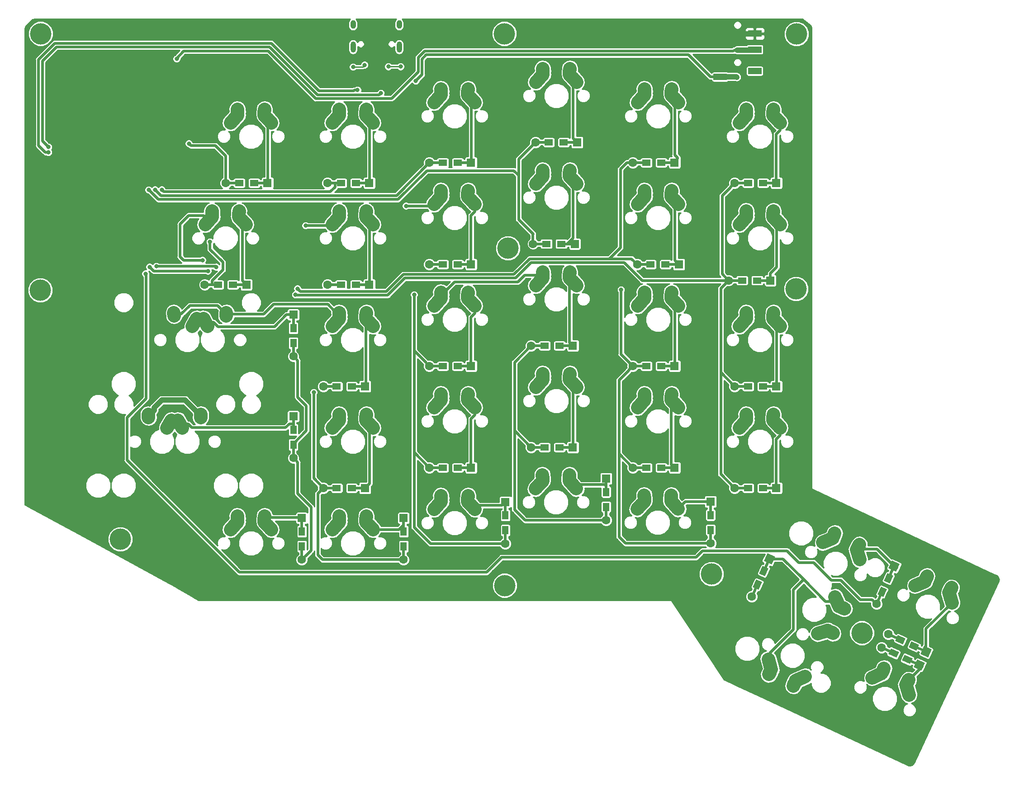
<source format=gbr>
G04 #@! TF.GenerationSoftware,KiCad,Pcbnew,(5.0.2)-1*
G04 #@! TF.CreationDate,2020-01-06T18:58:30+05:30*
G04 #@! TF.ProjectId,ergocape,6572676f-6361-4706-952e-6b696361645f,rev?*
G04 #@! TF.SameCoordinates,Original*
G04 #@! TF.FileFunction,Copper,L1,Top*
G04 #@! TF.FilePolarity,Positive*
%FSLAX46Y46*%
G04 Gerber Fmt 4.6, Leading zero omitted, Abs format (unit mm)*
G04 Created by KiCad (PCBNEW (5.0.2)-1) date 1/6/2020 6:58:30 PM*
%MOMM*%
%LPD*%
G01*
G04 APERTURE LIST*
G04 #@! TA.AperFunction,ComponentPad*
%ADD10C,2.000000*%
G04 #@! TD*
G04 #@! TA.AperFunction,SMDPad,CuDef*
%ADD11C,2.500000*%
G04 #@! TD*
G04 #@! TA.AperFunction,Conductor*
%ADD12C,2.500000*%
G04 #@! TD*
G04 #@! TA.AperFunction,Conductor*
%ADD13R,2.900000X0.500000*%
G04 #@! TD*
G04 #@! TA.AperFunction,ComponentPad*
%ADD14R,1.600000X1.600000*%
G04 #@! TD*
G04 #@! TA.AperFunction,ComponentPad*
%ADD15C,1.600000*%
G04 #@! TD*
G04 #@! TA.AperFunction,SMDPad,CuDef*
%ADD16R,1.600000X1.200000*%
G04 #@! TD*
G04 #@! TA.AperFunction,SMDPad,CuDef*
%ADD17R,1.200000X1.600000*%
G04 #@! TD*
G04 #@! TA.AperFunction,Conductor*
%ADD18R,0.500000X2.900000*%
G04 #@! TD*
G04 #@! TA.AperFunction,Conductor*
%ADD19C,0.500000*%
G04 #@! TD*
G04 #@! TA.AperFunction,Conductor*
%ADD20C,0.100000*%
G04 #@! TD*
G04 #@! TA.AperFunction,SMDPad,CuDef*
%ADD21C,1.200000*%
G04 #@! TD*
G04 #@! TA.AperFunction,ComponentPad*
%ADD22C,2.500000*%
G04 #@! TD*
G04 #@! TA.AperFunction,ComponentPad*
%ADD23O,1.000000X1.600000*%
G04 #@! TD*
G04 #@! TA.AperFunction,ComponentPad*
%ADD24O,1.000000X2.100000*%
G04 #@! TD*
G04 #@! TA.AperFunction,ViaPad*
%ADD25C,0.600000*%
G04 #@! TD*
G04 #@! TA.AperFunction,SMDPad,CuDef*
%ADD26R,2.500000X1.200000*%
G04 #@! TD*
G04 #@! TA.AperFunction,ComponentPad*
%ADD27C,4.000000*%
G04 #@! TD*
G04 #@! TA.AperFunction,ViaPad*
%ADD28C,0.800000*%
G04 #@! TD*
G04 #@! TA.AperFunction,Conductor*
%ADD29C,1.016000*%
G04 #@! TD*
G04 #@! TA.AperFunction,Conductor*
%ADD30C,0.508000*%
G04 #@! TD*
G04 #@! TA.AperFunction,Conductor*
%ADD31C,0.250000*%
G04 #@! TD*
G04 #@! TA.AperFunction,Conductor*
%ADD32C,0.254000*%
G04 #@! TD*
G04 APERTURE END LIST*
D10*
G04 #@! TO.P,K_TAB1,2*
G04 #@! TO.N,/ROW2*
X57825000Y-54237500D03*
X57785000Y-53657500D03*
G04 #@! TO.P,K_TAB1,1*
G04 #@! TO.N,Net-(D_tAB1-Pad1)*
X62825000Y-54737500D03*
X64135000Y-56197500D03*
D11*
G04 #@! TO.P,K_TAB1,2*
G04 #@! TO.N,/ROW2*
X57170000Y-55467500D03*
D12*
G04 #@! TD*
G04 #@! TO.N,/ROW2*
G04 #@! TO.C,K_TAB1*
X57824995Y-54737496D02*
X56515005Y-56197504D01*
D11*
G04 #@! TO.P,K_TAB1,1*
G04 #@! TO.N,Net-(D_tAB1-Pad1)*
X63480000Y-55467500D03*
D12*
G04 #@! TD*
G04 #@! TO.N,Net-(D_tAB1-Pad1)*
G04 #@! TO.C,K_TAB1*
X62825005Y-54737496D02*
X64134995Y-56197504D01*
D10*
G04 #@! TO.P,K_TAB1,2*
G04 #@! TO.N,/ROW2*
X57825000Y-54737500D03*
X56515000Y-56197500D03*
D11*
G04 #@! TO.P,K_TAB1,1*
G04 #@! TO.N,Net-(D_tAB1-Pad1)*
X62845000Y-53947500D03*
D12*
G04 #@! TD*
G04 #@! TO.N,Net-(D_tAB1-Pad1)*
G04 #@! TO.C,K_TAB1*
X62825001Y-54237500D02*
X62864999Y-53657500D01*
D10*
G04 #@! TO.P,K_TAB1,1*
G04 #@! TO.N,Net-(D_tAB1-Pad1)*
X62825000Y-54237500D03*
X62865000Y-53657500D03*
D11*
G04 #@! TO.P,K_TAB1,2*
G04 #@! TO.N,/ROW2*
X57805000Y-53947500D03*
D12*
G04 #@! TD*
G04 #@! TO.N,/ROW2*
G04 #@! TO.C,K_TAB1*
X57824999Y-54237500D02*
X57785001Y-53657500D01*
D11*
G04 #@! TO.P,K_TH_1U_2,1*
G04 #@! TO.N,Net-(D_TH1_2-Pad1)*
X188056774Y-141731662D03*
D12*
G04 #@! TD*
G04 #@! TO.N,Net-(D_TH1_2-Pad1)*
G04 #@! TO.C,K_TH_1U_2*
X188197459Y-141477285D02*
X187916089Y-141986039D01*
D10*
G04 #@! TO.P,K_TH_1U_2,1*
G04 #@! TO.N,Net-(D_TH1_2-Pad1)*
X187916089Y-141986039D03*
X188197460Y-141477285D03*
G04 #@! TO.P,K_TH_1U_2,2*
G04 #@! TO.N,/ROW5*
X183173241Y-140326101D03*
X181368955Y-141095681D03*
G04 #@! TO.P,K_TH_1U_2,1*
G04 #@! TO.N,Net-(D_TH1_2-Pad1)*
X187704780Y-142439193D03*
X188275020Y-144316032D03*
G04 #@! TO.P,K_TH_1U_2,2*
G04 #@! TO.N,/ROW5*
X183384550Y-139872947D03*
X183593416Y-139330384D03*
D11*
X182271098Y-140710891D03*
D12*
G04 #@! TD*
G04 #@! TO.N,/ROW5*
G04 #@! TO.C,K_TH_1U_2*
X181368957Y-141095687D02*
X183173239Y-140326095D01*
D11*
G04 #@! TO.P,K_TH_1U_2,2*
G04 #@! TO.N,/ROW5*
X183488983Y-139601666D03*
D12*
G04 #@! TD*
G04 #@! TO.N,/ROW5*
G04 #@! TO.C,K_TH_1U_2*
X183593417Y-139330385D02*
X183384549Y-139872947D01*
D11*
G04 #@! TO.P,K_TH_1U_2,1*
G04 #@! TO.N,Net-(D_TH1_2-Pad1)*
X187989900Y-143377612D03*
D12*
G04 #@! TD*
G04 #@! TO.N,Net-(D_TH1_2-Pad1)*
G04 #@! TO.C,K_TH_1U_2*
X188275014Y-144316034D02*
X187704786Y-142439190D01*
D13*
G04 #@! TO.N,Net-(D_1-Pad1)*
G04 #@! TO.C,D_1*
X85843750Y-48418750D03*
G04 #@! TO.N,/COL2*
X80843750Y-48418750D03*
D14*
G04 #@! TD*
G04 #@! TO.P,D_1,1*
G04 #@! TO.N,Net-(D_1-Pad1)*
X87243750Y-48418750D03*
D15*
G04 #@! TO.P,D_1,2*
G04 #@! TO.N,/COL2*
X79443750Y-48418750D03*
D16*
X81943750Y-48418750D03*
G04 #@! TO.P,D_1,1*
G04 #@! TO.N,Net-(D_1-Pad1)*
X84743750Y-48418750D03*
G04 #@! TD*
D13*
G04 #@! TO.N,Net-(D_2-Pad1)*
G04 #@! TO.C,D_2*
X104893750Y-44608750D03*
G04 #@! TO.N,/COL3*
X99893750Y-44608750D03*
D14*
G04 #@! TD*
G04 #@! TO.P,D_2,1*
G04 #@! TO.N,Net-(D_2-Pad1)*
X106293750Y-44608750D03*
D15*
G04 #@! TO.P,D_2,2*
G04 #@! TO.N,/COL3*
X98493750Y-44608750D03*
D16*
X100993750Y-44608750D03*
G04 #@! TO.P,D_2,1*
G04 #@! TO.N,Net-(D_2-Pad1)*
X103793750Y-44608750D03*
G04 #@! TD*
G04 #@! TO.P,D_3,1*
G04 #@! TO.N,Net-(D_3-Pad1)*
X123637500Y-40798750D03*
G04 #@! TO.P,D_3,2*
G04 #@! TO.N,/COL4*
X120837500Y-40798750D03*
D15*
X118337500Y-40798750D03*
D14*
G04 #@! TO.P,D_3,1*
G04 #@! TO.N,Net-(D_3-Pad1)*
X126137500Y-40798750D03*
D13*
G04 #@! TD*
G04 #@! TO.N,/COL4*
G04 #@! TO.C,D_3*
X119737500Y-40798750D03*
G04 #@! TO.N,Net-(D_3-Pad1)*
G04 #@! TO.C,D_3*
X124737500Y-40798750D03*
G04 #@! TD*
G04 #@! TO.N,Net-(D_4-Pad1)*
G04 #@! TO.C,D_4*
X142993750Y-44608750D03*
G04 #@! TO.N,/COL5*
X137993750Y-44608750D03*
D14*
G04 #@! TD*
G04 #@! TO.P,D_4,1*
G04 #@! TO.N,Net-(D_4-Pad1)*
X144393750Y-44608750D03*
D15*
G04 #@! TO.P,D_4,2*
G04 #@! TO.N,/COL5*
X136593750Y-44608750D03*
D16*
X139093750Y-44608750D03*
G04 #@! TO.P,D_4,1*
G04 #@! TO.N,Net-(D_4-Pad1)*
X141893750Y-44608750D03*
G04 #@! TD*
G04 #@! TO.P,D_5,1*
G04 #@! TO.N,Net-(D_5-Pad1)*
X160943750Y-48418750D03*
G04 #@! TO.P,D_5,2*
G04 #@! TO.N,/COL6*
X158143750Y-48418750D03*
D15*
X155643750Y-48418750D03*
D14*
G04 #@! TO.P,D_5,1*
G04 #@! TO.N,Net-(D_5-Pad1)*
X163443750Y-48418750D03*
D13*
G04 #@! TD*
G04 #@! TO.N,/COL6*
G04 #@! TO.C,D_5*
X157043750Y-48418750D03*
G04 #@! TO.N,Net-(D_5-Pad1)*
G04 #@! TO.C,D_5*
X162043750Y-48418750D03*
G04 #@! TD*
D17*
G04 #@! TO.P,D_ALT1,1*
G04 #@! TO.N,Net-(D_ALT1-Pad1)*
X93662500Y-113693750D03*
G04 #@! TO.P,D_ALT1,2*
G04 #@! TO.N,/COL2*
X93662500Y-116493750D03*
D15*
X93662500Y-118993750D03*
D14*
G04 #@! TO.P,D_ALT1,1*
G04 #@! TO.N,Net-(D_ALT1-Pad1)*
X93662500Y-111193750D03*
D18*
G04 #@! TD*
G04 #@! TO.N,/COL2*
G04 #@! TO.C,D_ALT1*
X93662500Y-117593750D03*
G04 #@! TO.N,Net-(D_ALT1-Pad1)*
G04 #@! TO.C,D_ALT1*
X93662500Y-112593750D03*
G04 #@! TD*
G04 #@! TO.N,Net-(D_bot_1U_2-Pad1)*
G04 #@! TO.C,D_bot_1U_2*
X151130000Y-109514000D03*
G04 #@! TO.N,/COL5*
X151130000Y-114514000D03*
D14*
G04 #@! TD*
G04 #@! TO.P,D_bot_1U_2,1*
G04 #@! TO.N,Net-(D_bot_1U_2-Pad1)*
X151130000Y-108114000D03*
D15*
G04 #@! TO.P,D_bot_1U_2,2*
G04 #@! TO.N,/COL5*
X151130000Y-115914000D03*
D17*
X151130000Y-113414000D03*
G04 #@! TO.P,D_bot_1U_2,1*
G04 #@! TO.N,Net-(D_bot_1U_2-Pad1)*
X151130000Y-110614000D03*
G04 #@! TD*
D18*
G04 #@! TO.N,Net-(D_Bpt_1U_1-Pad1)*
G04 #@! TO.C,D_Bpt_1U_1*
X131572000Y-105196000D03*
G04 #@! TO.N,/COL4*
X131572000Y-110196000D03*
D14*
G04 #@! TD*
G04 #@! TO.P,D_Bpt_1U_1,1*
G04 #@! TO.N,Net-(D_Bpt_1U_1-Pad1)*
X131572000Y-103796000D03*
D15*
G04 #@! TO.P,D_Bpt_1U_1,2*
G04 #@! TO.N,/COL4*
X131572000Y-111596000D03*
D17*
X131572000Y-109096000D03*
G04 #@! TO.P,D_Bpt_1U_1,1*
G04 #@! TO.N,Net-(D_Bpt_1U_1-Pad1)*
X131572000Y-106296000D03*
G04 #@! TD*
D18*
G04 #@! TO.N,Net-(D_CAP1-Pad1)*
G04 #@! TO.C,D_CAP1*
X73025000Y-74493750D03*
G04 #@! TO.N,/COL1*
X73025000Y-79493750D03*
D14*
G04 #@! TD*
G04 #@! TO.P,D_CAP1,1*
G04 #@! TO.N,Net-(D_CAP1-Pad1)*
X73025000Y-73093750D03*
D15*
G04 #@! TO.P,D_CAP1,2*
G04 #@! TO.N,/COL1*
X73025000Y-80893750D03*
D17*
X73025000Y-78393750D03*
G04 #@! TO.P,D_CAP1,1*
G04 #@! TO.N,Net-(D_CAP1-Pad1)*
X73025000Y-75593750D03*
G04 #@! TD*
G04 #@! TO.P,D_CTRL1,1*
G04 #@! TO.N,Net-(D_CTRL1-Pad1)*
X74612500Y-113693750D03*
G04 #@! TO.P,D_CTRL1,2*
G04 #@! TO.N,/COL1*
X74612500Y-116493750D03*
D15*
X74612500Y-118993750D03*
D14*
G04 #@! TO.P,D_CTRL1,1*
G04 #@! TO.N,Net-(D_CTRL1-Pad1)*
X74612500Y-111193750D03*
D18*
G04 #@! TD*
G04 #@! TO.N,/COL1*
G04 #@! TO.C,D_CTRL1*
X74612500Y-117593750D03*
G04 #@! TO.N,Net-(D_CTRL1-Pad1)*
G04 #@! TO.C,D_CTRL1*
X74612500Y-112593750D03*
G04 #@! TD*
D13*
G04 #@! TO.N,Net-(D_D1-Pad1)*
G04 #@! TO.C,D_D1*
X123943750Y-78898750D03*
G04 #@! TO.N,/COL4*
X118943750Y-78898750D03*
D14*
G04 #@! TD*
G04 #@! TO.P,D_D1,1*
G04 #@! TO.N,Net-(D_D1-Pad1)*
X125343750Y-78898750D03*
D15*
G04 #@! TO.P,D_D1,2*
G04 #@! TO.N,/COL4*
X117543750Y-78898750D03*
D16*
X120043750Y-78898750D03*
G04 #@! TO.P,D_D1,1*
G04 #@! TO.N,Net-(D_D1-Pad1)*
X122843750Y-78898750D03*
G04 #@! TD*
G04 #@! TO.P,D_ESC1,1*
G04 #@! TO.N,Net-(D_ESC1-Pad1)*
X65693750Y-48418750D03*
G04 #@! TO.P,D_ESC1,2*
G04 #@! TO.N,/COL1*
X62893750Y-48418750D03*
D15*
X60393750Y-48418750D03*
D14*
G04 #@! TO.P,D_ESC1,1*
G04 #@! TO.N,Net-(D_ESC1-Pad1)*
X68193750Y-48418750D03*
D13*
G04 #@! TD*
G04 #@! TO.N,/COL1*
G04 #@! TO.C,D_ESC1*
X61793750Y-48418750D03*
G04 #@! TO.N,Net-(D_ESC1-Pad1)*
G04 #@! TO.C,D_ESC1*
X66793750Y-48418750D03*
G04 #@! TD*
D17*
G04 #@! TO.P,D_SHIFT_1,1*
G04 #@! TO.N,Net-(D_SHIFT_1-Pad1)*
X73025000Y-94643750D03*
G04 #@! TO.P,D_SHIFT_1,2*
G04 #@! TO.N,/COL1*
X73025000Y-97443750D03*
D15*
X73025000Y-99943750D03*
D14*
G04 #@! TO.P,D_SHIFT_1,1*
G04 #@! TO.N,Net-(D_SHIFT_1-Pad1)*
X73025000Y-92143750D03*
D18*
G04 #@! TD*
G04 #@! TO.N,/COL1*
G04 #@! TO.C,D_SHIFT_1*
X73025000Y-98543750D03*
G04 #@! TO.N,Net-(D_SHIFT_1-Pad1)*
G04 #@! TO.C,D_SHIFT_1*
X73025000Y-93543750D03*
G04 #@! TD*
D16*
G04 #@! TO.P,D_tAB1,1*
G04 #@! TO.N,Net-(D_tAB1-Pad1)*
X61725000Y-67468750D03*
G04 #@! TO.P,D_tAB1,2*
G04 #@! TO.N,/COL1*
X58925000Y-67468750D03*
D15*
X56425000Y-67468750D03*
D14*
G04 #@! TO.P,D_tAB1,1*
G04 #@! TO.N,Net-(D_tAB1-Pad1)*
X64225000Y-67468750D03*
D13*
G04 #@! TD*
G04 #@! TO.N,/COL1*
G04 #@! TO.C,D_tAB1*
X57825000Y-67468750D03*
G04 #@! TO.N,Net-(D_tAB1-Pad1)*
G04 #@! TO.C,D_tAB1*
X62825000Y-67468750D03*
G04 #@! TD*
D19*
G04 #@! TO.N,Net-(D_TH1_1-Pad1)*
G04 #@! TO.C,D_TH1_1*
X190200617Y-135632147D03*
D20*
G36*
X188780816Y-135245927D02*
X188992125Y-134792774D01*
X191620418Y-136018367D01*
X191409109Y-136471520D01*
X188780816Y-135245927D01*
X188780816Y-135245927D01*
G37*
D19*
G04 #@! TO.N,/COL7*
X185669079Y-133519053D03*
D20*
G36*
X184249278Y-133132833D02*
X184460587Y-132679680D01*
X187088880Y-133905273D01*
X186877571Y-134358426D01*
X184249278Y-133132833D01*
X184249278Y-133132833D01*
G37*
D15*
G04 #@! TD*
G04 #@! TO.P,D_TH1_1,1*
G04 #@! TO.N,Net-(D_TH1_1-Pad1)*
X191469448Y-136223811D03*
D20*
G04 #@! TO.N,Net-(D_TH1_1-Pad1)*
G04 #@! TO.C,D_TH1_1*
G36*
X190406307Y-136610763D02*
X191082496Y-135160670D01*
X192532589Y-135836859D01*
X191856400Y-137286952D01*
X190406307Y-136610763D01*
X190406307Y-136610763D01*
G37*
D15*
G04 #@! TD*
G04 #@! TO.P,D_TH1_1,2*
G04 #@! TO.N,/COL7*
X184400248Y-132927389D03*
D21*
G04 #@! TO.P,D_TH1_1,2*
G04 #@! TO.N,/COL7*
X186666017Y-133983934D03*
D20*
G04 #@! TD*
G04 #@! TO.N,/COL7*
G04 #@! TO.C,D_TH1_1*
G36*
X185687400Y-134189624D02*
X186194542Y-133102055D01*
X187644634Y-133778244D01*
X187137492Y-134865813D01*
X185687400Y-134189624D01*
X185687400Y-134189624D01*
G37*
D21*
G04 #@! TO.P,D_TH1_1,1*
G04 #@! TO.N,Net-(D_TH1_1-Pad1)*
X189203679Y-135167266D03*
D20*
G04 #@! TD*
G04 #@! TO.N,Net-(D_TH1_1-Pad1)*
G04 #@! TO.C,D_TH1_1*
G36*
X188225062Y-135372956D02*
X188732204Y-134285387D01*
X190182296Y-134961576D01*
X189675154Y-136049145D01*
X188225062Y-135372956D01*
X188225062Y-135372956D01*
G37*
D21*
G04 #@! TO.P,D_TH1_2,1*
G04 #@! TO.N,Net-(D_TH1_2-Pad1)*
X187953910Y-137666719D03*
D20*
G04 #@! TD*
G04 #@! TO.N,Net-(D_TH1_2-Pad1)*
G04 #@! TO.C,D_TH1_2*
G36*
X186975293Y-137872409D02*
X187482435Y-136784840D01*
X188932527Y-137461029D01*
X188425385Y-138548598D01*
X186975293Y-137872409D01*
X186975293Y-137872409D01*
G37*
D21*
G04 #@! TO.P,D_TH1_2,2*
G04 #@! TO.N,/COL7*
X185416248Y-136483387D03*
D20*
G04 #@! TD*
G04 #@! TO.N,/COL7*
G04 #@! TO.C,D_TH1_2*
G36*
X184437631Y-136689077D02*
X184944773Y-135601508D01*
X186394865Y-136277697D01*
X185887723Y-137365266D01*
X184437631Y-136689077D01*
X184437631Y-136689077D01*
G37*
D15*
G04 #@! TO.P,D_TH1_2,2*
G04 #@! TO.N,/COL7*
X183150479Y-135426842D03*
G04 #@! TO.P,D_TH1_2,1*
G04 #@! TO.N,Net-(D_TH1_2-Pad1)*
X190219679Y-138723264D03*
D20*
G04 #@! TD*
G04 #@! TO.N,Net-(D_TH1_2-Pad1)*
G04 #@! TO.C,D_TH1_2*
G36*
X189156538Y-139110216D02*
X189832727Y-137660123D01*
X191282820Y-138336312D01*
X190606631Y-139786405D01*
X189156538Y-139110216D01*
X189156538Y-139110216D01*
G37*
D19*
G04 #@! TO.N,/COL7*
G04 #@! TO.C,D_TH1_2*
X184419310Y-136018506D03*
D20*
G36*
X182999509Y-135632286D02*
X183210818Y-135179133D01*
X185839111Y-136404726D01*
X185627802Y-136857879D01*
X182999509Y-135632286D01*
X182999509Y-135632286D01*
G37*
D19*
G04 #@! TO.N,Net-(D_TH1_2-Pad1)*
X188950848Y-138131600D03*
D20*
G36*
X187531047Y-137745380D02*
X187742356Y-137292227D01*
X190370649Y-138517820D01*
X190159340Y-138970973D01*
X187531047Y-137745380D01*
X187531047Y-137745380D01*
G37*
G04 #@! TD*
D19*
G04 #@! TO.N,Net-(D_th_2U1-Pad1)*
G04 #@! TO.C,D_th_2U1*
X161559395Y-120117831D03*
D20*
G36*
X161173175Y-121537632D02*
X160720022Y-121326323D01*
X161945615Y-118698030D01*
X162398768Y-118909339D01*
X161173175Y-121537632D01*
X161173175Y-121537632D01*
G37*
D19*
G04 #@! TO.N,/COL6*
X159446301Y-124649369D03*
D20*
G36*
X159060081Y-126069170D02*
X158606928Y-125857861D01*
X159832521Y-123229568D01*
X160285674Y-123440877D01*
X159060081Y-126069170D01*
X159060081Y-126069170D01*
G37*
D15*
G04 #@! TD*
G04 #@! TO.P,D_th_2U1,1*
G04 #@! TO.N,Net-(D_th_2U1-Pad1)*
X162151059Y-118849000D03*
D20*
G04 #@! TO.N,Net-(D_th_2U1-Pad1)*
G04 #@! TO.C,D_th_2U1*
G36*
X162538011Y-119912141D02*
X161087918Y-119235952D01*
X161764107Y-117785859D01*
X163214200Y-118462048D01*
X162538011Y-119912141D01*
X162538011Y-119912141D01*
G37*
D15*
G04 #@! TD*
G04 #@! TO.P,D_th_2U1,2*
G04 #@! TO.N,/COL6*
X158854637Y-125918200D03*
D21*
G04 #@! TO.P,D_th_2U1,2*
G04 #@! TO.N,/COL6*
X159911182Y-123652431D03*
D20*
G04 #@! TD*
G04 #@! TO.N,/COL6*
G04 #@! TO.C,D_th_2U1*
G36*
X160116872Y-124631048D02*
X159029303Y-124123906D01*
X159705492Y-122673814D01*
X160793061Y-123180956D01*
X160116872Y-124631048D01*
X160116872Y-124631048D01*
G37*
D21*
G04 #@! TO.P,D_th_2U1,1*
G04 #@! TO.N,Net-(D_th_2U1-Pad1)*
X161094514Y-121114769D03*
D20*
G04 #@! TD*
G04 #@! TO.N,Net-(D_th_2U1-Pad1)*
G04 #@! TO.C,D_th_2U1*
G36*
X161300204Y-122093386D02*
X160212635Y-121586244D01*
X160888824Y-120136152D01*
X161976393Y-120643294D01*
X161300204Y-122093386D01*
X161300204Y-122093386D01*
G37*
D18*
G04 #@! TO.N,Net-(D_WIN1-Pad1)*
G04 #@! TO.C,D_WIN1*
X112712500Y-109577500D03*
G04 #@! TO.N,/COL3*
X112712500Y-114577500D03*
D14*
G04 #@! TD*
G04 #@! TO.P,D_WIN1,1*
G04 #@! TO.N,Net-(D_WIN1-Pad1)*
X112712500Y-108177500D03*
D15*
G04 #@! TO.P,D_WIN1,2*
G04 #@! TO.N,/COL3*
X112712500Y-115977500D03*
D17*
X112712500Y-113477500D03*
G04 #@! TO.P,D_WIN1,1*
G04 #@! TO.N,Net-(D_WIN1-Pad1)*
X112712500Y-110677500D03*
G04 #@! TD*
D13*
G04 #@! TO.N,Net-(DA1-Pad1)*
G04 #@! TO.C,DA1*
X85050000Y-86518750D03*
G04 #@! TO.N,/COL2*
X80050000Y-86518750D03*
D14*
G04 #@! TD*
G04 #@! TO.P,DA1,1*
G04 #@! TO.N,Net-(DA1-Pad1)*
X86450000Y-86518750D03*
D15*
G04 #@! TO.P,DA1,2*
G04 #@! TO.N,/COL2*
X78650000Y-86518750D03*
D16*
X81150000Y-86518750D03*
G04 #@! TO.P,DA1,1*
G04 #@! TO.N,Net-(DA1-Pad1)*
X83950000Y-86518750D03*
G04 #@! TD*
D13*
G04 #@! TO.N,Net-(DB1-Pad1)*
G04 #@! TO.C,DB1*
X162043750Y-105568750D03*
G04 #@! TO.N,/COL6*
X157043750Y-105568750D03*
D14*
G04 #@! TD*
G04 #@! TO.P,DB1,1*
G04 #@! TO.N,Net-(DB1-Pad1)*
X163443750Y-105568750D03*
D15*
G04 #@! TO.P,DB1,2*
G04 #@! TO.N,/COL6*
X155643750Y-105568750D03*
D16*
X158143750Y-105568750D03*
G04 #@! TO.P,DB1,1*
G04 #@! TO.N,Net-(DB1-Pad1)*
X160943750Y-105568750D03*
G04 #@! TD*
G04 #@! TO.P,DC1,1*
G04 #@! TO.N,Net-(DC1-Pad1)*
X122843750Y-97948750D03*
G04 #@! TO.P,DC1,2*
G04 #@! TO.N,/COL4*
X120043750Y-97948750D03*
D15*
X117543750Y-97948750D03*
D14*
G04 #@! TO.P,DC1,1*
G04 #@! TO.N,Net-(DC1-Pad1)*
X125343750Y-97948750D03*
D13*
G04 #@! TD*
G04 #@! TO.N,/COL4*
G04 #@! TO.C,DC1*
X118943750Y-97948750D03*
G04 #@! TO.N,Net-(DC1-Pad1)*
G04 #@! TO.C,DC1*
X123943750Y-97948750D03*
G04 #@! TD*
D16*
G04 #@! TO.P,DE1,1*
G04 #@! TO.N,Net-(DE1-Pad1)*
X123193000Y-59817000D03*
G04 #@! TO.P,DE1,2*
G04 #@! TO.N,/COL4*
X120393000Y-59817000D03*
D15*
X117893000Y-59817000D03*
D14*
G04 #@! TO.P,DE1,1*
G04 #@! TO.N,Net-(DE1-Pad1)*
X125693000Y-59817000D03*
D13*
G04 #@! TD*
G04 #@! TO.N,/COL4*
G04 #@! TO.C,DE1*
X119293000Y-59817000D03*
G04 #@! TO.N,Net-(DE1-Pad1)*
G04 #@! TO.C,DE1*
X124293000Y-59817000D03*
G04 #@! TD*
D16*
G04 #@! TO.P,DF1,1*
G04 #@! TO.N,Net-(DF1-Pad1)*
X141893750Y-82708750D03*
G04 #@! TO.P,DF1,2*
G04 #@! TO.N,/COL5*
X139093750Y-82708750D03*
D15*
X136593750Y-82708750D03*
D14*
G04 #@! TO.P,DF1,1*
G04 #@! TO.N,Net-(DF1-Pad1)*
X144393750Y-82708750D03*
D13*
G04 #@! TD*
G04 #@! TO.N,/COL5*
G04 #@! TO.C,DF1*
X137993750Y-82708750D03*
G04 #@! TO.N,Net-(DF1-Pad1)*
G04 #@! TO.C,DF1*
X142993750Y-82708750D03*
G04 #@! TD*
D16*
G04 #@! TO.P,DG1,1*
G04 #@! TO.N,Net-(DG1-Pad1)*
X160943750Y-86518750D03*
G04 #@! TO.P,DG1,2*
G04 #@! TO.N,/COL6*
X158143750Y-86518750D03*
D15*
X155643750Y-86518750D03*
D14*
G04 #@! TO.P,DG1,1*
G04 #@! TO.N,Net-(DG1-Pad1)*
X163443750Y-86518750D03*
D13*
G04 #@! TD*
G04 #@! TO.N,/COL6*
G04 #@! TO.C,DG1*
X157043750Y-86518750D03*
G04 #@! TO.N,Net-(DG1-Pad1)*
G04 #@! TO.C,DG1*
X162043750Y-86518750D03*
G04 #@! TD*
G04 #@! TO.N,Net-(DQ1-Pad1)*
G04 #@! TO.C,DQ1*
X85843750Y-67468750D03*
G04 #@! TO.N,/COL2*
X80843750Y-67468750D03*
D14*
G04 #@! TD*
G04 #@! TO.P,DQ1,1*
G04 #@! TO.N,Net-(DQ1-Pad1)*
X87243750Y-67468750D03*
D15*
G04 #@! TO.P,DQ1,2*
G04 #@! TO.N,/COL2*
X79443750Y-67468750D03*
D16*
X81943750Y-67468750D03*
G04 #@! TO.P,DQ1,1*
G04 #@! TO.N,Net-(DQ1-Pad1)*
X84743750Y-67468750D03*
G04 #@! TD*
D13*
G04 #@! TO.N,Net-(DR1-Pad1)*
G04 #@! TO.C,DR1*
X143787500Y-63658750D03*
G04 #@! TO.N,/COL5*
X138787500Y-63658750D03*
D14*
G04 #@! TD*
G04 #@! TO.P,DR1,1*
G04 #@! TO.N,Net-(DR1-Pad1)*
X145187500Y-63658750D03*
D15*
G04 #@! TO.P,DR1,2*
G04 #@! TO.N,/COL5*
X137387500Y-63658750D03*
D16*
X139887500Y-63658750D03*
G04 #@! TO.P,DR1,1*
G04 #@! TO.N,Net-(DR1-Pad1)*
X142687500Y-63658750D03*
G04 #@! TD*
G04 #@! TO.P,DS1,1*
G04 #@! TO.N,Net-(DS1-Pad1)*
X103793750Y-82708750D03*
G04 #@! TO.P,DS1,2*
G04 #@! TO.N,/COL3*
X100993750Y-82708750D03*
D15*
X98493750Y-82708750D03*
D14*
G04 #@! TO.P,DS1,1*
G04 #@! TO.N,Net-(DS1-Pad1)*
X106293750Y-82708750D03*
D13*
G04 #@! TD*
G04 #@! TO.N,/COL3*
G04 #@! TO.C,DS1*
X99893750Y-82708750D03*
G04 #@! TO.N,Net-(DS1-Pad1)*
G04 #@! TO.C,DS1*
X104893750Y-82708750D03*
G04 #@! TD*
D16*
G04 #@! TO.P,DT1,1*
G04 #@! TO.N,Net-(DT1-Pad1)*
X159832500Y-66675000D03*
G04 #@! TO.P,DT1,2*
G04 #@! TO.N,/COL6*
X157032500Y-66675000D03*
D15*
X154532500Y-66675000D03*
D14*
G04 #@! TO.P,DT1,1*
G04 #@! TO.N,Net-(DT1-Pad1)*
X162332500Y-66675000D03*
D13*
G04 #@! TD*
G04 #@! TO.N,/COL6*
G04 #@! TO.C,DT1*
X155932500Y-66675000D03*
G04 #@! TO.N,Net-(DT1-Pad1)*
G04 #@! TO.C,DT1*
X160932500Y-66675000D03*
G04 #@! TD*
D16*
G04 #@! TO.P,DV1,1*
G04 #@! TO.N,Net-(DV1-Pad1)*
X141893750Y-101758750D03*
G04 #@! TO.P,DV1,2*
G04 #@! TO.N,/COL5*
X139093750Y-101758750D03*
D15*
X136593750Y-101758750D03*
D14*
G04 #@! TO.P,DV1,1*
G04 #@! TO.N,Net-(DV1-Pad1)*
X144393750Y-101758750D03*
D13*
G04 #@! TD*
G04 #@! TO.N,/COL5*
G04 #@! TO.C,DV1*
X137993750Y-101758750D03*
G04 #@! TO.N,Net-(DV1-Pad1)*
G04 #@! TO.C,DV1*
X142993750Y-101758750D03*
G04 #@! TD*
G04 #@! TO.N,Net-(DW1-Pad1)*
G04 #@! TO.C,DW1*
X104893750Y-63658750D03*
G04 #@! TO.N,/COL3*
X99893750Y-63658750D03*
D14*
G04 #@! TD*
G04 #@! TO.P,DW1,1*
G04 #@! TO.N,Net-(DW1-Pad1)*
X106293750Y-63658750D03*
D15*
G04 #@! TO.P,DW1,2*
G04 #@! TO.N,/COL3*
X98493750Y-63658750D03*
D16*
X100993750Y-63658750D03*
G04 #@! TO.P,DW1,1*
G04 #@! TO.N,Net-(DW1-Pad1)*
X103793750Y-63658750D03*
G04 #@! TD*
G04 #@! TO.P,DX1,1*
G04 #@! TO.N,Net-(DX1-Pad1)*
X103793750Y-101758750D03*
G04 #@! TO.P,DX1,2*
G04 #@! TO.N,/COL3*
X100993750Y-101758750D03*
D15*
X98493750Y-101758750D03*
D14*
G04 #@! TO.P,DX1,1*
G04 #@! TO.N,Net-(DX1-Pad1)*
X106293750Y-101758750D03*
D13*
G04 #@! TD*
G04 #@! TO.N,/COL3*
G04 #@! TO.C,DX1*
X99893750Y-101758750D03*
G04 #@! TO.N,Net-(DX1-Pad1)*
G04 #@! TO.C,DX1*
X104893750Y-101758750D03*
G04 #@! TD*
G04 #@! TO.N,Net-(DZ1-Pad1)*
G04 #@! TO.C,DZ1*
X85050000Y-105568750D03*
G04 #@! TO.N,/COL2*
X80050000Y-105568750D03*
D14*
G04 #@! TD*
G04 #@! TO.P,DZ1,1*
G04 #@! TO.N,Net-(DZ1-Pad1)*
X86450000Y-105568750D03*
D15*
G04 #@! TO.P,DZ1,2*
G04 #@! TO.N,/COL2*
X78650000Y-105568750D03*
D16*
X81150000Y-105568750D03*
G04 #@! TO.P,DZ1,1*
G04 #@! TO.N,Net-(DZ1-Pad1)*
X83950000Y-105568750D03*
G04 #@! TD*
D11*
G04 #@! TO.P,K_2,1*
G04 #@! TO.N,Net-(D_2-Pad1)*
X105707500Y-31087500D03*
D12*
G04 #@! TD*
G04 #@! TO.N,Net-(D_2-Pad1)*
G04 #@! TO.C,K_2*
X105727499Y-30797500D02*
X105687501Y-31377500D01*
D10*
G04 #@! TO.P,K_2,1*
G04 #@! TO.N,Net-(D_2-Pad1)*
X105687500Y-31377500D03*
X105727500Y-30797500D03*
G04 #@! TO.P,K_2,2*
G04 #@! TO.N,/ROW1*
X100687500Y-31877500D03*
X99377500Y-33337500D03*
G04 #@! TO.P,K_2,1*
G04 #@! TO.N,Net-(D_2-Pad1)*
X105687500Y-31877500D03*
X106997500Y-33337500D03*
G04 #@! TO.P,K_2,2*
G04 #@! TO.N,/ROW1*
X100687500Y-31377500D03*
X100647500Y-30797500D03*
D11*
X100032500Y-32607500D03*
D12*
G04 #@! TD*
G04 #@! TO.N,/ROW1*
G04 #@! TO.C,K_2*
X99377505Y-33337504D02*
X100687495Y-31877496D01*
D11*
G04 #@! TO.P,K_2,2*
G04 #@! TO.N,/ROW1*
X100667500Y-31087500D03*
D12*
G04 #@! TD*
G04 #@! TO.N,/ROW1*
G04 #@! TO.C,K_2*
X100647501Y-30797500D02*
X100687499Y-31377500D01*
D11*
G04 #@! TO.P,K_2,1*
G04 #@! TO.N,Net-(D_2-Pad1)*
X106342500Y-32607500D03*
D12*
G04 #@! TD*
G04 #@! TO.N,Net-(D_2-Pad1)*
G04 #@! TO.C,K_2*
X106997495Y-33337504D02*
X105687505Y-31877496D01*
D11*
G04 #@! TO.P,K_3,1*
G04 #@! TO.N,Net-(D_3-Pad1)*
X125392500Y-28797500D03*
D12*
G04 #@! TD*
G04 #@! TO.N,Net-(D_3-Pad1)*
G04 #@! TO.C,K_3*
X126047495Y-29527504D02*
X124737505Y-28067496D01*
D11*
G04 #@! TO.P,K_3,2*
G04 #@! TO.N,/ROW1*
X119717500Y-27277500D03*
D12*
G04 #@! TD*
G04 #@! TO.N,/ROW1*
G04 #@! TO.C,K_3*
X119697501Y-26987500D02*
X119737499Y-27567500D01*
D11*
G04 #@! TO.P,K_3,2*
G04 #@! TO.N,/ROW1*
X119082500Y-28797500D03*
D12*
G04 #@! TD*
G04 #@! TO.N,/ROW1*
G04 #@! TO.C,K_3*
X118427505Y-29527504D02*
X119737495Y-28067496D01*
D10*
G04 #@! TO.P,K_3,2*
G04 #@! TO.N,/ROW1*
X119697500Y-26987500D03*
X119737500Y-27567500D03*
G04 #@! TO.P,K_3,1*
G04 #@! TO.N,Net-(D_3-Pad1)*
X126047500Y-29527500D03*
X124737500Y-28067500D03*
G04 #@! TO.P,K_3,2*
G04 #@! TO.N,/ROW1*
X118427500Y-29527500D03*
X119737500Y-28067500D03*
G04 #@! TO.P,K_3,1*
G04 #@! TO.N,Net-(D_3-Pad1)*
X124777500Y-26987500D03*
X124737500Y-27567500D03*
D11*
X124757500Y-27277500D03*
D12*
G04 #@! TD*
G04 #@! TO.N,Net-(D_3-Pad1)*
G04 #@! TO.C,K_3*
X124777499Y-26987500D02*
X124737501Y-27567500D01*
D11*
G04 #@! TO.P,K_4,1*
G04 #@! TO.N,Net-(D_4-Pad1)*
X143807500Y-31087500D03*
D12*
G04 #@! TD*
G04 #@! TO.N,Net-(D_4-Pad1)*
G04 #@! TO.C,K_4*
X143827499Y-30797500D02*
X143787501Y-31377500D01*
D10*
G04 #@! TO.P,K_4,1*
G04 #@! TO.N,Net-(D_4-Pad1)*
X143787500Y-31377500D03*
X143827500Y-30797500D03*
G04 #@! TO.P,K_4,2*
G04 #@! TO.N,/ROW1*
X138787500Y-31877500D03*
X137477500Y-33337500D03*
G04 #@! TO.P,K_4,1*
G04 #@! TO.N,Net-(D_4-Pad1)*
X143787500Y-31877500D03*
X145097500Y-33337500D03*
G04 #@! TO.P,K_4,2*
G04 #@! TO.N,/ROW1*
X138787500Y-31377500D03*
X138747500Y-30797500D03*
D11*
X138132500Y-32607500D03*
D12*
G04 #@! TD*
G04 #@! TO.N,/ROW1*
G04 #@! TO.C,K_4*
X137477505Y-33337504D02*
X138787495Y-31877496D01*
D11*
G04 #@! TO.P,K_4,2*
G04 #@! TO.N,/ROW1*
X138767500Y-31087500D03*
D12*
G04 #@! TD*
G04 #@! TO.N,/ROW1*
G04 #@! TO.C,K_4*
X138747501Y-30797500D02*
X138787499Y-31377500D01*
D11*
G04 #@! TO.P,K_4,1*
G04 #@! TO.N,Net-(D_4-Pad1)*
X144442500Y-32607500D03*
D12*
G04 #@! TD*
G04 #@! TO.N,Net-(D_4-Pad1)*
G04 #@! TO.C,K_4*
X145097495Y-33337504D02*
X143787505Y-31877496D01*
D11*
G04 #@! TO.P,K_5,1*
G04 #@! TO.N,Net-(D_5-Pad1)*
X162857500Y-34897500D03*
D12*
G04 #@! TD*
G04 #@! TO.N,Net-(D_5-Pad1)*
G04 #@! TO.C,K_5*
X162877499Y-34607500D02*
X162837501Y-35187500D01*
D10*
G04 #@! TO.P,K_5,1*
G04 #@! TO.N,Net-(D_5-Pad1)*
X162837500Y-35187500D03*
X162877500Y-34607500D03*
G04 #@! TO.P,K_5,2*
G04 #@! TO.N,/ROW1*
X157837500Y-35687500D03*
X156527500Y-37147500D03*
G04 #@! TO.P,K_5,1*
G04 #@! TO.N,Net-(D_5-Pad1)*
X162837500Y-35687500D03*
X164147500Y-37147500D03*
G04 #@! TO.P,K_5,2*
G04 #@! TO.N,/ROW1*
X157837500Y-35187500D03*
X157797500Y-34607500D03*
D11*
X157182500Y-36417500D03*
D12*
G04 #@! TD*
G04 #@! TO.N,/ROW1*
G04 #@! TO.C,K_5*
X156527505Y-37147504D02*
X157837495Y-35687496D01*
D11*
G04 #@! TO.P,K_5,2*
G04 #@! TO.N,/ROW1*
X157817500Y-34897500D03*
D12*
G04 #@! TD*
G04 #@! TO.N,/ROW1*
G04 #@! TO.C,K_5*
X157797501Y-34607500D02*
X157837499Y-35187500D01*
D11*
G04 #@! TO.P,K_5,1*
G04 #@! TO.N,Net-(D_5-Pad1)*
X163492500Y-36417500D03*
D12*
G04 #@! TD*
G04 #@! TO.N,Net-(D_5-Pad1)*
G04 #@! TO.C,K_5*
X164147495Y-37147504D02*
X162837505Y-35687496D01*
D11*
G04 #@! TO.P,K_A1,1*
G04 #@! TO.N,Net-(DA1-Pad1)*
X86657500Y-72997500D03*
D12*
G04 #@! TD*
G04 #@! TO.N,Net-(DA1-Pad1)*
G04 #@! TO.C,K_A1*
X86677499Y-72707500D02*
X86637501Y-73287500D01*
D10*
G04 #@! TO.P,K_A1,1*
G04 #@! TO.N,Net-(DA1-Pad1)*
X86637500Y-73287500D03*
X86677500Y-72707500D03*
G04 #@! TO.P,K_A1,2*
G04 #@! TO.N,/ROW3*
X81637500Y-73787500D03*
X80327500Y-75247500D03*
G04 #@! TO.P,K_A1,1*
G04 #@! TO.N,Net-(DA1-Pad1)*
X86637500Y-73787500D03*
X87947500Y-75247500D03*
G04 #@! TO.P,K_A1,2*
G04 #@! TO.N,/ROW3*
X81637500Y-73287500D03*
X81597500Y-72707500D03*
D11*
X80982500Y-74517500D03*
D12*
G04 #@! TD*
G04 #@! TO.N,/ROW3*
G04 #@! TO.C,K_A1*
X80327505Y-75247504D02*
X81637495Y-73787496D01*
D11*
G04 #@! TO.P,K_A1,2*
G04 #@! TO.N,/ROW3*
X81617500Y-72997500D03*
D12*
G04 #@! TD*
G04 #@! TO.N,/ROW3*
G04 #@! TO.C,K_A1*
X81597501Y-72707500D02*
X81637499Y-73287500D01*
D11*
G04 #@! TO.P,K_A1,1*
G04 #@! TO.N,Net-(DA1-Pad1)*
X87292500Y-74517500D03*
D12*
G04 #@! TD*
G04 #@! TO.N,Net-(DA1-Pad1)*
G04 #@! TO.C,K_A1*
X87947495Y-75247504D02*
X86637505Y-73787496D01*
D11*
G04 #@! TO.P,K_ALT1,1*
G04 #@! TO.N,Net-(D_ALT1-Pad1)*
X87292500Y-112617500D03*
D12*
G04 #@! TD*
G04 #@! TO.N,Net-(D_ALT1-Pad1)*
G04 #@! TO.C,K_ALT1*
X87947495Y-113347504D02*
X86637505Y-111887496D01*
D11*
G04 #@! TO.P,K_ALT1,2*
G04 #@! TO.N,/ROW5*
X81617500Y-111097500D03*
D12*
G04 #@! TD*
G04 #@! TO.N,/ROW5*
G04 #@! TO.C,K_ALT1*
X81597501Y-110807500D02*
X81637499Y-111387500D01*
D11*
G04 #@! TO.P,K_ALT1,2*
G04 #@! TO.N,/ROW5*
X80982500Y-112617500D03*
D12*
G04 #@! TD*
G04 #@! TO.N,/ROW5*
G04 #@! TO.C,K_ALT1*
X80327505Y-113347504D02*
X81637495Y-111887496D01*
D10*
G04 #@! TO.P,K_ALT1,2*
G04 #@! TO.N,/ROW5*
X81597500Y-110807500D03*
X81637500Y-111387500D03*
G04 #@! TO.P,K_ALT1,1*
G04 #@! TO.N,Net-(D_ALT1-Pad1)*
X87947500Y-113347500D03*
X86637500Y-111887500D03*
G04 #@! TO.P,K_ALT1,2*
G04 #@! TO.N,/ROW5*
X80327500Y-113347500D03*
X81637500Y-111887500D03*
G04 #@! TO.P,K_ALT1,1*
G04 #@! TO.N,Net-(D_ALT1-Pad1)*
X86677500Y-110807500D03*
X86637500Y-111387500D03*
D11*
X86657500Y-111097500D03*
D12*
G04 #@! TD*
G04 #@! TO.N,Net-(D_ALT1-Pad1)*
G04 #@! TO.C,K_ALT1*
X86677499Y-110807500D02*
X86637501Y-111387500D01*
D11*
G04 #@! TO.P,K_B1,1*
G04 #@! TO.N,Net-(DB1-Pad1)*
X163492500Y-93567500D03*
D12*
G04 #@! TD*
G04 #@! TO.N,Net-(DB1-Pad1)*
G04 #@! TO.C,K_B1*
X164147495Y-94297504D02*
X162837505Y-92837496D01*
D11*
G04 #@! TO.P,K_B1,2*
G04 #@! TO.N,/ROW4*
X157817500Y-92047500D03*
D12*
G04 #@! TD*
G04 #@! TO.N,/ROW4*
G04 #@! TO.C,K_B1*
X157797501Y-91757500D02*
X157837499Y-92337500D01*
D11*
G04 #@! TO.P,K_B1,2*
G04 #@! TO.N,/ROW4*
X157182500Y-93567500D03*
D12*
G04 #@! TD*
G04 #@! TO.N,/ROW4*
G04 #@! TO.C,K_B1*
X156527505Y-94297504D02*
X157837495Y-92837496D01*
D10*
G04 #@! TO.P,K_B1,2*
G04 #@! TO.N,/ROW4*
X157797500Y-91757500D03*
X157837500Y-92337500D03*
G04 #@! TO.P,K_B1,1*
G04 #@! TO.N,Net-(DB1-Pad1)*
X164147500Y-94297500D03*
X162837500Y-92837500D03*
G04 #@! TO.P,K_B1,2*
G04 #@! TO.N,/ROW4*
X156527500Y-94297500D03*
X157837500Y-92837500D03*
G04 #@! TO.P,K_B1,1*
G04 #@! TO.N,Net-(DB1-Pad1)*
X162877500Y-91757500D03*
X162837500Y-92337500D03*
D11*
X162857500Y-92047500D03*
D12*
G04 #@! TD*
G04 #@! TO.N,Net-(DB1-Pad1)*
G04 #@! TO.C,K_B1*
X162877499Y-91757500D02*
X162837501Y-92337500D01*
D11*
G04 #@! TO.P,K_BOT_1U_1,1*
G04 #@! TO.N,Net-(D_Bpt_1U_1-Pad1)*
X125329000Y-104934000D03*
D12*
G04 #@! TD*
G04 #@! TO.N,Net-(D_Bpt_1U_1-Pad1)*
G04 #@! TO.C,K_BOT_1U_1*
X125983995Y-105664004D02*
X124674005Y-104203996D01*
D11*
G04 #@! TO.P,K_BOT_1U_1,2*
G04 #@! TO.N,/ROW5*
X119654000Y-103414000D03*
D12*
G04 #@! TD*
G04 #@! TO.N,/ROW5*
G04 #@! TO.C,K_BOT_1U_1*
X119634001Y-103124000D02*
X119673999Y-103704000D01*
D11*
G04 #@! TO.P,K_BOT_1U_1,2*
G04 #@! TO.N,/ROW5*
X119019000Y-104934000D03*
D12*
G04 #@! TD*
G04 #@! TO.N,/ROW5*
G04 #@! TO.C,K_BOT_1U_1*
X118364005Y-105664004D02*
X119673995Y-104203996D01*
D10*
G04 #@! TO.P,K_BOT_1U_1,2*
G04 #@! TO.N,/ROW5*
X119634000Y-103124000D03*
X119674000Y-103704000D03*
G04 #@! TO.P,K_BOT_1U_1,1*
G04 #@! TO.N,Net-(D_Bpt_1U_1-Pad1)*
X125984000Y-105664000D03*
X124674000Y-104204000D03*
G04 #@! TO.P,K_BOT_1U_1,2*
G04 #@! TO.N,/ROW5*
X118364000Y-105664000D03*
X119674000Y-104204000D03*
G04 #@! TO.P,K_BOT_1U_1,1*
G04 #@! TO.N,Net-(D_Bpt_1U_1-Pad1)*
X124714000Y-103124000D03*
X124674000Y-103704000D03*
D11*
X124694000Y-103414000D03*
D12*
G04 #@! TD*
G04 #@! TO.N,Net-(D_Bpt_1U_1-Pad1)*
G04 #@! TO.C,K_BOT_1U_1*
X124713999Y-103124000D02*
X124674001Y-103704000D01*
D11*
G04 #@! TO.P,K_BOT_1U_2,1*
G04 #@! TO.N,Net-(D_bot_1U_2-Pad1)*
X144379000Y-108744000D03*
D12*
G04 #@! TD*
G04 #@! TO.N,Net-(D_bot_1U_2-Pad1)*
G04 #@! TO.C,K_BOT_1U_2*
X145033995Y-109474004D02*
X143724005Y-108013996D01*
D11*
G04 #@! TO.P,K_BOT_1U_2,2*
G04 #@! TO.N,/ROW5*
X138704000Y-107224000D03*
D12*
G04 #@! TD*
G04 #@! TO.N,/ROW5*
G04 #@! TO.C,K_BOT_1U_2*
X138684001Y-106934000D02*
X138723999Y-107514000D01*
D11*
G04 #@! TO.P,K_BOT_1U_2,2*
G04 #@! TO.N,/ROW5*
X138069000Y-108744000D03*
D12*
G04 #@! TD*
G04 #@! TO.N,/ROW5*
G04 #@! TO.C,K_BOT_1U_2*
X137414005Y-109474004D02*
X138723995Y-108013996D01*
D10*
G04 #@! TO.P,K_BOT_1U_2,2*
G04 #@! TO.N,/ROW5*
X138684000Y-106934000D03*
X138724000Y-107514000D03*
G04 #@! TO.P,K_BOT_1U_2,1*
G04 #@! TO.N,Net-(D_bot_1U_2-Pad1)*
X145034000Y-109474000D03*
X143724000Y-108014000D03*
G04 #@! TO.P,K_BOT_1U_2,2*
G04 #@! TO.N,/ROW5*
X137414000Y-109474000D03*
X138724000Y-108014000D03*
G04 #@! TO.P,K_BOT_1U_2,1*
G04 #@! TO.N,Net-(D_bot_1U_2-Pad1)*
X143764000Y-106934000D03*
X143724000Y-107514000D03*
D11*
X143744000Y-107224000D03*
D12*
G04 #@! TD*
G04 #@! TO.N,Net-(D_bot_1U_2-Pad1)*
G04 #@! TO.C,K_BOT_1U_2*
X143763999Y-106934000D02*
X143724001Y-107514000D01*
D11*
G04 #@! TO.P,K_C1,1*
G04 #@! TO.N,Net-(DC1-Pad1)*
X124757500Y-84427500D03*
D12*
G04 #@! TD*
G04 #@! TO.N,Net-(DC1-Pad1)*
G04 #@! TO.C,K_C1*
X124777499Y-84137500D02*
X124737501Y-84717500D01*
D10*
G04 #@! TO.P,K_C1,1*
G04 #@! TO.N,Net-(DC1-Pad1)*
X124737500Y-84717500D03*
X124777500Y-84137500D03*
G04 #@! TO.P,K_C1,2*
G04 #@! TO.N,/ROW4*
X119737500Y-85217500D03*
X118427500Y-86677500D03*
G04 #@! TO.P,K_C1,1*
G04 #@! TO.N,Net-(DC1-Pad1)*
X124737500Y-85217500D03*
X126047500Y-86677500D03*
G04 #@! TO.P,K_C1,2*
G04 #@! TO.N,/ROW4*
X119737500Y-84717500D03*
X119697500Y-84137500D03*
D11*
X119082500Y-85947500D03*
D12*
G04 #@! TD*
G04 #@! TO.N,/ROW4*
G04 #@! TO.C,K_C1*
X118427505Y-86677504D02*
X119737495Y-85217496D01*
D11*
G04 #@! TO.P,K_C1,2*
G04 #@! TO.N,/ROW4*
X119717500Y-84427500D03*
D12*
G04 #@! TD*
G04 #@! TO.N,/ROW4*
G04 #@! TO.C,K_C1*
X119697501Y-84137500D02*
X119737499Y-84717500D01*
D11*
G04 #@! TO.P,K_C1,1*
G04 #@! TO.N,Net-(DC1-Pad1)*
X125392500Y-85947500D03*
D12*
G04 #@! TD*
G04 #@! TO.N,Net-(DC1-Pad1)*
G04 #@! TO.C,K_C1*
X126047495Y-86677504D02*
X124737505Y-85217496D01*
D22*
G04 #@! TO.P,K_CAPS1,1*
G04 #@! TO.N,Net-(D_CAP1-Pad1)*
X54538750Y-74517500D03*
D12*
G04 #@! TD*
G04 #@! TO.N,Net-(D_CAP1-Pad1)*
G04 #@! TO.C,K_CAPS1*
X54944203Y-73787546D02*
X54133297Y-75247454D01*
D22*
G04 #@! TO.P,K_CAPS1,2*
G04 #@! TO.N,/ROW3*
X60463750Y-72997500D03*
D12*
G04 #@! TD*
G04 #@! TO.N,/ROW3*
G04 #@! TO.C,K_CAPS1*
X60483474Y-72708172D02*
X60444026Y-73286828D01*
D11*
G04 #@! TO.P,K_CTRL1,1*
G04 #@! TO.N,Net-(D_CTRL1-Pad1)*
X68242500Y-112617500D03*
D12*
G04 #@! TD*
G04 #@! TO.N,Net-(D_CTRL1-Pad1)*
G04 #@! TO.C,K_CTRL1*
X68897495Y-113347504D02*
X67587505Y-111887496D01*
D11*
G04 #@! TO.P,K_CTRL1,2*
G04 #@! TO.N,/ROW5*
X62567500Y-111097500D03*
D12*
G04 #@! TD*
G04 #@! TO.N,/ROW5*
G04 #@! TO.C,K_CTRL1*
X62547501Y-110807500D02*
X62587499Y-111387500D01*
D11*
G04 #@! TO.P,K_CTRL1,2*
G04 #@! TO.N,/ROW5*
X61932500Y-112617500D03*
D12*
G04 #@! TD*
G04 #@! TO.N,/ROW5*
G04 #@! TO.C,K_CTRL1*
X61277505Y-113347504D02*
X62587495Y-111887496D01*
D10*
G04 #@! TO.P,K_CTRL1,2*
G04 #@! TO.N,/ROW5*
X62547500Y-110807500D03*
X62587500Y-111387500D03*
G04 #@! TO.P,K_CTRL1,1*
G04 #@! TO.N,Net-(D_CTRL1-Pad1)*
X68897500Y-113347500D03*
X67587500Y-111887500D03*
G04 #@! TO.P,K_CTRL1,2*
G04 #@! TO.N,/ROW5*
X61277500Y-113347500D03*
X62587500Y-111887500D03*
G04 #@! TO.P,K_CTRL1,1*
G04 #@! TO.N,Net-(D_CTRL1-Pad1)*
X67627500Y-110807500D03*
X67587500Y-111387500D03*
D11*
X67607500Y-111097500D03*
D12*
G04 #@! TD*
G04 #@! TO.N,Net-(D_CTRL1-Pad1)*
G04 #@! TO.C,K_CTRL1*
X67627499Y-110807500D02*
X67587501Y-111387500D01*
D11*
G04 #@! TO.P,K_D1,1*
G04 #@! TO.N,Net-(D_D1-Pad1)*
X124757500Y-65377500D03*
D12*
G04 #@! TD*
G04 #@! TO.N,Net-(D_D1-Pad1)*
G04 #@! TO.C,K_D1*
X124777499Y-65087500D02*
X124737501Y-65667500D01*
D10*
G04 #@! TO.P,K_D1,1*
G04 #@! TO.N,Net-(D_D1-Pad1)*
X124737500Y-65667500D03*
X124777500Y-65087500D03*
G04 #@! TO.P,K_D1,2*
G04 #@! TO.N,/ROW3*
X119737500Y-66167500D03*
X118427500Y-67627500D03*
G04 #@! TO.P,K_D1,1*
G04 #@! TO.N,Net-(D_D1-Pad1)*
X124737500Y-66167500D03*
X126047500Y-67627500D03*
G04 #@! TO.P,K_D1,2*
G04 #@! TO.N,/ROW3*
X119737500Y-65667500D03*
X119697500Y-65087500D03*
D11*
X119082500Y-66897500D03*
D12*
G04 #@! TD*
G04 #@! TO.N,/ROW3*
G04 #@! TO.C,K_D1*
X118427505Y-67627504D02*
X119737495Y-66167496D01*
D11*
G04 #@! TO.P,K_D1,2*
G04 #@! TO.N,/ROW3*
X119717500Y-65377500D03*
D12*
G04 #@! TD*
G04 #@! TO.N,/ROW3*
G04 #@! TO.C,K_D1*
X119697501Y-65087500D02*
X119737499Y-65667500D01*
D11*
G04 #@! TO.P,K_D1,1*
G04 #@! TO.N,Net-(D_D1-Pad1)*
X125392500Y-66897500D03*
D12*
G04 #@! TD*
G04 #@! TO.N,Net-(D_D1-Pad1)*
G04 #@! TO.C,K_D1*
X126047495Y-67627504D02*
X124737505Y-66167496D01*
D11*
G04 #@! TO.P,K_E1,1*
G04 #@! TO.N,Net-(DE1-Pad1)*
X124757500Y-46327500D03*
D12*
G04 #@! TD*
G04 #@! TO.N,Net-(DE1-Pad1)*
G04 #@! TO.C,K_E1*
X124777499Y-46037500D02*
X124737501Y-46617500D01*
D10*
G04 #@! TO.P,K_E1,1*
G04 #@! TO.N,Net-(DE1-Pad1)*
X124737500Y-46617500D03*
X124777500Y-46037500D03*
G04 #@! TO.P,K_E1,2*
G04 #@! TO.N,/ROW2*
X119737500Y-47117500D03*
X118427500Y-48577500D03*
G04 #@! TO.P,K_E1,1*
G04 #@! TO.N,Net-(DE1-Pad1)*
X124737500Y-47117500D03*
X126047500Y-48577500D03*
G04 #@! TO.P,K_E1,2*
G04 #@! TO.N,/ROW2*
X119737500Y-46617500D03*
X119697500Y-46037500D03*
D11*
X119082500Y-47847500D03*
D12*
G04 #@! TD*
G04 #@! TO.N,/ROW2*
G04 #@! TO.C,K_E1*
X118427505Y-48577504D02*
X119737495Y-47117496D01*
D11*
G04 #@! TO.P,K_E1,2*
G04 #@! TO.N,/ROW2*
X119717500Y-46327500D03*
D12*
G04 #@! TD*
G04 #@! TO.N,/ROW2*
G04 #@! TO.C,K_E1*
X119697501Y-46037500D02*
X119737499Y-46617500D01*
D11*
G04 #@! TO.P,K_E1,1*
G04 #@! TO.N,Net-(DE1-Pad1)*
X125392500Y-47847500D03*
D12*
G04 #@! TD*
G04 #@! TO.N,Net-(DE1-Pad1)*
G04 #@! TO.C,K_E1*
X126047495Y-48577504D02*
X124737505Y-47117496D01*
D22*
G04 #@! TO.P,K_ENTER_rev_2.25u_1,2*
G04 #@! TO.N,/ROW3*
X50661250Y-72997500D03*
D12*
G04 #@! TD*
G04 #@! TO.N,/ROW3*
G04 #@! TO.C,K_ENTER_rev_2.25u_1*
X50680974Y-73286828D02*
X50641526Y-72708172D01*
D22*
G04 #@! TO.P,K_ENTER_rev_2.25u_1,1*
G04 #@! TO.N,Net-(D_CAP1-Pad1)*
X56586250Y-74517500D03*
D12*
G04 #@! TD*
G04 #@! TO.N,Net-(D_CAP1-Pad1)*
G04 #@! TO.C,K_ENTER_rev_2.25u_1*
X56991703Y-75247454D02*
X56180797Y-73787546D01*
D11*
G04 #@! TO.P,K_ESC1,1*
G04 #@! TO.N,Net-(D_ESC1-Pad1)*
X68242500Y-36417500D03*
D12*
G04 #@! TD*
G04 #@! TO.N,Net-(D_ESC1-Pad1)*
G04 #@! TO.C,K_ESC1*
X68897495Y-37147504D02*
X67587505Y-35687496D01*
D11*
G04 #@! TO.P,K_ESC1,2*
G04 #@! TO.N,/ROW1*
X62567500Y-34897500D03*
D12*
G04 #@! TD*
G04 #@! TO.N,/ROW1*
G04 #@! TO.C,K_ESC1*
X62547501Y-34607500D02*
X62587499Y-35187500D01*
D11*
G04 #@! TO.P,K_ESC1,2*
G04 #@! TO.N,/ROW1*
X61932500Y-36417500D03*
D12*
G04 #@! TD*
G04 #@! TO.N,/ROW1*
G04 #@! TO.C,K_ESC1*
X61277505Y-37147504D02*
X62587495Y-35687496D01*
D10*
G04 #@! TO.P,K_ESC1,2*
G04 #@! TO.N,/ROW1*
X62547500Y-34607500D03*
X62587500Y-35187500D03*
G04 #@! TO.P,K_ESC1,1*
G04 #@! TO.N,Net-(D_ESC1-Pad1)*
X68897500Y-37147500D03*
X67587500Y-35687500D03*
G04 #@! TO.P,K_ESC1,2*
G04 #@! TO.N,/ROW1*
X61277500Y-37147500D03*
X62587500Y-35687500D03*
G04 #@! TO.P,K_ESC1,1*
G04 #@! TO.N,Net-(D_ESC1-Pad1)*
X67627500Y-34607500D03*
X67587500Y-35187500D03*
D11*
X67607500Y-34897500D03*
D12*
G04 #@! TD*
G04 #@! TO.N,Net-(D_ESC1-Pad1)*
G04 #@! TO.C,K_ESC1*
X67627499Y-34607500D02*
X67587501Y-35187500D01*
D11*
G04 #@! TO.P,K_F1,1*
G04 #@! TO.N,Net-(DF1-Pad1)*
X144442500Y-70707500D03*
D12*
G04 #@! TD*
G04 #@! TO.N,Net-(DF1-Pad1)*
G04 #@! TO.C,K_F1*
X145097495Y-71437504D02*
X143787505Y-69977496D01*
D11*
G04 #@! TO.P,K_F1,2*
G04 #@! TO.N,/ROW3*
X138767500Y-69187500D03*
D12*
G04 #@! TD*
G04 #@! TO.N,/ROW3*
G04 #@! TO.C,K_F1*
X138747501Y-68897500D02*
X138787499Y-69477500D01*
D11*
G04 #@! TO.P,K_F1,2*
G04 #@! TO.N,/ROW3*
X138132500Y-70707500D03*
D12*
G04 #@! TD*
G04 #@! TO.N,/ROW3*
G04 #@! TO.C,K_F1*
X137477505Y-71437504D02*
X138787495Y-69977496D01*
D10*
G04 #@! TO.P,K_F1,2*
G04 #@! TO.N,/ROW3*
X138747500Y-68897500D03*
X138787500Y-69477500D03*
G04 #@! TO.P,K_F1,1*
G04 #@! TO.N,Net-(DF1-Pad1)*
X145097500Y-71437500D03*
X143787500Y-69977500D03*
G04 #@! TO.P,K_F1,2*
G04 #@! TO.N,/ROW3*
X137477500Y-71437500D03*
X138787500Y-69977500D03*
G04 #@! TO.P,K_F1,1*
G04 #@! TO.N,Net-(DF1-Pad1)*
X143827500Y-68897500D03*
X143787500Y-69477500D03*
D11*
X143807500Y-69187500D03*
D12*
G04 #@! TD*
G04 #@! TO.N,Net-(DF1-Pad1)*
G04 #@! TO.C,K_F1*
X143827499Y-68897500D02*
X143787501Y-69477500D01*
D11*
G04 #@! TO.P,K_G1,1*
G04 #@! TO.N,Net-(DG1-Pad1)*
X162857500Y-72997500D03*
D12*
G04 #@! TD*
G04 #@! TO.N,Net-(DG1-Pad1)*
G04 #@! TO.C,K_G1*
X162877499Y-72707500D02*
X162837501Y-73287500D01*
D10*
G04 #@! TO.P,K_G1,1*
G04 #@! TO.N,Net-(DG1-Pad1)*
X162837500Y-73287500D03*
X162877500Y-72707500D03*
G04 #@! TO.P,K_G1,2*
G04 #@! TO.N,/ROW3*
X157837500Y-73787500D03*
X156527500Y-75247500D03*
G04 #@! TO.P,K_G1,1*
G04 #@! TO.N,Net-(DG1-Pad1)*
X162837500Y-73787500D03*
X164147500Y-75247500D03*
G04 #@! TO.P,K_G1,2*
G04 #@! TO.N,/ROW3*
X157837500Y-73287500D03*
X157797500Y-72707500D03*
D11*
X157182500Y-74517500D03*
D12*
G04 #@! TD*
G04 #@! TO.N,/ROW3*
G04 #@! TO.C,K_G1*
X156527505Y-75247504D02*
X157837495Y-73787496D01*
D11*
G04 #@! TO.P,K_G1,2*
G04 #@! TO.N,/ROW3*
X157817500Y-72997500D03*
D12*
G04 #@! TD*
G04 #@! TO.N,/ROW3*
G04 #@! TO.C,K_G1*
X157797501Y-72707500D02*
X157837499Y-73287500D01*
D11*
G04 #@! TO.P,K_G1,1*
G04 #@! TO.N,Net-(DG1-Pad1)*
X163492500Y-74517500D03*
D12*
G04 #@! TD*
G04 #@! TO.N,Net-(DG1-Pad1)*
G04 #@! TO.C,K_G1*
X164147495Y-75247504D02*
X162837505Y-73787496D01*
D11*
G04 #@! TO.P,K_Q1,1*
G04 #@! TO.N,Net-(DQ1-Pad1)*
X87292500Y-55467500D03*
D12*
G04 #@! TD*
G04 #@! TO.N,Net-(DQ1-Pad1)*
G04 #@! TO.C,K_Q1*
X87947495Y-56197504D02*
X86637505Y-54737496D01*
D11*
G04 #@! TO.P,K_Q1,2*
G04 #@! TO.N,/ROW2*
X81617500Y-53947500D03*
D12*
G04 #@! TD*
G04 #@! TO.N,/ROW2*
G04 #@! TO.C,K_Q1*
X81597501Y-53657500D02*
X81637499Y-54237500D01*
D11*
G04 #@! TO.P,K_Q1,2*
G04 #@! TO.N,/ROW2*
X80982500Y-55467500D03*
D12*
G04 #@! TD*
G04 #@! TO.N,/ROW2*
G04 #@! TO.C,K_Q1*
X80327505Y-56197504D02*
X81637495Y-54737496D01*
D10*
G04 #@! TO.P,K_Q1,2*
G04 #@! TO.N,/ROW2*
X81597500Y-53657500D03*
X81637500Y-54237500D03*
G04 #@! TO.P,K_Q1,1*
G04 #@! TO.N,Net-(DQ1-Pad1)*
X87947500Y-56197500D03*
X86637500Y-54737500D03*
G04 #@! TO.P,K_Q1,2*
G04 #@! TO.N,/ROW2*
X80327500Y-56197500D03*
X81637500Y-54737500D03*
G04 #@! TO.P,K_Q1,1*
G04 #@! TO.N,Net-(DQ1-Pad1)*
X86677500Y-53657500D03*
X86637500Y-54237500D03*
D11*
X86657500Y-53947500D03*
D12*
G04 #@! TD*
G04 #@! TO.N,Net-(DQ1-Pad1)*
G04 #@! TO.C,K_Q1*
X86677499Y-53657500D02*
X86637501Y-54237500D01*
D11*
G04 #@! TO.P,K_R1,1*
G04 #@! TO.N,Net-(DR1-Pad1)*
X144442500Y-51657500D03*
D12*
G04 #@! TD*
G04 #@! TO.N,Net-(DR1-Pad1)*
G04 #@! TO.C,K_R1*
X145097495Y-52387504D02*
X143787505Y-50927496D01*
D11*
G04 #@! TO.P,K_R1,2*
G04 #@! TO.N,/ROW2*
X138767500Y-50137500D03*
D12*
G04 #@! TD*
G04 #@! TO.N,/ROW2*
G04 #@! TO.C,K_R1*
X138747501Y-49847500D02*
X138787499Y-50427500D01*
D11*
G04 #@! TO.P,K_R1,2*
G04 #@! TO.N,/ROW2*
X138132500Y-51657500D03*
D12*
G04 #@! TD*
G04 #@! TO.N,/ROW2*
G04 #@! TO.C,K_R1*
X137477505Y-52387504D02*
X138787495Y-50927496D01*
D10*
G04 #@! TO.P,K_R1,2*
G04 #@! TO.N,/ROW2*
X138747500Y-49847500D03*
X138787500Y-50427500D03*
G04 #@! TO.P,K_R1,1*
G04 #@! TO.N,Net-(DR1-Pad1)*
X145097500Y-52387500D03*
X143787500Y-50927500D03*
G04 #@! TO.P,K_R1,2*
G04 #@! TO.N,/ROW2*
X137477500Y-52387500D03*
X138787500Y-50927500D03*
G04 #@! TO.P,K_R1,1*
G04 #@! TO.N,Net-(DR1-Pad1)*
X143827500Y-49847500D03*
X143787500Y-50427500D03*
D11*
X143807500Y-50137500D03*
D12*
G04 #@! TD*
G04 #@! TO.N,Net-(DR1-Pad1)*
G04 #@! TO.C,K_R1*
X143827499Y-49847500D02*
X143787501Y-50427500D01*
D11*
G04 #@! TO.P,K_S1,1*
G04 #@! TO.N,Net-(DS1-Pad1)*
X106342500Y-70707500D03*
D12*
G04 #@! TD*
G04 #@! TO.N,Net-(DS1-Pad1)*
G04 #@! TO.C,K_S1*
X106997495Y-71437504D02*
X105687505Y-69977496D01*
D11*
G04 #@! TO.P,K_S1,2*
G04 #@! TO.N,/ROW3*
X100667500Y-69187500D03*
D12*
G04 #@! TD*
G04 #@! TO.N,/ROW3*
G04 #@! TO.C,K_S1*
X100647501Y-68897500D02*
X100687499Y-69477500D01*
D11*
G04 #@! TO.P,K_S1,2*
G04 #@! TO.N,/ROW3*
X100032500Y-70707500D03*
D12*
G04 #@! TD*
G04 #@! TO.N,/ROW3*
G04 #@! TO.C,K_S1*
X99377505Y-71437504D02*
X100687495Y-69977496D01*
D10*
G04 #@! TO.P,K_S1,2*
G04 #@! TO.N,/ROW3*
X100647500Y-68897500D03*
X100687500Y-69477500D03*
G04 #@! TO.P,K_S1,1*
G04 #@! TO.N,Net-(DS1-Pad1)*
X106997500Y-71437500D03*
X105687500Y-69977500D03*
G04 #@! TO.P,K_S1,2*
G04 #@! TO.N,/ROW3*
X99377500Y-71437500D03*
X100687500Y-69977500D03*
G04 #@! TO.P,K_S1,1*
G04 #@! TO.N,Net-(DS1-Pad1)*
X105727500Y-68897500D03*
X105687500Y-69477500D03*
D11*
X105707500Y-69187500D03*
D12*
G04 #@! TD*
G04 #@! TO.N,Net-(DS1-Pad1)*
G04 #@! TO.C,K_S1*
X105727499Y-68897500D02*
X105687501Y-69477500D01*
D22*
G04 #@! TO.P,K_SHIFT1,1*
G04 #@! TO.N,Net-(D_SHIFT_1-Pad1)*
X49776250Y-93567500D03*
D12*
G04 #@! TD*
G04 #@! TO.N,Net-(D_SHIFT_1-Pad1)*
G04 #@! TO.C,K_SHIFT1*
X50181703Y-92837546D02*
X49370797Y-94297454D01*
D22*
G04 #@! TO.P,K_SHIFT1,2*
G04 #@! TO.N,/ROW4*
X55701250Y-92047500D03*
D12*
G04 #@! TD*
G04 #@! TO.N,/ROW4*
G04 #@! TO.C,K_SHIFT1*
X55720974Y-91758172D02*
X55681526Y-92336828D01*
D22*
G04 #@! TO.P,K_SHIFT_REV_2.75_1,1*
G04 #@! TO.N,Net-(D_SHIFT_1-Pad1)*
X51823750Y-93567500D03*
D12*
G04 #@! TD*
G04 #@! TO.N,Net-(D_SHIFT_1-Pad1)*
G04 #@! TO.C,K_SHIFT_REV_2.75_1*
X52229203Y-94297454D02*
X51418297Y-92837546D01*
D22*
G04 #@! TO.P,K_SHIFT_REV_2.75_1,2*
G04 #@! TO.N,/ROW4*
X45898750Y-92047500D03*
D12*
G04 #@! TD*
G04 #@! TO.N,/ROW4*
G04 #@! TO.C,K_SHIFT_REV_2.75_1*
X45918474Y-92336828D02*
X45879026Y-91758172D01*
D11*
G04 #@! TO.P,K_T1,1*
G04 #@! TO.N,Net-(DT1-Pad1)*
X162857500Y-53947500D03*
D12*
G04 #@! TD*
G04 #@! TO.N,Net-(DT1-Pad1)*
G04 #@! TO.C,K_T1*
X162877499Y-53657500D02*
X162837501Y-54237500D01*
D10*
G04 #@! TO.P,K_T1,1*
G04 #@! TO.N,Net-(DT1-Pad1)*
X162837500Y-54237500D03*
X162877500Y-53657500D03*
G04 #@! TO.P,K_T1,2*
G04 #@! TO.N,/ROW2*
X157837500Y-54737500D03*
X156527500Y-56197500D03*
G04 #@! TO.P,K_T1,1*
G04 #@! TO.N,Net-(DT1-Pad1)*
X162837500Y-54737500D03*
X164147500Y-56197500D03*
G04 #@! TO.P,K_T1,2*
G04 #@! TO.N,/ROW2*
X157837500Y-54237500D03*
X157797500Y-53657500D03*
D11*
X157182500Y-55467500D03*
D12*
G04 #@! TD*
G04 #@! TO.N,/ROW2*
G04 #@! TO.C,K_T1*
X156527505Y-56197504D02*
X157837495Y-54737496D01*
D11*
G04 #@! TO.P,K_T1,2*
G04 #@! TO.N,/ROW2*
X157817500Y-53947500D03*
D12*
G04 #@! TD*
G04 #@! TO.N,/ROW2*
G04 #@! TO.C,K_T1*
X157797501Y-53657500D02*
X157837499Y-54237500D01*
D11*
G04 #@! TO.P,K_T1,1*
G04 #@! TO.N,Net-(DT1-Pad1)*
X163492500Y-55467500D03*
D12*
G04 #@! TD*
G04 #@! TO.N,Net-(DT1-Pad1)*
G04 #@! TO.C,K_T1*
X164147495Y-56197504D02*
X162837505Y-54737496D01*
D11*
G04 #@! TO.P,K_TH_1U_1,1*
G04 #@! TO.N,Net-(D_TH1_1-Pad1)*
X196107653Y-124466499D03*
D12*
G04 #@! TD*
G04 #@! TO.N,Net-(D_TH1_1-Pad1)*
G04 #@! TO.C,K_TH_1U_1*
X196248338Y-124212122D02*
X195966968Y-124720876D01*
D10*
G04 #@! TO.P,K_TH_1U_1,1*
G04 #@! TO.N,Net-(D_TH1_1-Pad1)*
X195966968Y-124720876D03*
X196248339Y-124212122D03*
G04 #@! TO.P,K_TH_1U_1,2*
G04 #@! TO.N,/ROW4*
X191224120Y-123060938D03*
X189419834Y-123830518D03*
G04 #@! TO.P,K_TH_1U_1,1*
G04 #@! TO.N,Net-(D_TH1_1-Pad1)*
X195755659Y-125174030D03*
X196325899Y-127050869D03*
G04 #@! TO.P,K_TH_1U_1,2*
G04 #@! TO.N,/ROW4*
X191435429Y-122607784D03*
X191644295Y-122065221D03*
D11*
X190321977Y-123445728D03*
D12*
G04 #@! TD*
G04 #@! TO.N,/ROW4*
G04 #@! TO.C,K_TH_1U_1*
X189419836Y-123830524D02*
X191224118Y-123060932D01*
D11*
G04 #@! TO.P,K_TH_1U_1,2*
G04 #@! TO.N,/ROW4*
X191539862Y-122336503D03*
D12*
G04 #@! TD*
G04 #@! TO.N,/ROW4*
G04 #@! TO.C,K_TH_1U_1*
X191644296Y-122065222D02*
X191435428Y-122607784D01*
D11*
G04 #@! TO.P,K_TH_1U_1,1*
G04 #@! TO.N,Net-(D_TH1_1-Pad1)*
X196040779Y-126112449D03*
D12*
G04 #@! TD*
G04 #@! TO.N,Net-(D_TH1_1-Pad1)*
G04 #@! TO.C,K_TH_1U_1*
X196325893Y-127050871D02*
X195755665Y-125174027D01*
D11*
G04 #@! TO.P,K_V1,1*
G04 #@! TO.N,Net-(DV1-Pad1)*
X143807500Y-88237500D03*
D12*
G04 #@! TD*
G04 #@! TO.N,Net-(DV1-Pad1)*
G04 #@! TO.C,K_V1*
X143827499Y-87947500D02*
X143787501Y-88527500D01*
D10*
G04 #@! TO.P,K_V1,1*
G04 #@! TO.N,Net-(DV1-Pad1)*
X143787500Y-88527500D03*
X143827500Y-87947500D03*
G04 #@! TO.P,K_V1,2*
G04 #@! TO.N,/ROW4*
X138787500Y-89027500D03*
X137477500Y-90487500D03*
G04 #@! TO.P,K_V1,1*
G04 #@! TO.N,Net-(DV1-Pad1)*
X143787500Y-89027500D03*
X145097500Y-90487500D03*
G04 #@! TO.P,K_V1,2*
G04 #@! TO.N,/ROW4*
X138787500Y-88527500D03*
X138747500Y-87947500D03*
D11*
X138132500Y-89757500D03*
D12*
G04 #@! TD*
G04 #@! TO.N,/ROW4*
G04 #@! TO.C,K_V1*
X137477505Y-90487504D02*
X138787495Y-89027496D01*
D11*
G04 #@! TO.P,K_V1,2*
G04 #@! TO.N,/ROW4*
X138767500Y-88237500D03*
D12*
G04 #@! TD*
G04 #@! TO.N,/ROW4*
G04 #@! TO.C,K_V1*
X138747501Y-87947500D02*
X138787499Y-88527500D01*
D11*
G04 #@! TO.P,K_V1,1*
G04 #@! TO.N,Net-(DV1-Pad1)*
X144442500Y-89757500D03*
D12*
G04 #@! TD*
G04 #@! TO.N,Net-(DV1-Pad1)*
G04 #@! TO.C,K_V1*
X145097495Y-90487504D02*
X143787505Y-89027496D01*
D11*
G04 #@! TO.P,K_W1,1*
G04 #@! TO.N,Net-(DW1-Pad1)*
X105707500Y-50137500D03*
D12*
G04 #@! TD*
G04 #@! TO.N,Net-(DW1-Pad1)*
G04 #@! TO.C,K_W1*
X105727499Y-49847500D02*
X105687501Y-50427500D01*
D10*
G04 #@! TO.P,K_W1,1*
G04 #@! TO.N,Net-(DW1-Pad1)*
X105687500Y-50427500D03*
X105727500Y-49847500D03*
G04 #@! TO.P,K_W1,2*
G04 #@! TO.N,/ROW2*
X100687500Y-50927500D03*
X99377500Y-52387500D03*
G04 #@! TO.P,K_W1,1*
G04 #@! TO.N,Net-(DW1-Pad1)*
X105687500Y-50927500D03*
X106997500Y-52387500D03*
G04 #@! TO.P,K_W1,2*
G04 #@! TO.N,/ROW2*
X100687500Y-50427500D03*
X100647500Y-49847500D03*
D11*
X100032500Y-51657500D03*
D12*
G04 #@! TD*
G04 #@! TO.N,/ROW2*
G04 #@! TO.C,K_W1*
X99377505Y-52387504D02*
X100687495Y-50927496D01*
D11*
G04 #@! TO.P,K_W1,2*
G04 #@! TO.N,/ROW2*
X100667500Y-50137500D03*
D12*
G04 #@! TD*
G04 #@! TO.N,/ROW2*
G04 #@! TO.C,K_W1*
X100647501Y-49847500D02*
X100687499Y-50427500D01*
D11*
G04 #@! TO.P,K_W1,1*
G04 #@! TO.N,Net-(DW1-Pad1)*
X106342500Y-51657500D03*
D12*
G04 #@! TD*
G04 #@! TO.N,Net-(DW1-Pad1)*
G04 #@! TO.C,K_W1*
X106997495Y-52387504D02*
X105687505Y-50927496D01*
D11*
G04 #@! TO.P,K_WIN1,1*
G04 #@! TO.N,Net-(D_WIN1-Pad1)*
X105707500Y-107287500D03*
D12*
G04 #@! TD*
G04 #@! TO.N,Net-(D_WIN1-Pad1)*
G04 #@! TO.C,K_WIN1*
X105727499Y-106997500D02*
X105687501Y-107577500D01*
D10*
G04 #@! TO.P,K_WIN1,1*
G04 #@! TO.N,Net-(D_WIN1-Pad1)*
X105687500Y-107577500D03*
X105727500Y-106997500D03*
G04 #@! TO.P,K_WIN1,2*
G04 #@! TO.N,/ROW5*
X100687500Y-108077500D03*
X99377500Y-109537500D03*
G04 #@! TO.P,K_WIN1,1*
G04 #@! TO.N,Net-(D_WIN1-Pad1)*
X105687500Y-108077500D03*
X106997500Y-109537500D03*
G04 #@! TO.P,K_WIN1,2*
G04 #@! TO.N,/ROW5*
X100687500Y-107577500D03*
X100647500Y-106997500D03*
D11*
X100032500Y-108807500D03*
D12*
G04 #@! TD*
G04 #@! TO.N,/ROW5*
G04 #@! TO.C,K_WIN1*
X99377505Y-109537504D02*
X100687495Y-108077496D01*
D11*
G04 #@! TO.P,K_WIN1,2*
G04 #@! TO.N,/ROW5*
X100667500Y-107287500D03*
D12*
G04 #@! TD*
G04 #@! TO.N,/ROW5*
G04 #@! TO.C,K_WIN1*
X100647501Y-106997500D02*
X100687499Y-107577500D01*
D11*
G04 #@! TO.P,K_WIN1,1*
G04 #@! TO.N,Net-(D_WIN1-Pad1)*
X106342500Y-108807500D03*
D12*
G04 #@! TD*
G04 #@! TO.N,Net-(D_WIN1-Pad1)*
G04 #@! TO.C,K_WIN1*
X106997495Y-109537504D02*
X105687505Y-108077496D01*
D11*
G04 #@! TO.P,K_X1,1*
G04 #@! TO.N,Net-(DX1-Pad1)*
X106342500Y-89757500D03*
D12*
G04 #@! TD*
G04 #@! TO.N,Net-(DX1-Pad1)*
G04 #@! TO.C,K_X1*
X106997495Y-90487504D02*
X105687505Y-89027496D01*
D11*
G04 #@! TO.P,K_X1,2*
G04 #@! TO.N,/ROW4*
X100667500Y-88237500D03*
D12*
G04 #@! TD*
G04 #@! TO.N,/ROW4*
G04 #@! TO.C,K_X1*
X100647501Y-87947500D02*
X100687499Y-88527500D01*
D11*
G04 #@! TO.P,K_X1,2*
G04 #@! TO.N,/ROW4*
X100032500Y-89757500D03*
D12*
G04 #@! TD*
G04 #@! TO.N,/ROW4*
G04 #@! TO.C,K_X1*
X99377505Y-90487504D02*
X100687495Y-89027496D01*
D10*
G04 #@! TO.P,K_X1,2*
G04 #@! TO.N,/ROW4*
X100647500Y-87947500D03*
X100687500Y-88527500D03*
G04 #@! TO.P,K_X1,1*
G04 #@! TO.N,Net-(DX1-Pad1)*
X106997500Y-90487500D03*
X105687500Y-89027500D03*
G04 #@! TO.P,K_X1,2*
G04 #@! TO.N,/ROW4*
X99377500Y-90487500D03*
X100687500Y-89027500D03*
G04 #@! TO.P,K_X1,1*
G04 #@! TO.N,Net-(DX1-Pad1)*
X105727500Y-87947500D03*
X105687500Y-88527500D03*
D11*
X105707500Y-88237500D03*
D12*
G04 #@! TD*
G04 #@! TO.N,Net-(DX1-Pad1)*
G04 #@! TO.C,K_X1*
X105727499Y-87947500D02*
X105687501Y-88527500D01*
D11*
G04 #@! TO.P,K_Z1,1*
G04 #@! TO.N,Net-(DZ1-Pad1)*
X87292500Y-93567500D03*
D12*
G04 #@! TD*
G04 #@! TO.N,Net-(DZ1-Pad1)*
G04 #@! TO.C,K_Z1*
X87947495Y-94297504D02*
X86637505Y-92837496D01*
D11*
G04 #@! TO.P,K_Z1,2*
G04 #@! TO.N,/ROW4*
X81617500Y-92047500D03*
D12*
G04 #@! TD*
G04 #@! TO.N,/ROW4*
G04 #@! TO.C,K_Z1*
X81597501Y-91757500D02*
X81637499Y-92337500D01*
D11*
G04 #@! TO.P,K_Z1,2*
G04 #@! TO.N,/ROW4*
X80982500Y-93567500D03*
D12*
G04 #@! TD*
G04 #@! TO.N,/ROW4*
G04 #@! TO.C,K_Z1*
X80327505Y-94297504D02*
X81637495Y-92837496D01*
D10*
G04 #@! TO.P,K_Z1,2*
G04 #@! TO.N,/ROW4*
X81597500Y-91757500D03*
X81637500Y-92337500D03*
G04 #@! TO.P,K_Z1,1*
G04 #@! TO.N,Net-(DZ1-Pad1)*
X87947500Y-94297500D03*
X86637500Y-92837500D03*
G04 #@! TO.P,K_Z1,2*
G04 #@! TO.N,/ROW4*
X80327500Y-94297500D03*
X81637500Y-92837500D03*
G04 #@! TO.P,K_Z1,1*
G04 #@! TO.N,Net-(DZ1-Pad1)*
X86677500Y-91757500D03*
X86637500Y-92337500D03*
D11*
X86657500Y-92047500D03*
D12*
G04 #@! TD*
G04 #@! TO.N,Net-(DZ1-Pad1)*
G04 #@! TO.C,K_Z1*
X86677499Y-91757500D02*
X86637501Y-92337500D01*
D23*
G04 #@! TO.P,USB_1,13*
G04 #@! TO.N,Net-(USB_1-Pad13)*
X92839000Y-18729000D03*
X84199000Y-18729000D03*
D24*
X92839000Y-22909000D03*
X84199000Y-22909000D03*
G04 #@! TD*
D11*
G04 #@! TO.P,K_1,1*
G04 #@! TO.N,Net-(D_1-Pad1)*
X86657500Y-34897500D03*
D12*
G04 #@! TD*
G04 #@! TO.N,Net-(D_1-Pad1)*
G04 #@! TO.C,K_1*
X86677499Y-34607500D02*
X86637501Y-35187500D01*
D10*
G04 #@! TO.P,K_1,1*
G04 #@! TO.N,Net-(D_1-Pad1)*
X86637500Y-35187500D03*
X86677500Y-34607500D03*
G04 #@! TO.P,K_1,2*
G04 #@! TO.N,/ROW1*
X81637500Y-35687500D03*
X80327500Y-37147500D03*
G04 #@! TO.P,K_1,1*
G04 #@! TO.N,Net-(D_1-Pad1)*
X86637500Y-35687500D03*
X87947500Y-37147500D03*
G04 #@! TO.P,K_1,2*
G04 #@! TO.N,/ROW1*
X81637500Y-35187500D03*
X81597500Y-34607500D03*
D11*
X80982500Y-36417500D03*
D12*
G04 #@! TD*
G04 #@! TO.N,/ROW1*
G04 #@! TO.C,K_1*
X80327505Y-37147504D02*
X81637495Y-35687496D01*
D11*
G04 #@! TO.P,K_1,2*
G04 #@! TO.N,/ROW1*
X81617500Y-34897500D03*
D12*
G04 #@! TD*
G04 #@! TO.N,/ROW1*
G04 #@! TO.C,K_1*
X81597501Y-34607500D02*
X81637499Y-35187500D01*
D11*
G04 #@! TO.P,K_1,1*
G04 #@! TO.N,Net-(D_1-Pad1)*
X87292500Y-36417500D03*
D12*
G04 #@! TD*
G04 #@! TO.N,Net-(D_1-Pad1)*
G04 #@! TO.C,K_1*
X87947495Y-37147504D02*
X86637505Y-35687496D01*
D25*
G04 #@! TO.N,GND*
G04 #@! TO.C,REF\002A\002A*
X47625000Y-37973000D03*
G04 #@! TD*
D21*
G04 #@! TO.P,D_TH1_3,1*
G04 #@! TO.N,Net-(D_TH1_3-Pad1)*
X184429141Y-122474752D03*
D20*
G04 #@! TD*
G04 #@! TO.N,Net-(D_TH1_3-Pad1)*
G04 #@! TO.C,D_TH1_3*
G36*
X184634831Y-123453369D02*
X183547262Y-122946227D01*
X184223451Y-121496135D01*
X185311020Y-122003277D01*
X184634831Y-123453369D01*
X184634831Y-123453369D01*
G37*
D21*
G04 #@! TO.P,D_TH1_3,2*
G04 #@! TO.N,/COL7*
X183245809Y-125012414D03*
D20*
G04 #@! TD*
G04 #@! TO.N,/COL7*
G04 #@! TO.C,D_TH1_3*
G36*
X183451499Y-125991031D02*
X182363930Y-125483889D01*
X183040119Y-124033797D01*
X184127688Y-124540939D01*
X183451499Y-125991031D01*
X183451499Y-125991031D01*
G37*
D15*
G04 #@! TO.P,D_TH1_3,2*
G04 #@! TO.N,/COL7*
X182189264Y-127278183D03*
G04 #@! TO.P,D_TH1_3,1*
G04 #@! TO.N,Net-(D_TH1_3-Pad1)*
X185485686Y-120208983D03*
D20*
G04 #@! TD*
G04 #@! TO.N,Net-(D_TH1_3-Pad1)*
G04 #@! TO.C,D_TH1_3*
G36*
X185872638Y-121272124D02*
X184422545Y-120595935D01*
X185098734Y-119145842D01*
X186548827Y-119822031D01*
X185872638Y-121272124D01*
X185872638Y-121272124D01*
G37*
D19*
G04 #@! TO.N,/COL7*
G04 #@! TO.C,D_TH1_3*
X182780928Y-126009352D03*
D20*
G36*
X182394708Y-127429153D02*
X181941555Y-127217844D01*
X183167148Y-124589551D01*
X183620301Y-124800860D01*
X182394708Y-127429153D01*
X182394708Y-127429153D01*
G37*
D19*
G04 #@! TO.N,Net-(D_TH1_3-Pad1)*
X184894022Y-121477814D03*
D20*
G36*
X184507802Y-122897615D02*
X184054649Y-122686306D01*
X185280242Y-120058013D01*
X185733395Y-120269322D01*
X184507802Y-122897615D01*
X184507802Y-122897615D01*
G37*
G04 #@! TD*
D11*
G04 #@! TO.P,K_THUMB_1U_4,1*
G04 #@! TO.N,Net-(D_TH1_3-Pad1)*
X178830280Y-116403768D03*
D12*
G04 #@! TD*
G04 #@! TO.N,Net-(D_TH1_3-Pad1)*
G04 #@! TO.C,K_THUMB_1U_4*
X178970965Y-116149391D02*
X178689595Y-116658145D01*
D10*
G04 #@! TO.P,K_THUMB_1U_4,1*
G04 #@! TO.N,Net-(D_TH1_3-Pad1)*
X178689595Y-116658145D03*
X178970966Y-116149391D03*
G04 #@! TO.P,K_THUMB_1U_4,2*
G04 #@! TO.N,/ROW3*
X173946747Y-114998207D03*
X172142461Y-115767787D03*
G04 #@! TO.P,K_THUMB_1U_4,1*
G04 #@! TO.N,Net-(D_TH1_3-Pad1)*
X178478286Y-117111299D03*
X179048526Y-118988138D03*
G04 #@! TO.P,K_THUMB_1U_4,2*
G04 #@! TO.N,/ROW3*
X174158056Y-114545053D03*
X174366922Y-114002490D03*
D11*
X173044604Y-115382997D03*
D12*
G04 #@! TD*
G04 #@! TO.N,/ROW3*
G04 #@! TO.C,K_THUMB_1U_4*
X172142463Y-115767793D02*
X173946745Y-114998201D01*
D11*
G04 #@! TO.P,K_THUMB_1U_4,2*
G04 #@! TO.N,/ROW3*
X174262489Y-114273772D03*
D12*
G04 #@! TD*
G04 #@! TO.N,/ROW3*
G04 #@! TO.C,K_THUMB_1U_4*
X174366923Y-114002491D02*
X174158055Y-114545053D01*
D11*
G04 #@! TO.P,K_THUMB_1U_4,1*
G04 #@! TO.N,Net-(D_TH1_3-Pad1)*
X178763406Y-118049718D03*
D12*
G04 #@! TD*
G04 #@! TO.N,Net-(D_TH1_3-Pad1)*
G04 #@! TO.C,K_THUMB_1U_4*
X179048520Y-118988140D02*
X178478292Y-117111296D01*
D11*
G04 #@! TO.P,K_THUMB_1U_3,1*
G04 #@! TO.N,Net-(D_th_2U1-Pad1)*
X162162928Y-140221363D03*
D12*
G04 #@! TD*
G04 #@! TO.N,Net-(D_th_2U1-Pad1)*
G04 #@! TO.C,K_THUMB_1U_3*
X162022243Y-140475740D02*
X162303613Y-139966986D01*
D10*
G04 #@! TO.P,K_THUMB_1U_3,1*
G04 #@! TO.N,Net-(D_th_2U1-Pad1)*
X162303613Y-139966986D03*
X162022242Y-140475740D03*
G04 #@! TO.P,K_THUMB_1U_3,2*
G04 #@! TO.N,/ROW5*
X167046461Y-141626924D03*
X168850747Y-140857344D03*
G04 #@! TO.P,K_THUMB_1U_3,1*
G04 #@! TO.N,Net-(D_th_2U1-Pad1)*
X162514922Y-139513832D03*
X161944682Y-137636993D03*
G04 #@! TO.P,K_THUMB_1U_3,2*
G04 #@! TO.N,/ROW5*
X166835152Y-142080078D03*
X166626286Y-142622641D03*
D11*
X167948604Y-141242134D03*
D12*
G04 #@! TD*
G04 #@! TO.N,/ROW5*
G04 #@! TO.C,K_THUMB_1U_3*
X168850745Y-140857338D02*
X167046463Y-141626930D01*
D11*
G04 #@! TO.P,K_THUMB_1U_3,2*
G04 #@! TO.N,/ROW5*
X166730719Y-142351359D03*
D12*
G04 #@! TD*
G04 #@! TO.N,/ROW5*
G04 #@! TO.C,K_THUMB_1U_3*
X166626285Y-142622640D02*
X166835153Y-142080078D01*
D11*
G04 #@! TO.P,K_THUMB_1U_3,1*
G04 #@! TO.N,Net-(D_th_2U1-Pad1)*
X162229802Y-138575413D03*
D12*
G04 #@! TD*
G04 #@! TO.N,Net-(D_th_2U1-Pad1)*
G04 #@! TO.C,K_THUMB_1U_3*
X161944688Y-137636991D02*
X162514916Y-139513835D01*
D22*
G04 #@! TO.P,K_THUMB_2U1,2*
G04 #@! TO.N,/ROW5*
X173785029Y-132632657D03*
D12*
G04 #@! TD*
G04 #@! TO.N,/ROW5*
G04 #@! TO.C,K_THUMB_2U1*
X174039517Y-132773142D02*
X173530541Y-132492172D01*
D10*
G04 #@! TO.P,K_THUMB_2U1,2*
G04 #@! TO.N,/ROW5*
X173530652Y-132491972D03*
X174039406Y-132773343D03*
D22*
G04 #@! TO.P,K_THUMB_2U1,1*
G04 #@! TO.N,Net-(D_th_2U1-Pad1)*
X175190590Y-127749124D03*
D10*
X174421010Y-125944838D03*
D22*
G04 #@! TO.P,K_THUMB_2U1,2*
G04 #@! TO.N,/ROW5*
X172139079Y-132565783D03*
D12*
G04 #@! TD*
G04 #@! TO.N,/ROW5*
G04 #@! TO.C,K_THUMB_2U1*
X171200657Y-132850897D02*
X173077501Y-132280669D01*
D22*
G04 #@! TO.P,K_THUMB_2U1,1*
G04 #@! TO.N,Net-(D_th_2U1-Pad1)*
X174805800Y-126846981D03*
D12*
G04 #@! TD*
G04 #@! TO.N,Net-(D_th_2U1-Pad1)*
G04 #@! TO.C,K_THUMB_2U1*
X174421004Y-125944840D02*
X175190596Y-127749122D01*
D22*
G04 #@! TO.P,K_THUMB_2U1,2*
G04 #@! TO.N,/ROW5*
X173077498Y-132280663D03*
D10*
X171200659Y-132850903D03*
D22*
G04 #@! TO.P,K_THUMB_2U1,1*
G04 #@! TO.N,Net-(D_th_2U1-Pad1)*
X175915025Y-128064866D03*
D12*
G04 #@! TD*
G04 #@! TO.N,Net-(D_th_2U1-Pad1)*
G04 #@! TO.C,K_THUMB_2U1*
X176186224Y-128169513D02*
X175643826Y-127960219D01*
D22*
G04 #@! TO.P,K_THUMB_2U1,1*
G04 #@! TO.N,Net-(D_th_2U1-Pad1)*
X175643744Y-127960433D03*
X176186307Y-128169299D03*
G04 #@! TD*
D25*
G04 #@! TO.N,GND*
G04 #@! TO.C,REF\002A\002A*
X130302000Y-73406000D03*
G04 #@! TD*
D26*
G04 #@! TO.P,J2,T*
G04 #@! TO.N,VCC*
X152912120Y-28528730D03*
G04 #@! TO.P,J2,R1*
G04 #@! TO.N,N/C*
X159412120Y-27428730D03*
G04 #@! TO.P,J2,S*
G04 #@! TO.N,GND*
X159412120Y-20428730D03*
G04 #@! TO.P,J2,R2*
G04 #@! TO.N,/SERIAL*
X159412120Y-23428730D03*
G04 #@! TD*
D25*
G04 #@! TO.N,GND*
G04 #@! TO.C,REF\002A\002A*
X60007500Y-35179000D03*
G04 #@! TD*
G04 #@! TO.N,GND*
G04 #@! TO.C,REF\002A\002A*
X88392000Y-26289000D03*
G04 #@! TD*
G04 #@! TO.N,GND*
G04 #@! TO.C,REF\002A\002A*
X132207000Y-20828000D03*
G04 #@! TD*
D27*
G04 #@! TO.P,H1,1*
G04 #@! TO.N,N/C*
X167195500Y-20510500D03*
G04 #@! TD*
G04 #@! TO.P,H2,1*
G04 #@! TO.N,N/C*
X112585500Y-123825000D03*
G04 #@! TD*
G04 #@! TO.P,H3,1*
G04 #@! TO.N,N/C*
X40640000Y-115125500D03*
G04 #@! TD*
G04 #@! TO.P,H5,1*
G04 #@! TO.N,N/C*
X113220500Y-60642500D03*
G04 #@! TD*
G04 #@! TO.P,H6,1*
G04 #@! TO.N,N/C*
X167132000Y-68262500D03*
G04 #@! TD*
G04 #@! TO.P,H8,1*
G04 #@! TO.N,N/C*
X179451000Y-132715000D03*
G04 #@! TD*
G04 #@! TO.P,H9,1*
G04 #@! TO.N,N/C*
X112522000Y-20447000D03*
G04 #@! TD*
G04 #@! TO.P,H10,1*
G04 #@! TO.N,N/C*
X25654000Y-68516500D03*
G04 #@! TD*
G04 #@! TO.P,H11,1*
G04 #@! TO.N,N/C*
X25717500Y-20447000D03*
G04 #@! TD*
G04 #@! TO.P,H12,1*
G04 #@! TO.N,N/C*
X151320500Y-121666000D03*
G04 #@! TD*
D28*
G04 #@! TO.N,GND*
X156273500Y-20447000D03*
G04 #@! TO.N,VCC*
X156019500Y-28575000D03*
X95919632Y-29308132D03*
G04 #@! TO.N,/COL2*
X48387000Y-49657000D03*
X76835000Y-87630000D03*
G04 #@! TO.N,/COL3*
X47117000Y-49657000D03*
X95631000Y-69342000D03*
G04 #@! TO.N,/COL4*
X45939368Y-49691632D03*
G04 #@! TO.N,/COL5*
X47371000Y-64008000D03*
X58547000Y-64135000D03*
X73787000Y-68199000D03*
X134366000Y-68389500D03*
G04 #@! TO.N,/COL6*
X73406000Y-69342000D03*
X57023000Y-64897000D03*
X46101000Y-64135000D03*
G04 #@! TO.N,/COL7*
X45339000Y-65405000D03*
G04 #@! TO.N,/ROW2*
X94107000Y-52705000D03*
X56007000Y-62865000D03*
X75311000Y-56388000D03*
G04 #@! TO.N,/USB_D_N_OUT*
X27178000Y-42672000D03*
X85026500Y-30988000D03*
G04 #@! TO.N,/USB_D_P_OUT*
X27178000Y-41656000D03*
X89408000Y-31559500D03*
G04 #@! TO.N,/CC1*
X84201000Y-26670000D03*
X86360000Y-26289000D03*
G04 #@! TO.N,/CC2*
X90805000Y-26606500D03*
X93091000Y-26606500D03*
G04 #@! TO.N,/SERIAL*
X156146500Y-23495000D03*
X51181000Y-25146000D03*
G04 #@! TO.N,/COL1*
X53467000Y-41021000D03*
X57404000Y-59436000D03*
G04 #@! TD*
D29*
G04 #@! TO.N,GND*
X159393850Y-20447000D02*
X159412120Y-20428730D01*
X156273500Y-20447000D02*
X159393850Y-20447000D01*
G04 #@! TO.N,VCC*
X152912120Y-28528730D02*
X155973230Y-28528730D01*
X155973230Y-28528730D02*
X156019500Y-28575000D01*
D30*
X97104210Y-25196790D02*
X97904290Y-24396710D01*
X97104210Y-28123554D02*
X97104210Y-25196790D01*
X95919632Y-29308132D02*
X97104210Y-28123554D01*
X147015210Y-24396710D02*
X146621500Y-24396710D01*
X151147230Y-28528730D02*
X147015210Y-24396710D01*
X152912120Y-28528730D02*
X151147230Y-28528730D01*
X97904290Y-24396710D02*
X146621500Y-24396710D01*
G04 #@! TO.N,Net-(D_1-Pad1)*
X87292500Y-48370000D02*
X87243750Y-48418750D01*
X87292500Y-36417500D02*
X87292500Y-48370000D01*
G04 #@! TO.N,/COL2*
X48786999Y-50056999D02*
X48387000Y-49657000D01*
X79963501Y-50056999D02*
X48786999Y-50056999D01*
X80843750Y-49176750D02*
X79963501Y-50056999D01*
X80843750Y-48418750D02*
X80843750Y-49176750D01*
X76835000Y-103753750D02*
X78650000Y-105568750D01*
X76835000Y-87630000D02*
X76835000Y-103753750D01*
X77597000Y-106621750D02*
X78650000Y-105568750D01*
X77597000Y-118110000D02*
X77597000Y-106621750D01*
X78480750Y-118993750D02*
X77597000Y-118110000D01*
X93662500Y-118993750D02*
X78480750Y-118993750D01*
G04 #@! TO.N,Net-(D_2-Pad1)*
X106342500Y-44560000D02*
X106293750Y-44608750D01*
X106342500Y-32607500D02*
X106342500Y-44560000D01*
G04 #@! TO.N,/COL3*
X92334291Y-50768209D02*
X98493750Y-44608750D01*
X47117000Y-49657000D02*
X48228209Y-50768209D01*
X48228209Y-50768209D02*
X92334291Y-50768209D01*
X97693751Y-81908751D02*
X98493750Y-82708750D01*
X95631000Y-79846000D02*
X97693751Y-81908751D01*
X95631000Y-69342000D02*
X95631000Y-79846000D01*
X95631000Y-98896000D02*
X98493750Y-101758750D01*
X95631000Y-79846000D02*
X95631000Y-98896000D01*
X95631000Y-98896000D02*
X95631000Y-112903000D01*
X98705500Y-115977500D02*
X112712500Y-115977500D01*
X95631000Y-112903000D02*
X98705500Y-115977500D01*
G04 #@! TO.N,/COL4*
X115189000Y-43947250D02*
X118337500Y-40798750D01*
X117543750Y-78898750D02*
X114427000Y-82015500D01*
X114427000Y-94832000D02*
X117543750Y-97948750D01*
X114427000Y-82015500D02*
X114427000Y-94832000D01*
X114427000Y-94832000D02*
X114427000Y-109601000D01*
X116422000Y-111596000D02*
X131572000Y-111596000D01*
X114427000Y-109601000D02*
X116422000Y-111596000D01*
X117893000Y-58002000D02*
X117893000Y-59817000D01*
X117919500Y-57975500D02*
X117893000Y-58002000D01*
X115189000Y-55245000D02*
X117919500Y-57975500D01*
X115189000Y-43947250D02*
X115189000Y-46482000D01*
X45939368Y-49691632D02*
X47727155Y-51479419D01*
X47727155Y-51479419D02*
X92628884Y-51479418D01*
X92628884Y-51479418D02*
X98007302Y-46101000D01*
X114300000Y-46101000D02*
X115189000Y-46990000D01*
X113792000Y-46101000D02*
X114300000Y-46101000D01*
X115189000Y-46990000D02*
X115189000Y-55245000D01*
X115189000Y-46482000D02*
X115189000Y-46990000D01*
X98007302Y-46101000D02*
X113792000Y-46101000D01*
G04 #@! TO.N,Net-(D_3-Pad1)*
X125392500Y-40053750D02*
X126137500Y-40798750D01*
X125392500Y-28797500D02*
X125392500Y-40053750D01*
G04 #@! TO.N,Net-(D_4-Pad1)*
X144193750Y-44608750D02*
X142993750Y-44608750D01*
X144951750Y-43850750D02*
X144193750Y-44608750D01*
X144951750Y-43669250D02*
X144951750Y-43850750D01*
X144442500Y-43160000D02*
X144951750Y-43669250D01*
X144442500Y-32607500D02*
X144442500Y-43160000D01*
G04 #@! TO.N,/COL5*
X47371000Y-64008000D02*
X58420000Y-64008000D01*
X58420000Y-64008000D02*
X58547000Y-64135000D01*
X136339750Y-62611000D02*
X137387500Y-63658750D01*
X74313951Y-68725951D02*
X90405049Y-68725951D01*
X73787000Y-68199000D02*
X74313951Y-68725951D01*
X90405049Y-68725951D02*
X93599000Y-65532000D01*
X93599000Y-65532000D02*
X114300000Y-65532000D01*
X114300000Y-65532000D02*
X117221000Y-62611000D01*
X135462380Y-44608750D02*
X134239000Y-45832130D01*
X136593750Y-44608750D02*
X135462380Y-44608750D01*
X134239000Y-45832130D02*
X134239000Y-60510250D01*
X135218000Y-115914000D02*
X151130000Y-115914000D01*
X133985000Y-114681000D02*
X135218000Y-115914000D01*
X135793751Y-83535249D02*
X133985000Y-85344000D01*
X136593750Y-82708750D02*
X135793751Y-83508749D01*
X135793751Y-83508749D02*
X135793751Y-83535249D01*
X136593750Y-101758750D02*
X137993750Y-101758750D01*
X134366000Y-80481000D02*
X136593750Y-82708750D01*
X134366000Y-68389500D02*
X134366000Y-80481000D01*
X133985000Y-99150000D02*
X136593750Y-101758750D01*
X133985000Y-97345500D02*
X133985000Y-99150000D01*
X133985000Y-97345500D02*
X133985000Y-114681000D01*
X133985000Y-85344000D02*
X133985000Y-97345500D01*
X132138250Y-62611000D02*
X134239000Y-60510250D01*
X131572000Y-62611000D02*
X132138250Y-62611000D01*
X131572000Y-62611000D02*
X136339750Y-62611000D01*
X117221000Y-62611000D02*
X131572000Y-62611000D01*
G04 #@! TO.N,/COL6*
X57023000Y-64897000D02*
X46863000Y-64897000D01*
X46863000Y-64897000D02*
X46101000Y-64135000D01*
X153035000Y-83910000D02*
X155643750Y-86518750D01*
X153035000Y-102960000D02*
X155643750Y-105568750D01*
X153035000Y-83910000D02*
X153035000Y-102960000D01*
X134950210Y-63322210D02*
X138303000Y-66675000D01*
X73501161Y-69437161D02*
X90699641Y-69437161D01*
X138303000Y-66675000D02*
X154532500Y-66675000D01*
X73406000Y-69342000D02*
X73501161Y-69437161D01*
X90699641Y-69437161D02*
X93893592Y-66243210D01*
X93893592Y-66243210D02*
X114594592Y-66243210D01*
X114594592Y-66243210D02*
X117515592Y-63322210D01*
X117515592Y-63322210D02*
X134950210Y-63322210D01*
X153289000Y-65431500D02*
X154532500Y-66675000D01*
X153289000Y-50800000D02*
X153289000Y-65431500D01*
X154843751Y-49245249D02*
X153289000Y-50800000D01*
X155643750Y-48418750D02*
X154843751Y-49218749D01*
X154843751Y-49218749D02*
X154843751Y-49245249D01*
X153035000Y-68172500D02*
X154532500Y-66675000D01*
X153035000Y-83910000D02*
X153035000Y-68172500D01*
G04 #@! TO.N,Net-(D_5-Pad1)*
X163443750Y-47110750D02*
X163443750Y-48418750D01*
X163443750Y-39265463D02*
X163443750Y-47110750D01*
X164147500Y-38561713D02*
X163443750Y-39265463D01*
X164147500Y-37147500D02*
X164147500Y-38561713D01*
G04 #@! TO.N,Net-(D_ALT1-Pad1)*
X93662500Y-112501750D02*
X93662500Y-111193750D01*
X92816750Y-113347500D02*
X93662500Y-112501750D01*
X87947500Y-113347500D02*
X92816750Y-113347500D01*
G04 #@! TO.N,Net-(D_bot_1U_2-Pad1)*
X146394000Y-108114000D02*
X151130000Y-108114000D01*
X145034000Y-109474000D02*
X146394000Y-108114000D01*
G04 #@! TO.N,Net-(D_Bpt_1U_1-Pad1)*
X131310000Y-104934000D02*
X131572000Y-105196000D01*
X125329000Y-104934000D02*
X131310000Y-104934000D01*
G04 #@! TO.N,Net-(D_CAP1-Pad1)*
X58116134Y-74517500D02*
X58909634Y-75311000D01*
X56586250Y-74517500D02*
X58116134Y-74517500D01*
X71717000Y-73093750D02*
X73025000Y-73093750D01*
X69499750Y-75311000D02*
X71717000Y-73093750D01*
X58909634Y-75311000D02*
X69499750Y-75311000D01*
X54538750Y-74517500D02*
X56586250Y-74517500D01*
G04 #@! TO.N,Net-(D_CTRL1-Pad1)*
X74516250Y-111097500D02*
X74612500Y-111193750D01*
X67607500Y-111097500D02*
X74516250Y-111097500D01*
G04 #@! TO.N,Net-(D_D1-Pad1)*
X124737500Y-78292500D02*
X125343750Y-78898750D01*
X124737500Y-66167500D02*
X124737500Y-78292500D01*
G04 #@! TO.N,Net-(D_ESC1-Pad1)*
X68242500Y-48370000D02*
X68193750Y-48418750D01*
X68242500Y-36417500D02*
X68242500Y-48370000D01*
G04 #@! TO.N,Net-(D_SHIFT_1-Pad1)*
X53353634Y-93567500D02*
X54020134Y-94234000D01*
X51823750Y-93567500D02*
X53353634Y-93567500D01*
X72267000Y-93543750D02*
X73025000Y-93543750D01*
X71576750Y-94234000D02*
X72267000Y-93543750D01*
X54020134Y-94234000D02*
X71576750Y-94234000D01*
X49776250Y-93567500D02*
X51823750Y-93567500D01*
G04 #@! TO.N,Net-(D_tAB1-Pad1)*
X63480000Y-66723750D02*
X64225000Y-67468750D01*
X63480000Y-55467500D02*
X63480000Y-66723750D01*
G04 #@! TO.N,Net-(D_TH1_1-Pad1)*
X191469448Y-131907320D02*
X196325899Y-127050869D01*
X191469448Y-136223811D02*
X191469448Y-131907320D01*
G04 #@! TO.N,/COL7*
X170434000Y-119507000D02*
X173736000Y-122809000D01*
X167640000Y-119507000D02*
X170434000Y-119507000D01*
X165461649Y-117328649D02*
X167640000Y-119507000D01*
X179183184Y-126478184D02*
X181389265Y-126478184D01*
X181389265Y-126478184D02*
X182189264Y-127278183D01*
X175514000Y-122809000D02*
X179183184Y-126478184D01*
X173736000Y-122809000D02*
X175514000Y-122809000D01*
X149625351Y-117328649D02*
X149860000Y-117328649D01*
X149860000Y-117328649D02*
X165461649Y-117328649D01*
X148399500Y-118554500D02*
X149625351Y-117328649D01*
X45466000Y-65532000D02*
X45466000Y-88773000D01*
X45339000Y-65405000D02*
X45466000Y-65532000D01*
X112014000Y-118554500D02*
X148399500Y-118554500D01*
X45466000Y-88773000D02*
X41910000Y-92329000D01*
X41910000Y-92329000D02*
X41910000Y-100330000D01*
X109220000Y-121348500D02*
X112014000Y-118554500D01*
X41910000Y-100330000D02*
X62928500Y-121348500D01*
X62928500Y-121348500D02*
X109220000Y-121348500D01*
G04 #@! TO.N,Net-(D_TH1_2-Pad1)*
X190219679Y-139568757D02*
X188056774Y-141731662D01*
X190219679Y-138723264D02*
X190219679Y-139568757D01*
G04 #@! TO.N,Net-(D_th_2U1-Pad1)*
X162514922Y-138207233D02*
X161944682Y-137636993D01*
X162514922Y-139513832D02*
X162514922Y-138207233D01*
X173346841Y-126846981D02*
X174805800Y-126846981D01*
X172659004Y-126846981D02*
X173346841Y-126846981D01*
X162151059Y-118849000D02*
X164661023Y-118849000D01*
X162229802Y-136444223D02*
X166624000Y-132050025D01*
X162229802Y-138575413D02*
X162229802Y-136444223D01*
X166624000Y-124621977D02*
X168529000Y-122716977D01*
X166624000Y-132050025D02*
X166624000Y-124621977D01*
X164661023Y-118849000D02*
X168529000Y-122716977D01*
X168529000Y-122716977D02*
X172659004Y-126846981D01*
G04 #@! TO.N,Net-(D_WIN1-Pad1)*
X112082500Y-108807500D02*
X112712500Y-108177500D01*
X106342500Y-108807500D02*
X112082500Y-108807500D01*
G04 #@! TO.N,Net-(DA1-Pad1)*
X86637500Y-86331250D02*
X86450000Y-86518750D01*
X86637500Y-73787500D02*
X86637500Y-86331250D01*
G04 #@! TO.N,Net-(DB1-Pad1)*
X163443750Y-104260750D02*
X163443750Y-105568750D01*
X163443750Y-96415463D02*
X163443750Y-104260750D01*
X164147500Y-95711713D02*
X163443750Y-96415463D01*
X164147500Y-94297500D02*
X164147500Y-95711713D01*
G04 #@! TO.N,Net-(DC1-Pad1)*
X125392500Y-97900000D02*
X125343750Y-97948750D01*
X125392500Y-85947500D02*
X125392500Y-97900000D01*
G04 #@! TO.N,Net-(DE1-Pad1)*
X125392500Y-58717500D02*
X124293000Y-59817000D01*
X125392500Y-47847500D02*
X125392500Y-58717500D01*
G04 #@! TO.N,Net-(DF1-Pad1)*
X144442500Y-82660000D02*
X144393750Y-82708750D01*
X144442500Y-70707500D02*
X144442500Y-82660000D01*
G04 #@! TO.N,Net-(DG1-Pad1)*
X163492500Y-86470000D02*
X163443750Y-86518750D01*
X163492500Y-74517500D02*
X163492500Y-86470000D01*
G04 #@! TO.N,Net-(DQ1-Pad1)*
X87292500Y-67420000D02*
X87243750Y-67468750D01*
X87292500Y-55467500D02*
X87292500Y-67420000D01*
G04 #@! TO.N,Net-(DR1-Pad1)*
X144442500Y-62913750D02*
X145187500Y-63658750D01*
X144442500Y-51657500D02*
X144442500Y-62913750D01*
G04 #@! TO.N,Net-(DS1-Pad1)*
X106293750Y-81400750D02*
X106293750Y-82708750D01*
X106293750Y-73555463D02*
X106293750Y-81400750D01*
X106997500Y-72851713D02*
X106293750Y-73555463D01*
X106997500Y-71437500D02*
X106997500Y-72851713D01*
G04 #@! TO.N,Net-(DT1-Pad1)*
X163492500Y-57356987D02*
X163492500Y-55467500D01*
X163512500Y-57376987D02*
X163492500Y-57356987D01*
X163512500Y-64187000D02*
X163512500Y-57376987D01*
X162332500Y-65367000D02*
X163512500Y-64187000D01*
X162332500Y-66675000D02*
X162332500Y-65367000D01*
G04 #@! TO.N,Net-(DV1-Pad1)*
X143787500Y-101152500D02*
X144393750Y-101758750D01*
X143787500Y-89027500D02*
X143787500Y-101152500D01*
G04 #@! TO.N,Net-(DW1-Pad1)*
X106293750Y-62350750D02*
X106293750Y-63658750D01*
X106293750Y-54505463D02*
X106293750Y-62350750D01*
X106997500Y-53801713D02*
X106293750Y-54505463D01*
X106997500Y-52387500D02*
X106997500Y-53801713D01*
G04 #@! TO.N,Net-(DX1-Pad1)*
X106293750Y-100450750D02*
X106293750Y-101758750D01*
X106293750Y-92605463D02*
X106293750Y-100450750D01*
X106997500Y-91901713D02*
X106293750Y-92605463D01*
X106997500Y-90487500D02*
X106997500Y-91901713D01*
G04 #@! TO.N,Net-(DZ1-Pad1)*
X87292500Y-104726250D02*
X86450000Y-105568750D01*
X87292500Y-93567500D02*
X87292500Y-104726250D01*
G04 #@! TO.N,/ROW3*
X60463750Y-72997500D02*
X67464500Y-72997500D01*
X67464500Y-72997500D02*
X69342000Y-71120000D01*
X80637501Y-72287501D02*
X81637500Y-73287500D01*
X79470000Y-71120000D02*
X80637501Y-72287501D01*
X69342000Y-71120000D02*
X79470000Y-71120000D01*
X52014150Y-72997500D02*
X53637650Y-71374000D01*
X50661250Y-72997500D02*
X52014150Y-72997500D01*
X58840250Y-71374000D02*
X60463750Y-72997500D01*
X53637650Y-71374000D02*
X58840250Y-71374000D01*
X100687500Y-69477500D02*
X103210580Y-66954420D01*
X117934600Y-67627500D02*
X118427500Y-67627500D01*
X116348920Y-65667500D02*
X115062000Y-66954420D01*
X119737500Y-65667500D02*
X116348920Y-65667500D01*
X103210580Y-66954420D02*
X115062000Y-66954420D01*
G04 #@! TO.N,/ROW4*
X54626718Y-90972968D02*
X55701250Y-92047500D01*
X45898750Y-92047500D02*
X46973282Y-90972968D01*
D29*
X46973281Y-90972969D02*
X46973281Y-90504219D01*
X45898750Y-92047500D02*
X46973281Y-90972969D01*
X46973281Y-90504219D02*
X48387000Y-89090500D01*
X52744250Y-89090500D02*
X55701250Y-92047500D01*
X48387000Y-89090500D02*
X52744250Y-89090500D01*
D30*
G04 #@! TO.N,/ROW2*
X99060000Y-52705000D02*
X99377500Y-52387500D01*
X94107000Y-52705000D02*
X99060000Y-52705000D01*
X56214112Y-54511612D02*
X53438388Y-54511612D01*
X57170000Y-55467500D02*
X56214112Y-54511612D01*
X53438388Y-54511612D02*
X51816000Y-56134000D01*
X51816000Y-56134000D02*
X51816000Y-62230000D01*
X51816000Y-62230000D02*
X52451000Y-62865000D01*
X52451000Y-62865000D02*
X56007000Y-62865000D01*
X80062000Y-56388000D02*
X80982500Y-55467500D01*
X75311000Y-56388000D02*
X80062000Y-56388000D01*
G04 #@! TO.N,/USB_D_N_OUT*
X26612315Y-42672000D02*
X27178000Y-42672000D01*
X25323790Y-41383475D02*
X26612315Y-42672000D01*
X25323791Y-25285709D02*
X25323790Y-41383475D01*
X85026500Y-30988000D02*
X84460815Y-30988000D01*
X84460815Y-30988000D02*
X84333815Y-31115000D01*
X84333815Y-31115000D02*
X77777302Y-31115000D01*
X77777302Y-31115000D02*
X68887302Y-22225000D01*
X68887302Y-22225000D02*
X28384500Y-22225000D01*
X28384500Y-22225000D02*
X25323791Y-25285709D01*
G04 #@! TO.N,/USB_D_P_OUT*
X27178000Y-41656000D02*
X26035000Y-40513000D01*
X68643500Y-22987000D02*
X77533500Y-31877000D01*
X77533500Y-31877000D02*
X89090500Y-31877000D01*
X89090500Y-31877000D02*
X89408000Y-31559500D01*
X26035000Y-40513000D02*
X26035000Y-25580302D01*
X26035000Y-25580302D02*
X28679092Y-22936210D01*
X28679092Y-22936210D02*
X68592710Y-22936210D01*
D31*
G04 #@! TO.N,/CC1*
X84201000Y-26670000D02*
X84766685Y-26670000D01*
X84766685Y-26670000D02*
X85979000Y-26670000D01*
X85979000Y-26670000D02*
X86360000Y-26289000D01*
G04 #@! TO.N,/CC2*
X90805000Y-26606500D02*
X93091000Y-26606500D01*
D29*
G04 #@! TO.N,/SERIAL*
X159345850Y-23495000D02*
X159412120Y-23428730D01*
X156146500Y-23495000D02*
X159345850Y-23495000D01*
D30*
X155580815Y-23495000D02*
X156146500Y-23495000D01*
X155390315Y-23685500D02*
X155580815Y-23495000D01*
X97599500Y-23685500D02*
X155390315Y-23685500D01*
X96393000Y-24892000D02*
X97599500Y-23685500D01*
X96393000Y-27622500D02*
X96393000Y-24892000D01*
X51181000Y-25019000D02*
X52501790Y-23698210D01*
X68338710Y-23698210D02*
X77228710Y-32588210D01*
X51181000Y-25146000D02*
X51181000Y-25019000D01*
X52501790Y-23698210D02*
X68338710Y-23698210D01*
X77228710Y-32588210D02*
X91427290Y-32588210D01*
X91427290Y-32588210D02*
X96393000Y-27622500D01*
G04 #@! TO.N,/COL1*
X60393750Y-43375750D02*
X60393750Y-48418750D01*
X58438999Y-41420999D02*
X60393750Y-43375750D01*
X53467000Y-41021000D02*
X53866999Y-41420999D01*
X53866999Y-41420999D02*
X58438999Y-41420999D01*
X57825000Y-66710750D02*
X59817000Y-64718750D01*
X57825000Y-67468750D02*
X57825000Y-66710750D01*
X59817000Y-64718750D02*
X59817000Y-63246000D01*
X59817000Y-63246000D02*
X57404000Y-60833000D01*
X57404000Y-60833000D02*
X57404000Y-59436000D01*
X73824999Y-81693749D02*
X73824999Y-88556999D01*
X73025000Y-80893750D02*
X73824999Y-81693749D01*
X73824999Y-88556999D02*
X75438000Y-90170000D01*
X73025000Y-97243750D02*
X73025000Y-97443750D01*
X75438000Y-94830750D02*
X73025000Y-97243750D01*
X75438000Y-90170000D02*
X75438000Y-94830750D01*
X73824999Y-100743749D02*
X73824999Y-106590999D01*
X73025000Y-99943750D02*
X73824999Y-100743749D01*
X73824999Y-106590999D02*
X76327000Y-109093000D01*
X75412499Y-118193751D02*
X74612500Y-118993750D01*
X76327000Y-117279250D02*
X75412499Y-118193751D01*
X76327000Y-109093000D02*
X76327000Y-117279250D01*
G04 #@! TO.N,Net-(D_TH1_3-Pad1)*
X184812986Y-119536283D02*
X185485686Y-120208983D01*
X182253720Y-116977017D02*
X184812986Y-119536283D01*
X179836107Y-116977017D02*
X182253720Y-116977017D01*
X178763406Y-118049718D02*
X179836107Y-116977017D01*
G04 #@! TD*
D32*
G04 #@! TO.N,GND*
G36*
X83563835Y-17793835D02*
X83369117Y-18085252D01*
X83318000Y-18342234D01*
X83318000Y-19115767D01*
X83369117Y-19372749D01*
X83563836Y-19664165D01*
X83855252Y-19858883D01*
X84199000Y-19927259D01*
X84542749Y-19858883D01*
X84834165Y-19664165D01*
X85028883Y-19372749D01*
X85080000Y-19115767D01*
X85080000Y-18342233D01*
X85028883Y-18085251D01*
X84834165Y-17793835D01*
X84735636Y-17728000D01*
X92302364Y-17728000D01*
X92203835Y-17793835D01*
X92009117Y-18085252D01*
X91958000Y-18342234D01*
X91958000Y-19115767D01*
X92009117Y-19372749D01*
X92203836Y-19664165D01*
X92495252Y-19858883D01*
X92839000Y-19927259D01*
X93182749Y-19858883D01*
X93474165Y-19664165D01*
X93668883Y-19372749D01*
X93720000Y-19115767D01*
X93720000Y-18342233D01*
X93668883Y-18085251D01*
X93474165Y-17793835D01*
X93375636Y-17728000D01*
X168342005Y-17728000D01*
X169916416Y-18939086D01*
X169960605Y-19086843D01*
X169978000Y-19320920D01*
X169978001Y-105354489D01*
X169969558Y-105388651D01*
X169978001Y-105444357D01*
X169978001Y-105454909D01*
X169984719Y-105488684D01*
X169996742Y-105568009D01*
X170002344Y-105577289D01*
X170004459Y-105587922D01*
X170049032Y-105654630D01*
X170090494Y-105723314D01*
X170099222Y-105729745D01*
X170105244Y-105738757D01*
X170171949Y-105783328D01*
X170199678Y-105803758D01*
X170209233Y-105808240D01*
X170256079Y-105839542D01*
X170290592Y-105846407D01*
X204144987Y-121727979D01*
X204158950Y-121738217D01*
X204623900Y-121955028D01*
X204886655Y-122139011D01*
X204985001Y-122279463D01*
X205101693Y-122571193D01*
X205119939Y-122639288D01*
X205093737Y-122938773D01*
X205062181Y-123025475D01*
X205058683Y-123030245D01*
X189185707Y-157069952D01*
X188997580Y-157338625D01*
X188768007Y-157499375D01*
X188497302Y-157571909D01*
X188197818Y-157545708D01*
X188046205Y-157490526D01*
X188028674Y-157487435D01*
X160253119Y-144535481D01*
X181373637Y-144535481D01*
X181373637Y-145480275D01*
X181735194Y-146353151D01*
X182403264Y-147021221D01*
X183276140Y-147382778D01*
X184220934Y-147382778D01*
X185093810Y-147021221D01*
X185761880Y-146353151D01*
X186123437Y-145480275D01*
X186123437Y-144535481D01*
X185761880Y-143662605D01*
X185093810Y-142994535D01*
X184220934Y-142632978D01*
X183276140Y-142632978D01*
X182403264Y-142994535D01*
X181735194Y-143662605D01*
X181373637Y-144535481D01*
X160253119Y-144535481D01*
X156240947Y-142664575D01*
X164963861Y-142664575D01*
X165106454Y-143297564D01*
X165480426Y-143827803D01*
X166028846Y-144174567D01*
X166668220Y-144285064D01*
X167301209Y-144142471D01*
X167831448Y-143768499D01*
X168090681Y-143358513D01*
X168276675Y-142875369D01*
X169638405Y-142294542D01*
X169889156Y-142123170D01*
X169889156Y-142474839D01*
X170179175Y-143175007D01*
X170715060Y-143710892D01*
X171415228Y-144000911D01*
X172173084Y-144000911D01*
X172873252Y-143710892D01*
X173409137Y-143175007D01*
X173644756Y-142606170D01*
X177863493Y-142606170D01*
X177863493Y-143115784D01*
X178058514Y-143586605D01*
X178418865Y-143946956D01*
X178889686Y-144141977D01*
X179399300Y-144141977D01*
X179870121Y-143946956D01*
X180230472Y-143586605D01*
X180425493Y-143115784D01*
X180425493Y-142606170D01*
X180324060Y-142361289D01*
X180748697Y-142638634D01*
X181386370Y-142758548D01*
X181861100Y-142658939D01*
X182756745Y-142276914D01*
X186049770Y-142276914D01*
X186097526Y-142759624D01*
X186761149Y-144943868D01*
X186989995Y-145371560D01*
X187491743Y-145782968D01*
X187968447Y-145927348D01*
X187626953Y-146068800D01*
X187266602Y-146429151D01*
X187071581Y-146899972D01*
X187071581Y-147409586D01*
X187266602Y-147880407D01*
X187626953Y-148240758D01*
X188097774Y-148435779D01*
X188607388Y-148435779D01*
X189078209Y-148240758D01*
X189438560Y-147880407D01*
X189633581Y-147409586D01*
X189633581Y-146899972D01*
X189438560Y-146429151D01*
X189078209Y-146068800D01*
X188701578Y-145912794D01*
X188758437Y-145907169D01*
X189330540Y-145601053D01*
X189741948Y-145099304D01*
X189930030Y-144478310D01*
X189882274Y-143995599D01*
X189451911Y-142579104D01*
X189702464Y-142126070D01*
X189849901Y-141663954D01*
X189795551Y-141017383D01*
X189752490Y-140933971D01*
X190527243Y-140159219D01*
X190589687Y-140174499D01*
X190739494Y-140151442D01*
X190869074Y-140072811D01*
X190958699Y-139950577D01*
X191634888Y-138500484D01*
X191670914Y-138353256D01*
X191647857Y-138203449D01*
X191569226Y-138073869D01*
X191446992Y-137984244D01*
X189996899Y-137308055D01*
X189849671Y-137272029D01*
X189699864Y-137295086D01*
X189570284Y-137373717D01*
X189480659Y-137495951D01*
X189412390Y-137642354D01*
X189293916Y-137587109D01*
X189320621Y-137477974D01*
X189297564Y-137328166D01*
X189218933Y-137198587D01*
X189096699Y-137108961D01*
X187646607Y-136432772D01*
X187499380Y-136396746D01*
X187349573Y-136419803D01*
X187219993Y-136498434D01*
X187130367Y-136620668D01*
X186623225Y-137708237D01*
X186587199Y-137855464D01*
X186610256Y-138005272D01*
X186688887Y-138134851D01*
X186811121Y-138224477D01*
X188261213Y-138900666D01*
X188408440Y-138936692D01*
X188558247Y-138913635D01*
X188687827Y-138835004D01*
X188754263Y-138744397D01*
X188872738Y-138799643D01*
X188804470Y-138946044D01*
X188768444Y-139093272D01*
X188791501Y-139243079D01*
X188870132Y-139372659D01*
X188992366Y-139462284D01*
X189289548Y-139600862D01*
X188900743Y-139989668D01*
X188384126Y-139824843D01*
X187737556Y-139879193D01*
X187161001Y-140176838D01*
X186847942Y-140547357D01*
X186411084Y-141337254D01*
X186354996Y-141513052D01*
X186237852Y-141655920D01*
X186049770Y-142276914D01*
X182756745Y-142276914D01*
X183960899Y-141763299D01*
X184361374Y-141489601D01*
X184716186Y-140946356D01*
X184750331Y-140764782D01*
X184848945Y-140608820D01*
X185173236Y-139766432D01*
X185255841Y-139288450D01*
X185113248Y-138655461D01*
X184739276Y-138125222D01*
X184190856Y-137778458D01*
X183551481Y-137667962D01*
X182918493Y-137810554D01*
X182388254Y-138184526D01*
X182129021Y-138594513D01*
X181943028Y-139077655D01*
X180581297Y-139658483D01*
X180180822Y-139932181D01*
X179826010Y-140475427D01*
X179706096Y-141113100D01*
X179839338Y-141748125D01*
X179852801Y-141767824D01*
X179399300Y-141579977D01*
X178889686Y-141579977D01*
X178418865Y-141774998D01*
X178058514Y-142135349D01*
X177863493Y-142606170D01*
X173644756Y-142606170D01*
X173699156Y-142474839D01*
X173699156Y-141716983D01*
X173409137Y-141016815D01*
X172873252Y-140480930D01*
X172173084Y-140190911D01*
X171769732Y-140190911D01*
X171800837Y-140178027D01*
X172161188Y-139817676D01*
X172356209Y-139346855D01*
X172356209Y-138837241D01*
X172161188Y-138366420D01*
X171800837Y-138006069D01*
X171330016Y-137811048D01*
X170820402Y-137811048D01*
X170349581Y-138006069D01*
X169989230Y-138366420D01*
X169794209Y-138837241D01*
X169794209Y-139346855D01*
X169895642Y-139591736D01*
X169471005Y-139314391D01*
X168833331Y-139194477D01*
X168358601Y-139294085D01*
X166258803Y-140189726D01*
X165858328Y-140463424D01*
X165503516Y-141006670D01*
X165469371Y-141188244D01*
X165370757Y-141344206D01*
X165046466Y-142186594D01*
X164963861Y-142664575D01*
X156240947Y-142664575D01*
X153737595Y-141497243D01*
X153667472Y-141464544D01*
X149493993Y-135182813D01*
X155607125Y-135182813D01*
X155607125Y-136127607D01*
X155968682Y-137000483D01*
X156636752Y-137668553D01*
X157509628Y-138030110D01*
X158454422Y-138030110D01*
X159327298Y-137668553D01*
X159995368Y-137000483D01*
X160356925Y-136127607D01*
X160356925Y-135182813D01*
X159995368Y-134309937D01*
X159327298Y-133641867D01*
X158454422Y-133280310D01*
X157509628Y-133280310D01*
X156636752Y-133641867D01*
X155968682Y-134309937D01*
X155607125Y-135182813D01*
X149493993Y-135182813D01*
X143939664Y-126822690D01*
X143939542Y-126822078D01*
X143889451Y-126747111D01*
X143864962Y-126710252D01*
X143864536Y-126709823D01*
X143838757Y-126671243D01*
X143801185Y-126646138D01*
X143769318Y-126614103D01*
X143726501Y-126596235D01*
X143687922Y-126570458D01*
X143643602Y-126561642D01*
X143601902Y-126544241D01*
X143555507Y-126544119D01*
X143554909Y-126544000D01*
X143510248Y-126544000D01*
X143420495Y-126543764D01*
X143419921Y-126544000D01*
X55244305Y-126544000D01*
X54118685Y-125868629D01*
X54116556Y-125866745D01*
X54080163Y-125845516D01*
X54044100Y-125823878D01*
X54041429Y-125822921D01*
X51062857Y-124085421D01*
X51057782Y-124081184D01*
X51024072Y-124062797D01*
X50990973Y-124043489D01*
X50984735Y-124041340D01*
X49719827Y-123351390D01*
X110204500Y-123351390D01*
X110204500Y-124298610D01*
X110566985Y-125173728D01*
X111236772Y-125843515D01*
X112111890Y-126206000D01*
X113059110Y-126206000D01*
X113934228Y-125843515D01*
X114094458Y-125683285D01*
X157673637Y-125683285D01*
X157673637Y-126153115D01*
X157853434Y-126587183D01*
X158185654Y-126919403D01*
X158619722Y-127099200D01*
X159089552Y-127099200D01*
X159523620Y-126919403D01*
X159855840Y-126587183D01*
X160035637Y-126153115D01*
X160035637Y-125683285D01*
X159862997Y-125266495D01*
X159990792Y-124992437D01*
X160099927Y-125019142D01*
X160249735Y-124996085D01*
X160379314Y-124917454D01*
X160468940Y-124795220D01*
X161145129Y-123345128D01*
X161181155Y-123197901D01*
X161158098Y-123048094D01*
X161079467Y-122918514D01*
X160957233Y-122828888D01*
X159869664Y-122321746D01*
X159722437Y-122285720D01*
X159572629Y-122308777D01*
X159443050Y-122387408D01*
X159353424Y-122509642D01*
X158677235Y-123959734D01*
X158641209Y-124106961D01*
X158664266Y-124256768D01*
X158742897Y-124386348D01*
X158833504Y-124452784D01*
X158700878Y-124737200D01*
X158619722Y-124737200D01*
X158185654Y-124916997D01*
X157853434Y-125249217D01*
X157673637Y-125683285D01*
X114094458Y-125683285D01*
X114604015Y-125173728D01*
X114966500Y-124298610D01*
X114966500Y-123351390D01*
X114604015Y-122476272D01*
X113934228Y-121806485D01*
X113059110Y-121444000D01*
X112111890Y-121444000D01*
X111236772Y-121806485D01*
X110566985Y-122476272D01*
X110204500Y-123351390D01*
X49719827Y-123351390D01*
X33770743Y-114651890D01*
X38259000Y-114651890D01*
X38259000Y-115599110D01*
X38621485Y-116474228D01*
X39291272Y-117144015D01*
X40166390Y-117506500D01*
X41113610Y-117506500D01*
X41988728Y-117144015D01*
X42658515Y-116474228D01*
X43021000Y-115599110D01*
X43021000Y-114651890D01*
X42658515Y-113776772D01*
X41988728Y-113106985D01*
X41113610Y-112744500D01*
X40166390Y-112744500D01*
X39291272Y-113106985D01*
X38621485Y-113776772D01*
X38259000Y-114651890D01*
X33770743Y-114651890D01*
X23110576Y-108837254D01*
X23104096Y-108832225D01*
X23071217Y-108815785D01*
X23038931Y-108798175D01*
X23031099Y-108795727D01*
X22808000Y-108684177D01*
X22808000Y-104620103D01*
X34105850Y-104620103D01*
X34105850Y-105564897D01*
X34467407Y-106437773D01*
X35135477Y-107105843D01*
X36008353Y-107467400D01*
X36953147Y-107467400D01*
X37826023Y-107105843D01*
X38494093Y-106437773D01*
X38855650Y-105564897D01*
X38855650Y-104620103D01*
X38868350Y-104620103D01*
X38868350Y-105564897D01*
X39229907Y-106437773D01*
X39897977Y-107105843D01*
X40770853Y-107467400D01*
X41715647Y-107467400D01*
X42588523Y-107105843D01*
X43256593Y-106437773D01*
X43618150Y-105564897D01*
X43618150Y-104620103D01*
X43256593Y-103747227D01*
X42588523Y-103079157D01*
X41715647Y-102717600D01*
X40770853Y-102717600D01*
X39897977Y-103079157D01*
X39229907Y-103747227D01*
X38868350Y-104620103D01*
X38855650Y-104620103D01*
X38494093Y-103747227D01*
X37826023Y-103079157D01*
X36953147Y-102717600D01*
X36008353Y-102717600D01*
X35135477Y-103079157D01*
X34467407Y-103747227D01*
X34105850Y-104620103D01*
X22808000Y-104620103D01*
X22808000Y-89473572D01*
X34575750Y-89473572D01*
X34575750Y-90231428D01*
X34865769Y-90931596D01*
X35401654Y-91467481D01*
X36101822Y-91757500D01*
X36859678Y-91757500D01*
X37559846Y-91467481D01*
X38095731Y-90931596D01*
X38385750Y-90231428D01*
X38385750Y-89473572D01*
X38095731Y-88773404D01*
X37559846Y-88237519D01*
X36859678Y-87947500D01*
X36101822Y-87947500D01*
X35401654Y-88237519D01*
X34865769Y-88773404D01*
X34575750Y-89473572D01*
X22808000Y-89473572D01*
X22808000Y-85570103D01*
X38868350Y-85570103D01*
X38868350Y-86514897D01*
X39229907Y-87387773D01*
X39897977Y-88055843D01*
X40250368Y-88201808D01*
X40164154Y-88237519D01*
X39628269Y-88773404D01*
X39338250Y-89473572D01*
X39338250Y-90231428D01*
X39628269Y-90931596D01*
X40164154Y-91467481D01*
X40864322Y-91757500D01*
X41583476Y-91757500D01*
X41505214Y-91835762D01*
X41452191Y-91871191D01*
X41311843Y-92081236D01*
X41275000Y-92266460D01*
X41275000Y-92266463D01*
X41262561Y-92329000D01*
X41275000Y-92391537D01*
X41275001Y-100267458D01*
X41262561Y-100330000D01*
X41311843Y-100577764D01*
X41311844Y-100577765D01*
X41452192Y-100787809D01*
X41505212Y-100823236D01*
X62435266Y-121753292D01*
X62470691Y-121806309D01*
X62523708Y-121841734D01*
X62523710Y-121841736D01*
X62649410Y-121925726D01*
X62680735Y-121946657D01*
X62865959Y-121983500D01*
X62865963Y-121983500D01*
X62928500Y-121995939D01*
X62991037Y-121983500D01*
X109157463Y-121983500D01*
X109220000Y-121995939D01*
X109282537Y-121983500D01*
X109282541Y-121983500D01*
X109467765Y-121946657D01*
X109677809Y-121806309D01*
X109713238Y-121753286D01*
X110274134Y-121192390D01*
X148939500Y-121192390D01*
X148939500Y-122139610D01*
X149301985Y-123014728D01*
X149971772Y-123684515D01*
X150846890Y-124047000D01*
X151794110Y-124047000D01*
X152669228Y-123684515D01*
X153339015Y-123014728D01*
X153701500Y-122139610D01*
X153701500Y-121192390D01*
X153339015Y-120317272D01*
X152669228Y-119647485D01*
X151794110Y-119285000D01*
X150846890Y-119285000D01*
X149971772Y-119647485D01*
X149301985Y-120317272D01*
X148939500Y-121192390D01*
X110274134Y-121192390D01*
X112277026Y-119189500D01*
X148336963Y-119189500D01*
X148399500Y-119201939D01*
X148462037Y-119189500D01*
X148462041Y-119189500D01*
X148647265Y-119152657D01*
X148857309Y-119012309D01*
X148892738Y-118959286D01*
X149888376Y-117963649D01*
X161252580Y-117963649D01*
X160735850Y-119071780D01*
X160699824Y-119219008D01*
X160722881Y-119368815D01*
X160801512Y-119498395D01*
X160923746Y-119588020D01*
X161070149Y-119656289D01*
X161014904Y-119774763D01*
X160905769Y-119748058D01*
X160755961Y-119771115D01*
X160626382Y-119849746D01*
X160536756Y-119971980D01*
X159860567Y-121422072D01*
X159824541Y-121569299D01*
X159847598Y-121719106D01*
X159926229Y-121848686D01*
X160048463Y-121938312D01*
X161136032Y-122445454D01*
X161283259Y-122481480D01*
X161433067Y-122458423D01*
X161562646Y-122379792D01*
X161652272Y-122257558D01*
X162328461Y-120807466D01*
X162364487Y-120660239D01*
X162341430Y-120510432D01*
X162262799Y-120380852D01*
X162172192Y-120314416D01*
X162227438Y-120195941D01*
X162373839Y-120264209D01*
X162521067Y-120300235D01*
X162670874Y-120277178D01*
X162800454Y-120198547D01*
X162890079Y-120076313D01*
X163166279Y-119484000D01*
X164397999Y-119484000D01*
X167630974Y-122716977D01*
X166219212Y-124128741D01*
X166166192Y-124164168D01*
X166130765Y-124217188D01*
X166025843Y-124374213D01*
X165976561Y-124621977D01*
X165989001Y-124684519D01*
X165989000Y-131787000D01*
X163148121Y-134627880D01*
X163148121Y-134543439D01*
X162953100Y-134072618D01*
X162592749Y-133712267D01*
X162121928Y-133517246D01*
X161612314Y-133517246D01*
X161141493Y-133712267D01*
X160781142Y-134072618D01*
X160586121Y-134543439D01*
X160586121Y-135053053D01*
X160781142Y-135523874D01*
X161141493Y-135884225D01*
X161518122Y-136040230D01*
X161461265Y-136045855D01*
X160889162Y-136351972D01*
X160477754Y-136853721D01*
X160289672Y-137474715D01*
X160337428Y-137957425D01*
X160767792Y-139373921D01*
X160517238Y-139826955D01*
X160369801Y-140289073D01*
X160424151Y-140935643D01*
X160721795Y-141512198D01*
X161217422Y-141930963D01*
X161835576Y-142128182D01*
X162482146Y-142073832D01*
X163058701Y-141776188D01*
X163371760Y-141405668D01*
X163808618Y-140615771D01*
X163864706Y-140439973D01*
X163981850Y-140297105D01*
X164169932Y-139676111D01*
X164122176Y-139193400D01*
X163458553Y-137009156D01*
X163229707Y-136581465D01*
X163098317Y-136473732D01*
X163099299Y-136472750D01*
X164096265Y-136472750D01*
X164096265Y-137417544D01*
X164457822Y-138290420D01*
X165125892Y-138958490D01*
X165998768Y-139320047D01*
X166943562Y-139320047D01*
X167816438Y-138958490D01*
X168484508Y-138290420D01*
X168846065Y-137417544D01*
X168846065Y-136472750D01*
X168484508Y-135599874D01*
X168076561Y-135191927D01*
X181969479Y-135191927D01*
X181969479Y-135661757D01*
X182149276Y-136095825D01*
X182481496Y-136428045D01*
X182915564Y-136607842D01*
X183385394Y-136607842D01*
X183802184Y-136435202D01*
X184076242Y-136562997D01*
X184049537Y-136672132D01*
X184072594Y-136821940D01*
X184151225Y-136951519D01*
X184273459Y-137041145D01*
X185723551Y-137717334D01*
X185870778Y-137753360D01*
X186020585Y-137730303D01*
X186150165Y-137651672D01*
X186239791Y-137529438D01*
X186746933Y-136441869D01*
X186782959Y-136294642D01*
X186759902Y-136144834D01*
X186681271Y-136015255D01*
X186559037Y-135925629D01*
X185337488Y-135356011D01*
X187836968Y-135356011D01*
X187860025Y-135505819D01*
X187938656Y-135635398D01*
X188060890Y-135725024D01*
X189510982Y-136401213D01*
X189658209Y-136437239D01*
X189808016Y-136414182D01*
X189937596Y-136335551D01*
X190004032Y-136244944D01*
X190122507Y-136300190D01*
X190054239Y-136446591D01*
X190018213Y-136593819D01*
X190041270Y-136743626D01*
X190119901Y-136873206D01*
X190242135Y-136962831D01*
X191692228Y-137639020D01*
X191839456Y-137675046D01*
X191989263Y-137651989D01*
X192118843Y-137573358D01*
X192208468Y-137451124D01*
X192884657Y-136001031D01*
X192920683Y-135853803D01*
X192897626Y-135703996D01*
X192818995Y-135574416D01*
X192696761Y-135484791D01*
X192104448Y-135208591D01*
X192104448Y-132170344D01*
X195707156Y-128567638D01*
X196019326Y-128662185D01*
X195677832Y-128803637D01*
X195317481Y-129163988D01*
X195122460Y-129634809D01*
X195122460Y-130144423D01*
X195317481Y-130615244D01*
X195677832Y-130975595D01*
X196148653Y-131170616D01*
X196658267Y-131170616D01*
X197129088Y-130975595D01*
X197489439Y-130615244D01*
X197684460Y-130144423D01*
X197684460Y-129634809D01*
X197489439Y-129163988D01*
X197129088Y-128803637D01*
X196752457Y-128647631D01*
X196809316Y-128642006D01*
X197381419Y-128335890D01*
X197792827Y-127834141D01*
X197980909Y-127213147D01*
X197933153Y-126730436D01*
X197502790Y-125313941D01*
X197753343Y-124860907D01*
X197900780Y-124398791D01*
X197846430Y-123752220D01*
X197548786Y-123175664D01*
X197053159Y-122756900D01*
X196435005Y-122559680D01*
X195788435Y-122614030D01*
X195211880Y-122911675D01*
X194898821Y-123282194D01*
X194461963Y-124072091D01*
X194405875Y-124247889D01*
X194288731Y-124390757D01*
X194100649Y-125011751D01*
X194148405Y-125494461D01*
X194809234Y-127669509D01*
X194111161Y-128367582D01*
X194174316Y-128215112D01*
X194174316Y-127270318D01*
X193812759Y-126397442D01*
X193144689Y-125729372D01*
X192271813Y-125367815D01*
X191327019Y-125367815D01*
X190454143Y-125729372D01*
X189786073Y-126397442D01*
X189424516Y-127270318D01*
X189424516Y-128215112D01*
X189786073Y-129087988D01*
X190454143Y-129756058D01*
X191327019Y-130117615D01*
X192271813Y-130117615D01*
X192424284Y-130054459D01*
X191064660Y-131414084D01*
X191011640Y-131449511D01*
X190976213Y-131502531D01*
X190871291Y-131659556D01*
X190822009Y-131907320D01*
X190834449Y-131969862D01*
X190834448Y-134865529D01*
X190820053Y-134874264D01*
X190730428Y-134996498D01*
X190662159Y-135142901D01*
X190543685Y-135087656D01*
X190570390Y-134978521D01*
X190547333Y-134828713D01*
X190468702Y-134699134D01*
X190346468Y-134609508D01*
X188896376Y-133933319D01*
X188749149Y-133897293D01*
X188599342Y-133920350D01*
X188469762Y-133998981D01*
X188380136Y-134121215D01*
X187872994Y-135208784D01*
X187836968Y-135356011D01*
X185337488Y-135356011D01*
X185108945Y-135249440D01*
X184961718Y-135213414D01*
X184811911Y-135236471D01*
X184682331Y-135315102D01*
X184615895Y-135405709D01*
X184331479Y-135273083D01*
X184331479Y-135191927D01*
X184151682Y-134757859D01*
X183819462Y-134425639D01*
X183385394Y-134245842D01*
X182915564Y-134245842D01*
X182481496Y-134425639D01*
X182149276Y-134757859D01*
X181969479Y-135191927D01*
X168076561Y-135191927D01*
X167816438Y-134931804D01*
X166943562Y-134570247D01*
X165998768Y-134570247D01*
X165125892Y-134931804D01*
X164457822Y-135599874D01*
X164096265Y-136472750D01*
X163099299Y-136472750D01*
X166898392Y-132673657D01*
X167080912Y-132673657D01*
X167080912Y-133183271D01*
X167275933Y-133654092D01*
X167636284Y-134014443D01*
X168107105Y-134209464D01*
X168616719Y-134209464D01*
X169087540Y-134014443D01*
X169447891Y-133654092D01*
X169603896Y-133277463D01*
X169609521Y-133334320D01*
X169915638Y-133906423D01*
X170417387Y-134317831D01*
X171038381Y-134505913D01*
X171521091Y-134458157D01*
X172937517Y-134027815D01*
X173391916Y-134278657D01*
X173854149Y-134425731D01*
X174500677Y-134370872D01*
X175076998Y-134072774D01*
X175495372Y-133576818D01*
X175692106Y-132958509D01*
X175637246Y-132311982D01*
X175600733Y-132241390D01*
X177070000Y-132241390D01*
X177070000Y-133188610D01*
X177432485Y-134063728D01*
X178102272Y-134733515D01*
X178977390Y-135096000D01*
X179924610Y-135096000D01*
X180799728Y-134733515D01*
X181469515Y-134063728D01*
X181832000Y-133188610D01*
X181832000Y-132692474D01*
X183219248Y-132692474D01*
X183219248Y-133162304D01*
X183399045Y-133596372D01*
X183731265Y-133928592D01*
X184165333Y-134108389D01*
X184635163Y-134108389D01*
X185051953Y-133935749D01*
X185326011Y-134063544D01*
X185299306Y-134172679D01*
X185322363Y-134322487D01*
X185400994Y-134452066D01*
X185523228Y-134541692D01*
X186973320Y-135217881D01*
X187120547Y-135253907D01*
X187270354Y-135230850D01*
X187399934Y-135152219D01*
X187489560Y-135029985D01*
X187996702Y-133942416D01*
X188032728Y-133795189D01*
X188009671Y-133645381D01*
X187931040Y-133515802D01*
X187808806Y-133426176D01*
X186358714Y-132749987D01*
X186211487Y-132713961D01*
X186061680Y-132737018D01*
X185932100Y-132815649D01*
X185865664Y-132906256D01*
X185581248Y-132773630D01*
X185581248Y-132692474D01*
X185401451Y-132258406D01*
X185069231Y-131926186D01*
X184635163Y-131746389D01*
X184165333Y-131746389D01*
X183731265Y-131926186D01*
X183399045Y-132258406D01*
X183219248Y-132692474D01*
X181832000Y-132692474D01*
X181832000Y-132241390D01*
X181469515Y-131366272D01*
X180799728Y-130696485D01*
X179924610Y-130334000D01*
X178977390Y-130334000D01*
X178102272Y-130696485D01*
X177432485Y-131366272D01*
X177070000Y-132241390D01*
X175600733Y-132241390D01*
X175339149Y-131735661D01*
X174968383Y-131422893D01*
X174178142Y-130986656D01*
X174048975Y-130945558D01*
X174001385Y-130897968D01*
X173924825Y-130866256D01*
X173860771Y-130813735D01*
X173627356Y-130743040D01*
X173401924Y-130649663D01*
X173319051Y-130649663D01*
X173239777Y-130625653D01*
X172997087Y-130649663D01*
X172753072Y-130649663D01*
X172526971Y-130743317D01*
X170572822Y-131337032D01*
X170145131Y-131565878D01*
X169733723Y-132067627D01*
X169589343Y-132544330D01*
X169447891Y-132202836D01*
X169087540Y-131842485D01*
X168616719Y-131647464D01*
X168107105Y-131647464D01*
X167636284Y-131842485D01*
X167275933Y-132202836D01*
X167080912Y-132673657D01*
X166898392Y-132673657D01*
X167028789Y-132543261D01*
X167081809Y-132507834D01*
X167222157Y-132297790D01*
X167259000Y-132112566D01*
X167259000Y-132112561D01*
X167271439Y-132050026D01*
X167259000Y-131987490D01*
X167259000Y-124885001D01*
X168529001Y-123615002D01*
X170863518Y-125949520D01*
X170036416Y-125949520D01*
X169163540Y-126311077D01*
X168495470Y-126979147D01*
X168133913Y-127852023D01*
X168133913Y-128796817D01*
X168495470Y-129669693D01*
X169163540Y-130337763D01*
X170036416Y-130699320D01*
X170981210Y-130699320D01*
X171854086Y-130337763D01*
X172522156Y-129669693D01*
X172883713Y-128796817D01*
X172883713Y-127852023D01*
X172730437Y-127481981D01*
X173303481Y-127481981D01*
X173686761Y-128380567D01*
X173807895Y-128673011D01*
X173929830Y-128794946D01*
X174027090Y-128937257D01*
X174156970Y-129022086D01*
X174266703Y-129131819D01*
X174426013Y-129197807D01*
X174570335Y-129292069D01*
X174691602Y-129314873D01*
X174719857Y-129343128D01*
X174890959Y-129414001D01*
X174906804Y-129424037D01*
X175029327Y-129471315D01*
X175319318Y-129591433D01*
X175340620Y-129591433D01*
X175589241Y-129687368D01*
X175861881Y-129800299D01*
X176044452Y-129800299D01*
X176226853Y-129831969D01*
X176367957Y-129800299D01*
X176510733Y-129800299D01*
X176679597Y-129730353D01*
X176859954Y-129689873D01*
X176978016Y-129606744D01*
X177110194Y-129551994D01*
X177239697Y-129422491D01*
X177390487Y-129316318D01*
X177467573Y-129194615D01*
X177569002Y-129093186D01*
X177639274Y-128923534D01*
X177737681Y-128768170D01*
X177762257Y-128626628D01*
X177817307Y-128493725D01*
X177817307Y-128309572D01*
X177848680Y-128128882D01*
X177817307Y-127989102D01*
X177817307Y-127844873D01*
X177746649Y-127674290D01*
X177706584Y-127495782D01*
X177624307Y-127378931D01*
X177569002Y-127245412D01*
X177438182Y-127114592D01*
X177333028Y-126965250D01*
X177212494Y-126888904D01*
X177110194Y-126786604D01*
X176939089Y-126715730D01*
X176923246Y-126705695D01*
X176800740Y-126658424D01*
X176510733Y-126538299D01*
X176489429Y-126538299D01*
X176439007Y-126518843D01*
X175858208Y-125157180D01*
X175584510Y-124756705D01*
X175041264Y-124401893D01*
X174403591Y-124281979D01*
X173768566Y-124415221D01*
X173748867Y-124428684D01*
X173936714Y-123975183D01*
X173936714Y-123465569D01*
X173927780Y-123444000D01*
X175250976Y-123444000D01*
X178689950Y-126882976D01*
X178725375Y-126935993D01*
X178778392Y-126971418D01*
X178778394Y-126971420D01*
X178866691Y-127030418D01*
X178935419Y-127076341D01*
X179120643Y-127113184D01*
X179120647Y-127113184D01*
X179183184Y-127125623D01*
X179245721Y-127113184D01*
X181008264Y-127113184D01*
X181008264Y-127513098D01*
X181188061Y-127947166D01*
X181520281Y-128279386D01*
X181954349Y-128459183D01*
X182424179Y-128459183D01*
X182858247Y-128279386D01*
X183190467Y-127947166D01*
X183370264Y-127513098D01*
X183370264Y-127043268D01*
X183197624Y-126626478D01*
X183325419Y-126352420D01*
X183434554Y-126379125D01*
X183584362Y-126356068D01*
X183713941Y-126277437D01*
X183803567Y-126155203D01*
X184183232Y-125341007D01*
X185914372Y-125341007D01*
X185914372Y-125850621D01*
X186109393Y-126321442D01*
X186469744Y-126681793D01*
X186940565Y-126876814D01*
X187450179Y-126876814D01*
X187921000Y-126681793D01*
X188281351Y-126321442D01*
X188476372Y-125850621D01*
X188476372Y-125341007D01*
X188374939Y-125096126D01*
X188799576Y-125373471D01*
X189437249Y-125493385D01*
X189911979Y-125393776D01*
X192011778Y-124498136D01*
X192412253Y-124224438D01*
X192767065Y-123681193D01*
X192801210Y-123499619D01*
X192899824Y-123343657D01*
X193224115Y-122501269D01*
X193306720Y-122023287D01*
X193164127Y-121390298D01*
X192790155Y-120860059D01*
X192241735Y-120513295D01*
X191602360Y-120402799D01*
X190969372Y-120545391D01*
X190439133Y-120919363D01*
X190179900Y-121329350D01*
X189993907Y-121812492D01*
X188632176Y-122393320D01*
X188231701Y-122667018D01*
X187876889Y-123210264D01*
X187756975Y-123847937D01*
X187890217Y-124482962D01*
X187903680Y-124502661D01*
X187450179Y-124314814D01*
X186940565Y-124314814D01*
X186469744Y-124509835D01*
X186109393Y-124870186D01*
X185914372Y-125341007D01*
X184183232Y-125341007D01*
X184479756Y-124705111D01*
X184515782Y-124557884D01*
X184492725Y-124408077D01*
X184414094Y-124278497D01*
X184291860Y-124188871D01*
X183204291Y-123681729D01*
X183057064Y-123645703D01*
X182907256Y-123668760D01*
X182777677Y-123747391D01*
X182688051Y-123869625D01*
X182011862Y-125319717D01*
X181975836Y-125466944D01*
X181998893Y-125616751D01*
X182077524Y-125746331D01*
X182168131Y-125812767D01*
X182035505Y-126097183D01*
X181954349Y-126097183D01*
X181920365Y-126111260D01*
X181882503Y-126073398D01*
X181847074Y-126020375D01*
X181637030Y-125880027D01*
X181451806Y-125843184D01*
X181451802Y-125843184D01*
X181389265Y-125830745D01*
X181326728Y-125843184D01*
X179446210Y-125843184D01*
X176007238Y-122404214D01*
X175971809Y-122351191D01*
X175761765Y-122210843D01*
X175576541Y-122174000D01*
X175576537Y-122174000D01*
X175514000Y-122161561D01*
X175451463Y-122174000D01*
X173999025Y-122174000D01*
X173759887Y-121934862D01*
X174049646Y-122054884D01*
X174994440Y-122054884D01*
X175867316Y-121693327D01*
X176535386Y-121025257D01*
X176896943Y-120152381D01*
X176896943Y-119207587D01*
X176535386Y-118334711D01*
X175867316Y-117666641D01*
X174994440Y-117305084D01*
X174049646Y-117305084D01*
X173176770Y-117666641D01*
X172508700Y-118334711D01*
X172147143Y-119207587D01*
X172147143Y-120152381D01*
X172267166Y-120442141D01*
X170927238Y-119102214D01*
X170891809Y-119049191D01*
X170681765Y-118908843D01*
X170496541Y-118872000D01*
X170496537Y-118872000D01*
X170434000Y-118859561D01*
X170371463Y-118872000D01*
X167903026Y-118872000D01*
X166309301Y-117278276D01*
X168636999Y-117278276D01*
X168636999Y-117787890D01*
X168832020Y-118258711D01*
X169192371Y-118619062D01*
X169663192Y-118814083D01*
X170172806Y-118814083D01*
X170643627Y-118619062D01*
X171003978Y-118258711D01*
X171198999Y-117787890D01*
X171198999Y-117278276D01*
X171097566Y-117033395D01*
X171522203Y-117310740D01*
X172159876Y-117430654D01*
X172634606Y-117331045D01*
X173530251Y-116949020D01*
X176823276Y-116949020D01*
X176871032Y-117431730D01*
X177534655Y-119615974D01*
X177763501Y-120043666D01*
X178265249Y-120455074D01*
X178741953Y-120599454D01*
X178400459Y-120740906D01*
X178040108Y-121101257D01*
X177845087Y-121572078D01*
X177845087Y-122081692D01*
X178040108Y-122552513D01*
X178400459Y-122912864D01*
X178871280Y-123107885D01*
X179380894Y-123107885D01*
X179851715Y-122912864D01*
X180212066Y-122552513D01*
X180407087Y-122081692D01*
X180407087Y-121673480D01*
X180805494Y-122071887D01*
X181505662Y-122361906D01*
X182263518Y-122361906D01*
X182963686Y-122071887D01*
X183499571Y-121536002D01*
X183789590Y-120835834D01*
X183789590Y-120077978D01*
X183499571Y-119377810D01*
X182963686Y-118841925D01*
X182263518Y-118551906D01*
X181505662Y-118551906D01*
X180805494Y-118841925D01*
X180684943Y-118962476D01*
X180655780Y-118667705D01*
X180335038Y-117612017D01*
X181990696Y-117612017D01*
X184305796Y-119927119D01*
X184070477Y-120431763D01*
X184034451Y-120578991D01*
X184057508Y-120728798D01*
X184136139Y-120858378D01*
X184258373Y-120948003D01*
X184404776Y-121016272D01*
X184349531Y-121134746D01*
X184240396Y-121108041D01*
X184090588Y-121131098D01*
X183961009Y-121209729D01*
X183871383Y-121331963D01*
X183195194Y-122782055D01*
X183159168Y-122929282D01*
X183182225Y-123079089D01*
X183260856Y-123208669D01*
X183383090Y-123298295D01*
X184470659Y-123805437D01*
X184617886Y-123841463D01*
X184767694Y-123818406D01*
X184897273Y-123739775D01*
X184986899Y-123617541D01*
X185663088Y-122167449D01*
X185699114Y-122020222D01*
X185676057Y-121870415D01*
X185597426Y-121740835D01*
X185506819Y-121674399D01*
X185562065Y-121555924D01*
X185708466Y-121624192D01*
X185855694Y-121660218D01*
X186005501Y-121637161D01*
X186135081Y-121558530D01*
X186224706Y-121436296D01*
X186900895Y-119986203D01*
X186936921Y-119838975D01*
X186913864Y-119689168D01*
X186835233Y-119559588D01*
X186712999Y-119469963D01*
X185262906Y-118793774D01*
X185115678Y-118757748D01*
X184965871Y-118780805D01*
X184959438Y-118784709D01*
X182746958Y-116572231D01*
X182711529Y-116519208D01*
X182501485Y-116378860D01*
X182316261Y-116342017D01*
X182316257Y-116342017D01*
X182253720Y-116329578D01*
X182191183Y-116342017D01*
X180621506Y-116342017D01*
X180623407Y-116336060D01*
X180569057Y-115689489D01*
X180271413Y-115112933D01*
X179775786Y-114694169D01*
X179157632Y-114496949D01*
X178511062Y-114551299D01*
X177934507Y-114848944D01*
X177621448Y-115219463D01*
X177184590Y-116009360D01*
X177128502Y-116185158D01*
X177011358Y-116328026D01*
X176823276Y-116949020D01*
X173530251Y-116949020D01*
X174734405Y-116435405D01*
X175134880Y-116161707D01*
X175489692Y-115618462D01*
X175523837Y-115436888D01*
X175622451Y-115280926D01*
X175946742Y-114438538D01*
X176029347Y-113960556D01*
X175886754Y-113327567D01*
X175512782Y-112797328D01*
X174964362Y-112450564D01*
X174324987Y-112340068D01*
X173691999Y-112482660D01*
X173161760Y-112856632D01*
X172902527Y-113266619D01*
X172716534Y-113749761D01*
X171354803Y-114330589D01*
X170954328Y-114604287D01*
X170599516Y-115147533D01*
X170479602Y-115785206D01*
X170612844Y-116420231D01*
X170626307Y-116439930D01*
X170172806Y-116252083D01*
X169663192Y-116252083D01*
X169192371Y-116447104D01*
X168832020Y-116807455D01*
X168636999Y-117278276D01*
X166309301Y-117278276D01*
X165954887Y-116923863D01*
X165919458Y-116870840D01*
X165709414Y-116730492D01*
X165524190Y-116693649D01*
X165524186Y-116693649D01*
X165461649Y-116681210D01*
X165399112Y-116693649D01*
X152020537Y-116693649D01*
X152131203Y-116582983D01*
X152311000Y-116148915D01*
X152311000Y-115679085D01*
X152131203Y-115245017D01*
X151798983Y-114912797D01*
X151768464Y-114900156D01*
X151768464Y-114594813D01*
X151878659Y-114572894D01*
X152004686Y-114488686D01*
X152088894Y-114362659D01*
X152118464Y-114214000D01*
X152118464Y-113543807D01*
X165697559Y-113543807D01*
X165697559Y-114488601D01*
X166059116Y-115361477D01*
X166727186Y-116029547D01*
X167600062Y-116391104D01*
X168544856Y-116391104D01*
X169417732Y-116029547D01*
X170085802Y-115361477D01*
X170447359Y-114488601D01*
X170447359Y-113543807D01*
X170085802Y-112670931D01*
X169417732Y-112002861D01*
X168544856Y-111641304D01*
X167600062Y-111641304D01*
X166727186Y-112002861D01*
X166059116Y-112670931D01*
X165697559Y-113543807D01*
X152118464Y-113543807D01*
X152118464Y-112614000D01*
X152088894Y-112465341D01*
X152004686Y-112339314D01*
X151878659Y-112255106D01*
X151730000Y-112225536D01*
X150530000Y-112225536D01*
X150381341Y-112255106D01*
X150255314Y-112339314D01*
X150171106Y-112465341D01*
X150141536Y-112614000D01*
X150141536Y-114214000D01*
X150171106Y-114362659D01*
X150255314Y-114488686D01*
X150381341Y-114572894D01*
X150491536Y-114594813D01*
X150491536Y-114900156D01*
X150461017Y-114912797D01*
X150128797Y-115245017D01*
X150114721Y-115279000D01*
X135481025Y-115279000D01*
X134620000Y-114417976D01*
X134620000Y-111759193D01*
X134863000Y-111759193D01*
X134863000Y-112268807D01*
X135058021Y-112739628D01*
X135418372Y-113099979D01*
X135889193Y-113295000D01*
X136398807Y-113295000D01*
X136869628Y-113099979D01*
X137229979Y-112739628D01*
X137425000Y-112268807D01*
X137425000Y-111759193D01*
X137334872Y-111541603D01*
X138849100Y-111541603D01*
X138849100Y-112486397D01*
X139210657Y-113359273D01*
X139878727Y-114027343D01*
X140751603Y-114388900D01*
X141696397Y-114388900D01*
X142569273Y-114027343D01*
X143237343Y-113359273D01*
X143598900Y-112486397D01*
X143598900Y-111541603D01*
X143237343Y-110668727D01*
X142569273Y-110000657D01*
X141696397Y-109639100D01*
X140751603Y-109639100D01*
X139878727Y-110000657D01*
X139210657Y-110668727D01*
X138849100Y-111541603D01*
X137334872Y-111541603D01*
X137229979Y-111288372D01*
X137004623Y-111063016D01*
X137503935Y-111134523D01*
X138132542Y-110973709D01*
X138520697Y-110682803D01*
X140045246Y-108983666D01*
X140292530Y-108566364D01*
X140384514Y-107924066D01*
X142063486Y-107924066D01*
X142155470Y-108566363D01*
X142402754Y-108983666D01*
X143927302Y-110682803D01*
X144315457Y-110973709D01*
X144944064Y-111134523D01*
X145443377Y-111063016D01*
X145218021Y-111288372D01*
X145023000Y-111759193D01*
X145023000Y-112268807D01*
X145218021Y-112739628D01*
X145578372Y-113099979D01*
X146049193Y-113295000D01*
X146558807Y-113295000D01*
X147029628Y-113099979D01*
X147389979Y-112739628D01*
X147585000Y-112268807D01*
X147585000Y-111759193D01*
X147389979Y-111288372D01*
X147029628Y-110928021D01*
X146558807Y-110733000D01*
X146108724Y-110733000D01*
X146144569Y-110711759D01*
X146533700Y-110192542D01*
X146694514Y-109563934D01*
X146602530Y-108921636D01*
X146558571Y-108847454D01*
X146657025Y-108749000D01*
X149941536Y-108749000D01*
X149941536Y-108914000D01*
X149971106Y-109062659D01*
X150055314Y-109188686D01*
X150181341Y-109272894D01*
X150330000Y-109302464D01*
X150491536Y-109302464D01*
X150491536Y-109433187D01*
X150381341Y-109455106D01*
X150255314Y-109539314D01*
X150171106Y-109665341D01*
X150141536Y-109814000D01*
X150141536Y-111414000D01*
X150171106Y-111562659D01*
X150255314Y-111688686D01*
X150381341Y-111772894D01*
X150530000Y-111802464D01*
X151730000Y-111802464D01*
X151878659Y-111772894D01*
X152004686Y-111688686D01*
X152088894Y-111562659D01*
X152118464Y-111414000D01*
X152118464Y-109814000D01*
X152088894Y-109665341D01*
X152004686Y-109539314D01*
X151878659Y-109455106D01*
X151768464Y-109433187D01*
X151768464Y-109302464D01*
X151930000Y-109302464D01*
X152078659Y-109272894D01*
X152204686Y-109188686D01*
X152288894Y-109062659D01*
X152318464Y-108914000D01*
X152318464Y-107314000D01*
X152288894Y-107165341D01*
X152204686Y-107039314D01*
X152078659Y-106955106D01*
X151930000Y-106925536D01*
X150330000Y-106925536D01*
X150181341Y-106955106D01*
X150055314Y-107039314D01*
X149971106Y-107165341D01*
X149941536Y-107314000D01*
X149941536Y-107479000D01*
X146456535Y-107479000D01*
X146393999Y-107466561D01*
X146331464Y-107479000D01*
X146331459Y-107479000D01*
X146146235Y-107515843D01*
X145936191Y-107656191D01*
X145900764Y-107709212D01*
X145764282Y-107845694D01*
X145366568Y-107402435D01*
X145402186Y-106885953D01*
X145340509Y-106404823D01*
X145017997Y-105841801D01*
X144504576Y-105445055D01*
X143878407Y-105274987D01*
X143234822Y-105357490D01*
X142671800Y-105680002D01*
X142275054Y-106193423D01*
X142147916Y-106661532D01*
X142085814Y-107562046D01*
X142109277Y-107745074D01*
X142063486Y-107924066D01*
X140384514Y-107924066D01*
X140338723Y-107745074D01*
X140362186Y-107562047D01*
X140300084Y-106661532D01*
X140172946Y-106193423D01*
X139776200Y-105680002D01*
X139213178Y-105357490D01*
X138569593Y-105274988D01*
X137943424Y-105445055D01*
X137430003Y-105841801D01*
X137107491Y-106404823D01*
X137045814Y-106885954D01*
X137081432Y-107402434D01*
X136092754Y-108504334D01*
X135845470Y-108921637D01*
X135753486Y-109563934D01*
X135914300Y-110192541D01*
X136303431Y-110711759D01*
X136339276Y-110733000D01*
X135889193Y-110733000D01*
X135418372Y-110928021D01*
X135058021Y-111288372D01*
X134863000Y-111759193D01*
X134620000Y-111759193D01*
X134620000Y-100683025D01*
X135426826Y-101489852D01*
X135412750Y-101523835D01*
X135412750Y-101993665D01*
X135592547Y-102427733D01*
X135924767Y-102759953D01*
X136358835Y-102939750D01*
X136828665Y-102939750D01*
X137262733Y-102759953D01*
X137594953Y-102427733D01*
X137607594Y-102397214D01*
X137912937Y-102397214D01*
X137934856Y-102507409D01*
X138019064Y-102633436D01*
X138145091Y-102717644D01*
X138293750Y-102747214D01*
X139893750Y-102747214D01*
X140042409Y-102717644D01*
X140168436Y-102633436D01*
X140252644Y-102507409D01*
X140282214Y-102358750D01*
X140282214Y-101158750D01*
X140252644Y-101010091D01*
X140168436Y-100884064D01*
X140042409Y-100799856D01*
X139893750Y-100770286D01*
X138293750Y-100770286D01*
X138145091Y-100799856D01*
X138019064Y-100884064D01*
X137934856Y-101010091D01*
X137912937Y-101120286D01*
X137607594Y-101120286D01*
X137594953Y-101089767D01*
X137262733Y-100757547D01*
X136828665Y-100577750D01*
X136358835Y-100577750D01*
X136324852Y-100591826D01*
X134620000Y-98886976D01*
X134620000Y-92772693D01*
X134926500Y-92772693D01*
X134926500Y-93282307D01*
X135121521Y-93753128D01*
X135481872Y-94113479D01*
X135952693Y-94308500D01*
X136462307Y-94308500D01*
X136933128Y-94113479D01*
X137293479Y-93753128D01*
X137488500Y-93282307D01*
X137488500Y-92772693D01*
X137398372Y-92555103D01*
X138912600Y-92555103D01*
X138912600Y-93499897D01*
X139274157Y-94372773D01*
X139942227Y-95040843D01*
X140815103Y-95402400D01*
X141759897Y-95402400D01*
X142632773Y-95040843D01*
X143152500Y-94521116D01*
X143152501Y-101089958D01*
X143146469Y-101120286D01*
X143074563Y-101120286D01*
X143052644Y-101010091D01*
X142968436Y-100884064D01*
X142842409Y-100799856D01*
X142693750Y-100770286D01*
X141093750Y-100770286D01*
X140945091Y-100799856D01*
X140819064Y-100884064D01*
X140734856Y-101010091D01*
X140705286Y-101158750D01*
X140705286Y-102358750D01*
X140734856Y-102507409D01*
X140819064Y-102633436D01*
X140945091Y-102717644D01*
X141093750Y-102747214D01*
X142693750Y-102747214D01*
X142842409Y-102717644D01*
X142968436Y-102633436D01*
X143052644Y-102507409D01*
X143074563Y-102397214D01*
X143205286Y-102397214D01*
X143205286Y-102558750D01*
X143234856Y-102707409D01*
X143319064Y-102833436D01*
X143445091Y-102917644D01*
X143593750Y-102947214D01*
X145193750Y-102947214D01*
X145342409Y-102917644D01*
X145468436Y-102833436D01*
X145552644Y-102707409D01*
X145582214Y-102558750D01*
X145582214Y-100958750D01*
X145552644Y-100810091D01*
X145468436Y-100684064D01*
X145342409Y-100599856D01*
X145193750Y-100570286D01*
X144422500Y-100570286D01*
X144422500Y-91998348D01*
X145007564Y-92148023D01*
X145506877Y-92076516D01*
X145281521Y-92301872D01*
X145086500Y-92772693D01*
X145086500Y-93282307D01*
X145281521Y-93753128D01*
X145641872Y-94113479D01*
X146112693Y-94308500D01*
X146622307Y-94308500D01*
X147093128Y-94113479D01*
X147453479Y-93753128D01*
X147648500Y-93282307D01*
X147648500Y-92772693D01*
X147453479Y-92301872D01*
X147093128Y-91941521D01*
X146622307Y-91746500D01*
X146172224Y-91746500D01*
X146208069Y-91725259D01*
X146597200Y-91206042D01*
X146758014Y-90577434D01*
X146666030Y-89935136D01*
X146418746Y-89517834D01*
X145430068Y-88415935D01*
X145465686Y-87899453D01*
X145404009Y-87418323D01*
X145081497Y-86855301D01*
X144568076Y-86458555D01*
X143941907Y-86288487D01*
X143298322Y-86370990D01*
X142735300Y-86693502D01*
X142338554Y-87206923D01*
X142211416Y-87675032D01*
X142149314Y-88575546D01*
X142172777Y-88758574D01*
X142126986Y-88937566D01*
X142218970Y-89579863D01*
X142466254Y-89997166D01*
X143152500Y-90762000D01*
X143152500Y-91533884D01*
X142632773Y-91014157D01*
X141759897Y-90652600D01*
X140815103Y-90652600D01*
X139942227Y-91014157D01*
X139274157Y-91682227D01*
X138912600Y-92555103D01*
X137398372Y-92555103D01*
X137293479Y-92301872D01*
X137068123Y-92076516D01*
X137567435Y-92148023D01*
X138196042Y-91987209D01*
X138584197Y-91696303D01*
X140108746Y-89997166D01*
X140356030Y-89579864D01*
X140448014Y-88937566D01*
X140402223Y-88758574D01*
X140425686Y-88575547D01*
X140363584Y-87675032D01*
X140236446Y-87206923D01*
X139839700Y-86693502D01*
X139276678Y-86370990D01*
X138633093Y-86288488D01*
X138006924Y-86458555D01*
X137493503Y-86855301D01*
X137170991Y-87418323D01*
X137109314Y-87899454D01*
X137144932Y-88415934D01*
X136156254Y-89517834D01*
X135908970Y-89935137D01*
X135816986Y-90577434D01*
X135977800Y-91206041D01*
X136366931Y-91725259D01*
X136402776Y-91746500D01*
X135952693Y-91746500D01*
X135481872Y-91941521D01*
X135121521Y-92301872D01*
X134926500Y-92772693D01*
X134620000Y-92772693D01*
X134620000Y-85607024D01*
X136198540Y-84028485D01*
X136251560Y-83993058D01*
X136328879Y-83877342D01*
X136358835Y-83889750D01*
X136828665Y-83889750D01*
X137262733Y-83709953D01*
X137594953Y-83377733D01*
X137607594Y-83347214D01*
X137912937Y-83347214D01*
X137934856Y-83457409D01*
X138019064Y-83583436D01*
X138145091Y-83667644D01*
X138293750Y-83697214D01*
X139893750Y-83697214D01*
X140042409Y-83667644D01*
X140168436Y-83583436D01*
X140252644Y-83457409D01*
X140282214Y-83308750D01*
X140282214Y-82108750D01*
X140252644Y-81960091D01*
X140168436Y-81834064D01*
X140042409Y-81749856D01*
X139893750Y-81720286D01*
X138293750Y-81720286D01*
X138145091Y-81749856D01*
X138019064Y-81834064D01*
X137934856Y-81960091D01*
X137912937Y-82070286D01*
X137607594Y-82070286D01*
X137594953Y-82039767D01*
X137262733Y-81707547D01*
X136828665Y-81527750D01*
X136358835Y-81527750D01*
X136324851Y-81541827D01*
X135001000Y-80217976D01*
X135001000Y-74412165D01*
X135121521Y-74703128D01*
X135481872Y-75063479D01*
X135952693Y-75258500D01*
X136462307Y-75258500D01*
X136933128Y-75063479D01*
X137293479Y-74703128D01*
X137488500Y-74232307D01*
X137488500Y-73722693D01*
X137398372Y-73505103D01*
X138912600Y-73505103D01*
X138912600Y-74449897D01*
X139274157Y-75322773D01*
X139942227Y-75990843D01*
X140815103Y-76352400D01*
X141759897Y-76352400D01*
X142632773Y-75990843D01*
X143300843Y-75322773D01*
X143662400Y-74449897D01*
X143662400Y-73505103D01*
X143300843Y-72632227D01*
X142632773Y-71964157D01*
X141759897Y-71602600D01*
X140815103Y-71602600D01*
X139942227Y-71964157D01*
X139274157Y-72632227D01*
X138912600Y-73505103D01*
X137398372Y-73505103D01*
X137293479Y-73251872D01*
X137068123Y-73026516D01*
X137567435Y-73098023D01*
X138196042Y-72937209D01*
X138584197Y-72646303D01*
X140108746Y-70947166D01*
X140356030Y-70529864D01*
X140448014Y-69887566D01*
X140402223Y-69708574D01*
X140425686Y-69525547D01*
X140363584Y-68625032D01*
X140236446Y-68156923D01*
X139839700Y-67643502D01*
X139276678Y-67320990D01*
X139190947Y-67310000D01*
X143384052Y-67310000D01*
X143298322Y-67320990D01*
X142735300Y-67643502D01*
X142338554Y-68156923D01*
X142211416Y-68625032D01*
X142149314Y-69525546D01*
X142172777Y-69708574D01*
X142126986Y-69887566D01*
X142218970Y-70529863D01*
X142466254Y-70947166D01*
X143807500Y-72442010D01*
X143807501Y-81520286D01*
X143593750Y-81520286D01*
X143445091Y-81549856D01*
X143319064Y-81634064D01*
X143234856Y-81760091D01*
X143205286Y-81908750D01*
X143205286Y-82070286D01*
X143074563Y-82070286D01*
X143052644Y-81960091D01*
X142968436Y-81834064D01*
X142842409Y-81749856D01*
X142693750Y-81720286D01*
X141093750Y-81720286D01*
X140945091Y-81749856D01*
X140819064Y-81834064D01*
X140734856Y-81960091D01*
X140705286Y-82108750D01*
X140705286Y-83308750D01*
X140734856Y-83457409D01*
X140819064Y-83583436D01*
X140945091Y-83667644D01*
X141093750Y-83697214D01*
X142693750Y-83697214D01*
X142842409Y-83667644D01*
X142968436Y-83583436D01*
X143052644Y-83457409D01*
X143074563Y-83347214D01*
X143205286Y-83347214D01*
X143205286Y-83508750D01*
X143234856Y-83657409D01*
X143319064Y-83783436D01*
X143445091Y-83867644D01*
X143593750Y-83897214D01*
X145193750Y-83897214D01*
X145342409Y-83867644D01*
X145468436Y-83783436D01*
X145552644Y-83657409D01*
X145582214Y-83508750D01*
X145582214Y-81908750D01*
X145552644Y-81760091D01*
X145468436Y-81634064D01*
X145342409Y-81549856D01*
X145193750Y-81520286D01*
X145077500Y-81520286D01*
X145077500Y-73088007D01*
X145506877Y-73026516D01*
X145281521Y-73251872D01*
X145086500Y-73722693D01*
X145086500Y-74232307D01*
X145281521Y-74703128D01*
X145641872Y-75063479D01*
X146112693Y-75258500D01*
X146622307Y-75258500D01*
X147093128Y-75063479D01*
X147453479Y-74703128D01*
X147648500Y-74232307D01*
X147648500Y-73722693D01*
X147453479Y-73251872D01*
X147093128Y-72891521D01*
X146622307Y-72696500D01*
X146172224Y-72696500D01*
X146208069Y-72675259D01*
X146597200Y-72156042D01*
X146758014Y-71527434D01*
X146666030Y-70885136D01*
X146418746Y-70467834D01*
X145430068Y-69365935D01*
X145465686Y-68849453D01*
X145404009Y-68368323D01*
X145081497Y-67805301D01*
X144568076Y-67408555D01*
X144205209Y-67310000D01*
X152999475Y-67310000D01*
X152630212Y-67679264D01*
X152577192Y-67714691D01*
X152516648Y-67805301D01*
X152436843Y-67924736D01*
X152387561Y-68172500D01*
X152400001Y-68235042D01*
X152400000Y-83847459D01*
X152400000Y-83847463D01*
X152387561Y-83910000D01*
X152400000Y-83972537D01*
X152400001Y-102897458D01*
X152387561Y-102960000D01*
X152436843Y-103207764D01*
X152436844Y-103207765D01*
X152577192Y-103417809D01*
X152630212Y-103453236D01*
X154476826Y-105299852D01*
X154462750Y-105333835D01*
X154462750Y-105803665D01*
X154642547Y-106237733D01*
X154974767Y-106569953D01*
X155408835Y-106749750D01*
X155878665Y-106749750D01*
X156312733Y-106569953D01*
X156644953Y-106237733D01*
X156657594Y-106207214D01*
X156962937Y-106207214D01*
X156984856Y-106317409D01*
X157069064Y-106443436D01*
X157195091Y-106527644D01*
X157343750Y-106557214D01*
X158943750Y-106557214D01*
X159092409Y-106527644D01*
X159218436Y-106443436D01*
X159302644Y-106317409D01*
X159332214Y-106168750D01*
X159332214Y-104968750D01*
X159755286Y-104968750D01*
X159755286Y-106168750D01*
X159784856Y-106317409D01*
X159869064Y-106443436D01*
X159995091Y-106527644D01*
X160143750Y-106557214D01*
X161743750Y-106557214D01*
X161892409Y-106527644D01*
X162018436Y-106443436D01*
X162102644Y-106317409D01*
X162124563Y-106207214D01*
X162255286Y-106207214D01*
X162255286Y-106368750D01*
X162284856Y-106517409D01*
X162369064Y-106643436D01*
X162495091Y-106727644D01*
X162643750Y-106757214D01*
X164243750Y-106757214D01*
X164392409Y-106727644D01*
X164518436Y-106643436D01*
X164602644Y-106517409D01*
X164632214Y-106368750D01*
X164632214Y-104768750D01*
X164602644Y-104620091D01*
X164518436Y-104494064D01*
X164392409Y-104409856D01*
X164243750Y-104380286D01*
X164078750Y-104380286D01*
X164078750Y-96678488D01*
X164136500Y-96620738D01*
X164136500Y-97092307D01*
X164331521Y-97563128D01*
X164691872Y-97923479D01*
X165162693Y-98118500D01*
X165672307Y-98118500D01*
X166143128Y-97923479D01*
X166503479Y-97563128D01*
X166698500Y-97092307D01*
X166698500Y-96582693D01*
X166503479Y-96111872D01*
X166143128Y-95751521D01*
X165672307Y-95556500D01*
X165222224Y-95556500D01*
X165258069Y-95535259D01*
X165647200Y-95016042D01*
X165808014Y-94387434D01*
X165716030Y-93745136D01*
X165468746Y-93327834D01*
X164480068Y-92225935D01*
X164515686Y-91709453D01*
X164454009Y-91228323D01*
X164131497Y-90665301D01*
X163618076Y-90268555D01*
X162991907Y-90098487D01*
X162348322Y-90180990D01*
X161785300Y-90503502D01*
X161388554Y-91016923D01*
X161261416Y-91485032D01*
X161199314Y-92385546D01*
X161222777Y-92568574D01*
X161176986Y-92747566D01*
X161268970Y-93389863D01*
X161516254Y-93807166D01*
X163040802Y-95506303D01*
X163277494Y-95683694D01*
X163038964Y-95922225D01*
X162985941Y-95957654D01*
X162845593Y-96167699D01*
X162808750Y-96352923D01*
X162808750Y-96352926D01*
X162796311Y-96415463D01*
X162808750Y-96478000D01*
X162808751Y-104198205D01*
X162808750Y-104198210D01*
X162808750Y-104380286D01*
X162643750Y-104380286D01*
X162495091Y-104409856D01*
X162369064Y-104494064D01*
X162284856Y-104620091D01*
X162255286Y-104768750D01*
X162255286Y-104930286D01*
X162124563Y-104930286D01*
X162102644Y-104820091D01*
X162018436Y-104694064D01*
X161892409Y-104609856D01*
X161743750Y-104580286D01*
X160143750Y-104580286D01*
X159995091Y-104609856D01*
X159869064Y-104694064D01*
X159784856Y-104820091D01*
X159755286Y-104968750D01*
X159332214Y-104968750D01*
X159302644Y-104820091D01*
X159218436Y-104694064D01*
X159092409Y-104609856D01*
X158943750Y-104580286D01*
X157343750Y-104580286D01*
X157195091Y-104609856D01*
X157069064Y-104694064D01*
X156984856Y-104820091D01*
X156962937Y-104930286D01*
X156657594Y-104930286D01*
X156644953Y-104899767D01*
X156312733Y-104567547D01*
X155878665Y-104387750D01*
X155408835Y-104387750D01*
X155374852Y-104401826D01*
X153670000Y-102696976D01*
X153670000Y-96582693D01*
X153976500Y-96582693D01*
X153976500Y-97092307D01*
X154171521Y-97563128D01*
X154531872Y-97923479D01*
X155002693Y-98118500D01*
X155512307Y-98118500D01*
X155983128Y-97923479D01*
X156343479Y-97563128D01*
X156538500Y-97092307D01*
X156538500Y-96582693D01*
X156448372Y-96365103D01*
X157962600Y-96365103D01*
X157962600Y-97309897D01*
X158324157Y-98182773D01*
X158992227Y-98850843D01*
X159865103Y-99212400D01*
X160809897Y-99212400D01*
X161682773Y-98850843D01*
X162350843Y-98182773D01*
X162712400Y-97309897D01*
X162712400Y-96365103D01*
X162350843Y-95492227D01*
X161682773Y-94824157D01*
X160809897Y-94462600D01*
X159865103Y-94462600D01*
X158992227Y-94824157D01*
X158324157Y-95492227D01*
X157962600Y-96365103D01*
X156448372Y-96365103D01*
X156343479Y-96111872D01*
X156118123Y-95886516D01*
X156617435Y-95958023D01*
X157246042Y-95797209D01*
X157634197Y-95506303D01*
X159158746Y-93807166D01*
X159406030Y-93389864D01*
X159498014Y-92747566D01*
X159452223Y-92568574D01*
X159475686Y-92385547D01*
X159413584Y-91485032D01*
X159286446Y-91016923D01*
X158889700Y-90503502D01*
X158326678Y-90180990D01*
X157683093Y-90098488D01*
X157056924Y-90268555D01*
X156543503Y-90665301D01*
X156220991Y-91228323D01*
X156159314Y-91709454D01*
X156194932Y-92225934D01*
X155206254Y-93327834D01*
X154958970Y-93745137D01*
X154866986Y-94387434D01*
X155027800Y-95016041D01*
X155416931Y-95535259D01*
X155452776Y-95556500D01*
X155002693Y-95556500D01*
X154531872Y-95751521D01*
X154171521Y-96111872D01*
X153976500Y-96582693D01*
X153670000Y-96582693D01*
X153670000Y-85443025D01*
X154476826Y-86249852D01*
X154462750Y-86283835D01*
X154462750Y-86753665D01*
X154642547Y-87187733D01*
X154974767Y-87519953D01*
X155408835Y-87699750D01*
X155878665Y-87699750D01*
X156312733Y-87519953D01*
X156644953Y-87187733D01*
X156657594Y-87157214D01*
X156962937Y-87157214D01*
X156984856Y-87267409D01*
X157069064Y-87393436D01*
X157195091Y-87477644D01*
X157343750Y-87507214D01*
X158943750Y-87507214D01*
X159092409Y-87477644D01*
X159218436Y-87393436D01*
X159302644Y-87267409D01*
X159332214Y-87118750D01*
X159332214Y-85918750D01*
X159755286Y-85918750D01*
X159755286Y-87118750D01*
X159784856Y-87267409D01*
X159869064Y-87393436D01*
X159995091Y-87477644D01*
X160143750Y-87507214D01*
X161743750Y-87507214D01*
X161892409Y-87477644D01*
X162018436Y-87393436D01*
X162102644Y-87267409D01*
X162124563Y-87157214D01*
X162255286Y-87157214D01*
X162255286Y-87318750D01*
X162284856Y-87467409D01*
X162369064Y-87593436D01*
X162495091Y-87677644D01*
X162643750Y-87707214D01*
X164243750Y-87707214D01*
X164392409Y-87677644D01*
X164518436Y-87593436D01*
X164602644Y-87467409D01*
X164632214Y-87318750D01*
X164632214Y-85718750D01*
X164602644Y-85570091D01*
X164518436Y-85444064D01*
X164392409Y-85359856D01*
X164243750Y-85330286D01*
X164127500Y-85330286D01*
X164127500Y-76898007D01*
X164556877Y-76836516D01*
X164331521Y-77061872D01*
X164136500Y-77532693D01*
X164136500Y-78042307D01*
X164331521Y-78513128D01*
X164691872Y-78873479D01*
X165162693Y-79068500D01*
X165672307Y-79068500D01*
X166143128Y-78873479D01*
X166503479Y-78513128D01*
X166698500Y-78042307D01*
X166698500Y-77532693D01*
X166503479Y-77061872D01*
X166143128Y-76701521D01*
X165672307Y-76506500D01*
X165222224Y-76506500D01*
X165258069Y-76485259D01*
X165647200Y-75966042D01*
X165808014Y-75337434D01*
X165716030Y-74695136D01*
X165468746Y-74277834D01*
X164480068Y-73175935D01*
X164515686Y-72659453D01*
X164454009Y-72178323D01*
X164131497Y-71615301D01*
X163618076Y-71218555D01*
X162991907Y-71048487D01*
X162348322Y-71130990D01*
X161785300Y-71453502D01*
X161388554Y-71966923D01*
X161261416Y-72435032D01*
X161199314Y-73335546D01*
X161222777Y-73518574D01*
X161176986Y-73697566D01*
X161268970Y-74339863D01*
X161516254Y-74757166D01*
X162857500Y-76252010D01*
X162857501Y-85330286D01*
X162643750Y-85330286D01*
X162495091Y-85359856D01*
X162369064Y-85444064D01*
X162284856Y-85570091D01*
X162255286Y-85718750D01*
X162255286Y-85880286D01*
X162124563Y-85880286D01*
X162102644Y-85770091D01*
X162018436Y-85644064D01*
X161892409Y-85559856D01*
X161743750Y-85530286D01*
X160143750Y-85530286D01*
X159995091Y-85559856D01*
X159869064Y-85644064D01*
X159784856Y-85770091D01*
X159755286Y-85918750D01*
X159332214Y-85918750D01*
X159302644Y-85770091D01*
X159218436Y-85644064D01*
X159092409Y-85559856D01*
X158943750Y-85530286D01*
X157343750Y-85530286D01*
X157195091Y-85559856D01*
X157069064Y-85644064D01*
X156984856Y-85770091D01*
X156962937Y-85880286D01*
X156657594Y-85880286D01*
X156644953Y-85849767D01*
X156312733Y-85517547D01*
X155878665Y-85337750D01*
X155408835Y-85337750D01*
X155374852Y-85351826D01*
X153670000Y-83646976D01*
X153670000Y-77532693D01*
X153976500Y-77532693D01*
X153976500Y-78042307D01*
X154171521Y-78513128D01*
X154531872Y-78873479D01*
X155002693Y-79068500D01*
X155512307Y-79068500D01*
X155983128Y-78873479D01*
X156343479Y-78513128D01*
X156538500Y-78042307D01*
X156538500Y-77532693D01*
X156448372Y-77315103D01*
X157962600Y-77315103D01*
X157962600Y-78259897D01*
X158324157Y-79132773D01*
X158992227Y-79800843D01*
X159865103Y-80162400D01*
X160809897Y-80162400D01*
X161682773Y-79800843D01*
X162350843Y-79132773D01*
X162712400Y-78259897D01*
X162712400Y-77315103D01*
X162350843Y-76442227D01*
X161682773Y-75774157D01*
X160809897Y-75412600D01*
X159865103Y-75412600D01*
X158992227Y-75774157D01*
X158324157Y-76442227D01*
X157962600Y-77315103D01*
X156448372Y-77315103D01*
X156343479Y-77061872D01*
X156118123Y-76836516D01*
X156617435Y-76908023D01*
X157246042Y-76747209D01*
X157634197Y-76456303D01*
X159158746Y-74757166D01*
X159406030Y-74339864D01*
X159498014Y-73697566D01*
X159452223Y-73518574D01*
X159475686Y-73335547D01*
X159413584Y-72435032D01*
X159286446Y-71966923D01*
X158889700Y-71453502D01*
X158326678Y-71130990D01*
X157683093Y-71048488D01*
X157056924Y-71218555D01*
X156543503Y-71615301D01*
X156220991Y-72178323D01*
X156159314Y-72659454D01*
X156194932Y-73175934D01*
X155206254Y-74277834D01*
X154958970Y-74695137D01*
X154866986Y-75337434D01*
X155027800Y-75966041D01*
X155416931Y-76485259D01*
X155452776Y-76506500D01*
X155002693Y-76506500D01*
X154531872Y-76701521D01*
X154171521Y-77061872D01*
X153976500Y-77532693D01*
X153670000Y-77532693D01*
X153670000Y-68435524D01*
X154263601Y-67841924D01*
X154297585Y-67856000D01*
X154767415Y-67856000D01*
X155201483Y-67676203D01*
X155533703Y-67343983D01*
X155546344Y-67313464D01*
X155851687Y-67313464D01*
X155873606Y-67423659D01*
X155957814Y-67549686D01*
X156083841Y-67633894D01*
X156232500Y-67663464D01*
X157832500Y-67663464D01*
X157981159Y-67633894D01*
X158107186Y-67549686D01*
X158191394Y-67423659D01*
X158220964Y-67275000D01*
X158220964Y-66075000D01*
X158644036Y-66075000D01*
X158644036Y-67275000D01*
X158673606Y-67423659D01*
X158757814Y-67549686D01*
X158883841Y-67633894D01*
X159032500Y-67663464D01*
X160632500Y-67663464D01*
X160781159Y-67633894D01*
X160907186Y-67549686D01*
X160991394Y-67423659D01*
X161013313Y-67313464D01*
X161144036Y-67313464D01*
X161144036Y-67475000D01*
X161173606Y-67623659D01*
X161257814Y-67749686D01*
X161383841Y-67833894D01*
X161532500Y-67863464D01*
X163132500Y-67863464D01*
X163281159Y-67833894D01*
X163348512Y-67788890D01*
X164751000Y-67788890D01*
X164751000Y-68736110D01*
X165113485Y-69611228D01*
X165783272Y-70281015D01*
X166658390Y-70643500D01*
X167605610Y-70643500D01*
X168480728Y-70281015D01*
X169150515Y-69611228D01*
X169513000Y-68736110D01*
X169513000Y-67788890D01*
X169150515Y-66913772D01*
X168480728Y-66243985D01*
X167605610Y-65881500D01*
X166658390Y-65881500D01*
X165783272Y-66243985D01*
X165113485Y-66913772D01*
X164751000Y-67788890D01*
X163348512Y-67788890D01*
X163407186Y-67749686D01*
X163491394Y-67623659D01*
X163520964Y-67475000D01*
X163520964Y-65875000D01*
X163491394Y-65726341D01*
X163407186Y-65600314D01*
X163281159Y-65516106D01*
X163132500Y-65486536D01*
X163110988Y-65486536D01*
X163917289Y-64680236D01*
X163970309Y-64644809D01*
X164110657Y-64434765D01*
X164147500Y-64249541D01*
X164147500Y-64249538D01*
X164159939Y-64187001D01*
X164147500Y-64124464D01*
X164147500Y-59018863D01*
X164331521Y-59463128D01*
X164691872Y-59823479D01*
X165162693Y-60018500D01*
X165672307Y-60018500D01*
X166143128Y-59823479D01*
X166503479Y-59463128D01*
X166698500Y-58992307D01*
X166698500Y-58482693D01*
X166503479Y-58011872D01*
X166143128Y-57651521D01*
X165672307Y-57456500D01*
X165222224Y-57456500D01*
X165258069Y-57435259D01*
X165647200Y-56916042D01*
X165808014Y-56287434D01*
X165716030Y-55645136D01*
X165468746Y-55227834D01*
X164480068Y-54125935D01*
X164515686Y-53609453D01*
X164454009Y-53128323D01*
X164131497Y-52565301D01*
X163618076Y-52168555D01*
X162991907Y-51998487D01*
X162348322Y-52080990D01*
X161785300Y-52403502D01*
X161388554Y-52916923D01*
X161261416Y-53385032D01*
X161199314Y-54285546D01*
X161222777Y-54468574D01*
X161176986Y-54647566D01*
X161268970Y-55289863D01*
X161516254Y-55707166D01*
X162857500Y-57202010D01*
X162857500Y-57294450D01*
X162845061Y-57356987D01*
X162857500Y-57419524D01*
X162857500Y-57419527D01*
X162877501Y-57520080D01*
X162877500Y-63923975D01*
X161927712Y-64873764D01*
X161874692Y-64909191D01*
X161839265Y-64962211D01*
X161734343Y-65119236D01*
X161685061Y-65367000D01*
X161697501Y-65429541D01*
X161697501Y-65486536D01*
X161532500Y-65486536D01*
X161383841Y-65516106D01*
X161257814Y-65600314D01*
X161173606Y-65726341D01*
X161144036Y-65875000D01*
X161144036Y-66036536D01*
X161013313Y-66036536D01*
X160991394Y-65926341D01*
X160907186Y-65800314D01*
X160781159Y-65716106D01*
X160632500Y-65686536D01*
X159032500Y-65686536D01*
X158883841Y-65716106D01*
X158757814Y-65800314D01*
X158673606Y-65926341D01*
X158644036Y-66075000D01*
X158220964Y-66075000D01*
X158191394Y-65926341D01*
X158107186Y-65800314D01*
X157981159Y-65716106D01*
X157832500Y-65686536D01*
X156232500Y-65686536D01*
X156083841Y-65716106D01*
X155957814Y-65800314D01*
X155873606Y-65926341D01*
X155851687Y-66036536D01*
X155546344Y-66036536D01*
X155533703Y-66006017D01*
X155201483Y-65673797D01*
X154767415Y-65494000D01*
X154297585Y-65494000D01*
X154263601Y-65508076D01*
X153924000Y-65168476D01*
X153924000Y-58482693D01*
X153976500Y-58482693D01*
X153976500Y-58992307D01*
X154171521Y-59463128D01*
X154531872Y-59823479D01*
X155002693Y-60018500D01*
X155512307Y-60018500D01*
X155983128Y-59823479D01*
X156343479Y-59463128D01*
X156538500Y-58992307D01*
X156538500Y-58482693D01*
X156448372Y-58265103D01*
X157962600Y-58265103D01*
X157962600Y-59209897D01*
X158324157Y-60082773D01*
X158992227Y-60750843D01*
X159865103Y-61112400D01*
X160809897Y-61112400D01*
X161682773Y-60750843D01*
X162350843Y-60082773D01*
X162712400Y-59209897D01*
X162712400Y-58265103D01*
X162350843Y-57392227D01*
X161682773Y-56724157D01*
X160809897Y-56362600D01*
X159865103Y-56362600D01*
X158992227Y-56724157D01*
X158324157Y-57392227D01*
X157962600Y-58265103D01*
X156448372Y-58265103D01*
X156343479Y-58011872D01*
X156118123Y-57786516D01*
X156617435Y-57858023D01*
X157246042Y-57697209D01*
X157634197Y-57406303D01*
X159158746Y-55707166D01*
X159406030Y-55289864D01*
X159498014Y-54647566D01*
X159452223Y-54468574D01*
X159475686Y-54285547D01*
X159413584Y-53385032D01*
X159286446Y-52916923D01*
X158889700Y-52403502D01*
X158326678Y-52080990D01*
X157683093Y-51998488D01*
X157056924Y-52168555D01*
X156543503Y-52565301D01*
X156220991Y-53128323D01*
X156159314Y-53609454D01*
X156194932Y-54125934D01*
X155206254Y-55227834D01*
X154958970Y-55645137D01*
X154866986Y-56287434D01*
X155027800Y-56916041D01*
X155416931Y-57435259D01*
X155452776Y-57456500D01*
X155002693Y-57456500D01*
X154531872Y-57651521D01*
X154171521Y-58011872D01*
X153976500Y-58482693D01*
X153924000Y-58482693D01*
X153924000Y-51063024D01*
X155248542Y-49738484D01*
X155301560Y-49703058D01*
X155336985Y-49650041D01*
X155336987Y-49650039D01*
X155378880Y-49587342D01*
X155408835Y-49599750D01*
X155878665Y-49599750D01*
X156312733Y-49419953D01*
X156644953Y-49087733D01*
X156657594Y-49057214D01*
X156962937Y-49057214D01*
X156984856Y-49167409D01*
X157069064Y-49293436D01*
X157195091Y-49377644D01*
X157343750Y-49407214D01*
X158943750Y-49407214D01*
X159092409Y-49377644D01*
X159218436Y-49293436D01*
X159302644Y-49167409D01*
X159332214Y-49018750D01*
X159332214Y-47818750D01*
X159755286Y-47818750D01*
X159755286Y-49018750D01*
X159784856Y-49167409D01*
X159869064Y-49293436D01*
X159995091Y-49377644D01*
X160143750Y-49407214D01*
X161743750Y-49407214D01*
X161892409Y-49377644D01*
X162018436Y-49293436D01*
X162102644Y-49167409D01*
X162124563Y-49057214D01*
X162255286Y-49057214D01*
X162255286Y-49218750D01*
X162284856Y-49367409D01*
X162369064Y-49493436D01*
X162495091Y-49577644D01*
X162643750Y-49607214D01*
X164243750Y-49607214D01*
X164392409Y-49577644D01*
X164518436Y-49493436D01*
X164602644Y-49367409D01*
X164632214Y-49218750D01*
X164632214Y-47618750D01*
X164602644Y-47470091D01*
X164518436Y-47344064D01*
X164392409Y-47259856D01*
X164243750Y-47230286D01*
X164078750Y-47230286D01*
X164078750Y-39528488D01*
X164136500Y-39470738D01*
X164136500Y-39942307D01*
X164331521Y-40413128D01*
X164691872Y-40773479D01*
X165162693Y-40968500D01*
X165672307Y-40968500D01*
X166143128Y-40773479D01*
X166503479Y-40413128D01*
X166698500Y-39942307D01*
X166698500Y-39432693D01*
X166503479Y-38961872D01*
X166143128Y-38601521D01*
X165672307Y-38406500D01*
X165222224Y-38406500D01*
X165258069Y-38385259D01*
X165647200Y-37866042D01*
X165808014Y-37237434D01*
X165716030Y-36595136D01*
X165468746Y-36177834D01*
X164480068Y-35075935D01*
X164515686Y-34559453D01*
X164454009Y-34078323D01*
X164131497Y-33515301D01*
X163618076Y-33118555D01*
X162991907Y-32948487D01*
X162348322Y-33030990D01*
X161785300Y-33353502D01*
X161388554Y-33866923D01*
X161261416Y-34335032D01*
X161199314Y-35235546D01*
X161222777Y-35418574D01*
X161176986Y-35597566D01*
X161268970Y-36239863D01*
X161516254Y-36657166D01*
X163040802Y-38356303D01*
X163277494Y-38533694D01*
X163038964Y-38772225D01*
X162985941Y-38807654D01*
X162845593Y-39017699D01*
X162808750Y-39202923D01*
X162808750Y-39202926D01*
X162796311Y-39265463D01*
X162808750Y-39328000D01*
X162808751Y-47048205D01*
X162808750Y-47048210D01*
X162808750Y-47230286D01*
X162643750Y-47230286D01*
X162495091Y-47259856D01*
X162369064Y-47344064D01*
X162284856Y-47470091D01*
X162255286Y-47618750D01*
X162255286Y-47780286D01*
X162124563Y-47780286D01*
X162102644Y-47670091D01*
X162018436Y-47544064D01*
X161892409Y-47459856D01*
X161743750Y-47430286D01*
X160143750Y-47430286D01*
X159995091Y-47459856D01*
X159869064Y-47544064D01*
X159784856Y-47670091D01*
X159755286Y-47818750D01*
X159332214Y-47818750D01*
X159302644Y-47670091D01*
X159218436Y-47544064D01*
X159092409Y-47459856D01*
X158943750Y-47430286D01*
X157343750Y-47430286D01*
X157195091Y-47459856D01*
X157069064Y-47544064D01*
X156984856Y-47670091D01*
X156962937Y-47780286D01*
X156657594Y-47780286D01*
X156644953Y-47749767D01*
X156312733Y-47417547D01*
X155878665Y-47237750D01*
X155408835Y-47237750D01*
X154974767Y-47417547D01*
X154642547Y-47749767D01*
X154462750Y-48183835D01*
X154462750Y-48653665D01*
X154476827Y-48687649D01*
X154438965Y-48725511D01*
X154385942Y-48760940D01*
X154297154Y-48893820D01*
X152884214Y-50306762D01*
X152831191Y-50342191D01*
X152690843Y-50552236D01*
X152654000Y-50737460D01*
X152654000Y-50737463D01*
X152641561Y-50800000D01*
X152654000Y-50862537D01*
X152654001Y-65368958D01*
X152641561Y-65431500D01*
X152690843Y-65679264D01*
X152757996Y-65779764D01*
X152831192Y-65889309D01*
X152884212Y-65924736D01*
X152999476Y-66040000D01*
X138566025Y-66040000D01*
X137365775Y-64839750D01*
X137622415Y-64839750D01*
X138056483Y-64659953D01*
X138388703Y-64327733D01*
X138401344Y-64297214D01*
X138706687Y-64297214D01*
X138728606Y-64407409D01*
X138812814Y-64533436D01*
X138938841Y-64617644D01*
X139087500Y-64647214D01*
X140687500Y-64647214D01*
X140836159Y-64617644D01*
X140962186Y-64533436D01*
X141046394Y-64407409D01*
X141075964Y-64258750D01*
X141075964Y-63058750D01*
X141499036Y-63058750D01*
X141499036Y-64258750D01*
X141528606Y-64407409D01*
X141612814Y-64533436D01*
X141738841Y-64617644D01*
X141887500Y-64647214D01*
X143487500Y-64647214D01*
X143636159Y-64617644D01*
X143762186Y-64533436D01*
X143846394Y-64407409D01*
X143868313Y-64297214D01*
X143999036Y-64297214D01*
X143999036Y-64458750D01*
X144028606Y-64607409D01*
X144112814Y-64733436D01*
X144238841Y-64817644D01*
X144387500Y-64847214D01*
X145987500Y-64847214D01*
X146136159Y-64817644D01*
X146262186Y-64733436D01*
X146346394Y-64607409D01*
X146375964Y-64458750D01*
X146375964Y-62858750D01*
X146346394Y-62710091D01*
X146262186Y-62584064D01*
X146136159Y-62499856D01*
X145987500Y-62470286D01*
X145077500Y-62470286D01*
X145077500Y-54038007D01*
X145506877Y-53976516D01*
X145281521Y-54201872D01*
X145086500Y-54672693D01*
X145086500Y-55182307D01*
X145281521Y-55653128D01*
X145641872Y-56013479D01*
X146112693Y-56208500D01*
X146622307Y-56208500D01*
X147093128Y-56013479D01*
X147453479Y-55653128D01*
X147648500Y-55182307D01*
X147648500Y-54672693D01*
X147453479Y-54201872D01*
X147093128Y-53841521D01*
X146622307Y-53646500D01*
X146172224Y-53646500D01*
X146208069Y-53625259D01*
X146597200Y-53106042D01*
X146758014Y-52477434D01*
X146666030Y-51835136D01*
X146418746Y-51417834D01*
X145430068Y-50315935D01*
X145465686Y-49799453D01*
X145404009Y-49318323D01*
X145081497Y-48755301D01*
X144568076Y-48358555D01*
X143941907Y-48188487D01*
X143298322Y-48270990D01*
X142735300Y-48593502D01*
X142338554Y-49106923D01*
X142211416Y-49575032D01*
X142149314Y-50475546D01*
X142172777Y-50658574D01*
X142126986Y-50837566D01*
X142218970Y-51479863D01*
X142466254Y-51897166D01*
X143807500Y-53392010D01*
X143807501Y-62851208D01*
X143807398Y-62851728D01*
X143762186Y-62784064D01*
X143636159Y-62699856D01*
X143487500Y-62670286D01*
X141887500Y-62670286D01*
X141738841Y-62699856D01*
X141612814Y-62784064D01*
X141528606Y-62910091D01*
X141499036Y-63058750D01*
X141075964Y-63058750D01*
X141046394Y-62910091D01*
X140962186Y-62784064D01*
X140836159Y-62699856D01*
X140687500Y-62670286D01*
X139087500Y-62670286D01*
X138938841Y-62699856D01*
X138812814Y-62784064D01*
X138728606Y-62910091D01*
X138706687Y-63020286D01*
X138401344Y-63020286D01*
X138388703Y-62989767D01*
X138056483Y-62657547D01*
X137622415Y-62477750D01*
X137152585Y-62477750D01*
X137118601Y-62491827D01*
X136832988Y-62206214D01*
X136797559Y-62153191D01*
X136587515Y-62012843D01*
X136402291Y-61976000D01*
X136402287Y-61976000D01*
X136339750Y-61963561D01*
X136277213Y-61976000D01*
X133671275Y-61976000D01*
X134643789Y-61003486D01*
X134696809Y-60968059D01*
X134837157Y-60758015D01*
X134874000Y-60572791D01*
X134874000Y-60572788D01*
X134886439Y-60510251D01*
X134874000Y-60447714D01*
X134874000Y-54672693D01*
X134926500Y-54672693D01*
X134926500Y-55182307D01*
X135121521Y-55653128D01*
X135481872Y-56013479D01*
X135952693Y-56208500D01*
X136462307Y-56208500D01*
X136933128Y-56013479D01*
X137293479Y-55653128D01*
X137488500Y-55182307D01*
X137488500Y-54672693D01*
X137398372Y-54455103D01*
X138912600Y-54455103D01*
X138912600Y-55399897D01*
X139274157Y-56272773D01*
X139942227Y-56940843D01*
X140815103Y-57302400D01*
X141759897Y-57302400D01*
X142632773Y-56940843D01*
X143300843Y-56272773D01*
X143662400Y-55399897D01*
X143662400Y-54455103D01*
X143300843Y-53582227D01*
X142632773Y-52914157D01*
X141759897Y-52552600D01*
X140815103Y-52552600D01*
X139942227Y-52914157D01*
X139274157Y-53582227D01*
X138912600Y-54455103D01*
X137398372Y-54455103D01*
X137293479Y-54201872D01*
X137068123Y-53976516D01*
X137567435Y-54048023D01*
X138196042Y-53887209D01*
X138584197Y-53596303D01*
X140108746Y-51897166D01*
X140356030Y-51479864D01*
X140448014Y-50837566D01*
X140402223Y-50658574D01*
X140425686Y-50475547D01*
X140363584Y-49575032D01*
X140236446Y-49106923D01*
X139839700Y-48593502D01*
X139276678Y-48270990D01*
X138633093Y-48188488D01*
X138006924Y-48358555D01*
X137493503Y-48755301D01*
X137170991Y-49318323D01*
X137109314Y-49799454D01*
X137144932Y-50315934D01*
X136156254Y-51417834D01*
X135908970Y-51835137D01*
X135816986Y-52477434D01*
X135977800Y-53106041D01*
X136366931Y-53625259D01*
X136402776Y-53646500D01*
X135952693Y-53646500D01*
X135481872Y-53841521D01*
X135121521Y-54201872D01*
X134926500Y-54672693D01*
X134874000Y-54672693D01*
X134874000Y-46095154D01*
X135641985Y-45327171D01*
X135924767Y-45609953D01*
X136358835Y-45789750D01*
X136828665Y-45789750D01*
X137262733Y-45609953D01*
X137594953Y-45277733D01*
X137607594Y-45247214D01*
X137912937Y-45247214D01*
X137934856Y-45357409D01*
X138019064Y-45483436D01*
X138145091Y-45567644D01*
X138293750Y-45597214D01*
X139893750Y-45597214D01*
X140042409Y-45567644D01*
X140168436Y-45483436D01*
X140252644Y-45357409D01*
X140282214Y-45208750D01*
X140282214Y-44008750D01*
X140705286Y-44008750D01*
X140705286Y-45208750D01*
X140734856Y-45357409D01*
X140819064Y-45483436D01*
X140945091Y-45567644D01*
X141093750Y-45597214D01*
X142693750Y-45597214D01*
X142842409Y-45567644D01*
X142968436Y-45483436D01*
X143052644Y-45357409D01*
X143074563Y-45247214D01*
X143205286Y-45247214D01*
X143205286Y-45408750D01*
X143234856Y-45557409D01*
X143319064Y-45683436D01*
X143445091Y-45767644D01*
X143593750Y-45797214D01*
X145193750Y-45797214D01*
X145342409Y-45767644D01*
X145468436Y-45683436D01*
X145552644Y-45557409D01*
X145582214Y-45408750D01*
X145582214Y-43936092D01*
X145586009Y-43917014D01*
X145586750Y-43913290D01*
X145586750Y-43913287D01*
X145599189Y-43850750D01*
X145586750Y-43788213D01*
X145586750Y-43731786D01*
X145599189Y-43669249D01*
X145586750Y-43606710D01*
X145586750Y-43606709D01*
X145549907Y-43421485D01*
X145409559Y-43211441D01*
X145356539Y-43176014D01*
X145077500Y-42896976D01*
X145077500Y-39432693D01*
X153976500Y-39432693D01*
X153976500Y-39942307D01*
X154171521Y-40413128D01*
X154531872Y-40773479D01*
X155002693Y-40968500D01*
X155512307Y-40968500D01*
X155983128Y-40773479D01*
X156343479Y-40413128D01*
X156538500Y-39942307D01*
X156538500Y-39432693D01*
X156448372Y-39215103D01*
X157962600Y-39215103D01*
X157962600Y-40159897D01*
X158324157Y-41032773D01*
X158992227Y-41700843D01*
X159865103Y-42062400D01*
X160809897Y-42062400D01*
X161682773Y-41700843D01*
X162350843Y-41032773D01*
X162712400Y-40159897D01*
X162712400Y-39215103D01*
X162350843Y-38342227D01*
X161682773Y-37674157D01*
X160809897Y-37312600D01*
X159865103Y-37312600D01*
X158992227Y-37674157D01*
X158324157Y-38342227D01*
X157962600Y-39215103D01*
X156448372Y-39215103D01*
X156343479Y-38961872D01*
X156118123Y-38736516D01*
X156617435Y-38808023D01*
X157246042Y-38647209D01*
X157634197Y-38356303D01*
X159158746Y-36657166D01*
X159406030Y-36239864D01*
X159498014Y-35597566D01*
X159452223Y-35418574D01*
X159475686Y-35235547D01*
X159413584Y-34335032D01*
X159286446Y-33866923D01*
X158889700Y-33353502D01*
X158326678Y-33030990D01*
X157683093Y-32948488D01*
X157056924Y-33118555D01*
X156543503Y-33515301D01*
X156220991Y-34078323D01*
X156159314Y-34559454D01*
X156194932Y-35075934D01*
X155206254Y-36177834D01*
X154958970Y-36595137D01*
X154866986Y-37237434D01*
X155027800Y-37866041D01*
X155416931Y-38385259D01*
X155452776Y-38406500D01*
X155002693Y-38406500D01*
X154531872Y-38601521D01*
X154171521Y-38961872D01*
X153976500Y-39432693D01*
X145077500Y-39432693D01*
X145077500Y-34988007D01*
X145506877Y-34926516D01*
X145281521Y-35151872D01*
X145086500Y-35622693D01*
X145086500Y-36132307D01*
X145281521Y-36603128D01*
X145641872Y-36963479D01*
X146112693Y-37158500D01*
X146622307Y-37158500D01*
X147093128Y-36963479D01*
X147453479Y-36603128D01*
X147648500Y-36132307D01*
X147648500Y-35622693D01*
X147453479Y-35151872D01*
X147093128Y-34791521D01*
X146622307Y-34596500D01*
X146172224Y-34596500D01*
X146208069Y-34575259D01*
X146597200Y-34056042D01*
X146758014Y-33427434D01*
X146666030Y-32785136D01*
X146418746Y-32367834D01*
X145430068Y-31265935D01*
X145465686Y-30749453D01*
X145404009Y-30268323D01*
X145081497Y-29705301D01*
X144568076Y-29308555D01*
X143941907Y-29138487D01*
X143298322Y-29220990D01*
X142735300Y-29543502D01*
X142338554Y-30056923D01*
X142211416Y-30525032D01*
X142149314Y-31425546D01*
X142172777Y-31608574D01*
X142126986Y-31787566D01*
X142218970Y-32429863D01*
X142466254Y-32847166D01*
X143807500Y-34342010D01*
X143807501Y-43097458D01*
X143795061Y-43160000D01*
X143844343Y-43407764D01*
X143852710Y-43420286D01*
X143593750Y-43420286D01*
X143445091Y-43449856D01*
X143319064Y-43534064D01*
X143234856Y-43660091D01*
X143205286Y-43808750D01*
X143205286Y-43970286D01*
X143074563Y-43970286D01*
X143052644Y-43860091D01*
X142968436Y-43734064D01*
X142842409Y-43649856D01*
X142693750Y-43620286D01*
X141093750Y-43620286D01*
X140945091Y-43649856D01*
X140819064Y-43734064D01*
X140734856Y-43860091D01*
X140705286Y-44008750D01*
X140282214Y-44008750D01*
X140252644Y-43860091D01*
X140168436Y-43734064D01*
X140042409Y-43649856D01*
X139893750Y-43620286D01*
X138293750Y-43620286D01*
X138145091Y-43649856D01*
X138019064Y-43734064D01*
X137934856Y-43860091D01*
X137912937Y-43970286D01*
X137607594Y-43970286D01*
X137594953Y-43939767D01*
X137262733Y-43607547D01*
X136828665Y-43427750D01*
X136358835Y-43427750D01*
X135924767Y-43607547D01*
X135592547Y-43939767D01*
X135578471Y-43973750D01*
X135524917Y-43973750D01*
X135462380Y-43961311D01*
X135399843Y-43973750D01*
X135399839Y-43973750D01*
X135214615Y-44010593D01*
X135057590Y-44115514D01*
X135057589Y-44115515D01*
X135004571Y-44150941D01*
X134969145Y-44203959D01*
X133834214Y-45338892D01*
X133781191Y-45374321D01*
X133640843Y-45584366D01*
X133604000Y-45769590D01*
X133604000Y-45769593D01*
X133591561Y-45832130D01*
X133604000Y-45894667D01*
X133604001Y-60247224D01*
X131875226Y-61976000D01*
X117283537Y-61976000D01*
X117221000Y-61963561D01*
X117158463Y-61976000D01*
X117158459Y-61976000D01*
X116973235Y-62012843D01*
X116816210Y-62117764D01*
X116816209Y-62117765D01*
X116763191Y-62153191D01*
X116727766Y-62206208D01*
X114036976Y-64897000D01*
X93661537Y-64897000D01*
X93599000Y-64884561D01*
X93536463Y-64897000D01*
X93536459Y-64897000D01*
X93351235Y-64933843D01*
X93194210Y-65038764D01*
X93194208Y-65038766D01*
X93141191Y-65074191D01*
X93105766Y-65127208D01*
X90142025Y-68090951D01*
X88432214Y-68090951D01*
X88432214Y-66668750D01*
X88402644Y-66520091D01*
X88318436Y-66394064D01*
X88192409Y-66309856D01*
X88043750Y-66280286D01*
X87927500Y-66280286D01*
X87927500Y-63423835D01*
X97312750Y-63423835D01*
X97312750Y-63893665D01*
X97492547Y-64327733D01*
X97824767Y-64659953D01*
X98258835Y-64839750D01*
X98728665Y-64839750D01*
X99162733Y-64659953D01*
X99494953Y-64327733D01*
X99507594Y-64297214D01*
X99812937Y-64297214D01*
X99834856Y-64407409D01*
X99919064Y-64533436D01*
X100045091Y-64617644D01*
X100193750Y-64647214D01*
X101793750Y-64647214D01*
X101942409Y-64617644D01*
X102068436Y-64533436D01*
X102152644Y-64407409D01*
X102182214Y-64258750D01*
X102182214Y-63058750D01*
X102605286Y-63058750D01*
X102605286Y-64258750D01*
X102634856Y-64407409D01*
X102719064Y-64533436D01*
X102845091Y-64617644D01*
X102993750Y-64647214D01*
X104593750Y-64647214D01*
X104742409Y-64617644D01*
X104868436Y-64533436D01*
X104952644Y-64407409D01*
X104974563Y-64297214D01*
X105105286Y-64297214D01*
X105105286Y-64458750D01*
X105134856Y-64607409D01*
X105219064Y-64733436D01*
X105345091Y-64817644D01*
X105493750Y-64847214D01*
X107093750Y-64847214D01*
X107242409Y-64817644D01*
X107368436Y-64733436D01*
X107452644Y-64607409D01*
X107482214Y-64458750D01*
X107482214Y-62858750D01*
X107452644Y-62710091D01*
X107368436Y-62584064D01*
X107242409Y-62499856D01*
X107093750Y-62470286D01*
X106928750Y-62470286D01*
X106928750Y-60168890D01*
X110839500Y-60168890D01*
X110839500Y-61116110D01*
X111201985Y-61991228D01*
X111871772Y-62661015D01*
X112746890Y-63023500D01*
X113694110Y-63023500D01*
X114569228Y-62661015D01*
X115239015Y-61991228D01*
X115601500Y-61116110D01*
X115601500Y-60168890D01*
X115239015Y-59293772D01*
X114569228Y-58623985D01*
X113694110Y-58261500D01*
X112746890Y-58261500D01*
X111871772Y-58623985D01*
X111201985Y-59293772D01*
X110839500Y-60168890D01*
X106928750Y-60168890D01*
X106928750Y-54768488D01*
X106986500Y-54710738D01*
X106986500Y-55182307D01*
X107181521Y-55653128D01*
X107541872Y-56013479D01*
X108012693Y-56208500D01*
X108522307Y-56208500D01*
X108993128Y-56013479D01*
X109353479Y-55653128D01*
X109548500Y-55182307D01*
X109548500Y-54672693D01*
X109353479Y-54201872D01*
X108993128Y-53841521D01*
X108522307Y-53646500D01*
X108072224Y-53646500D01*
X108108069Y-53625259D01*
X108497200Y-53106042D01*
X108658014Y-52477434D01*
X108566030Y-51835136D01*
X108318746Y-51417834D01*
X107330068Y-50315935D01*
X107365686Y-49799453D01*
X107304009Y-49318323D01*
X106981497Y-48755301D01*
X106468076Y-48358555D01*
X105841907Y-48188487D01*
X105198322Y-48270990D01*
X104635300Y-48593502D01*
X104238554Y-49106923D01*
X104111416Y-49575032D01*
X104049314Y-50475546D01*
X104072777Y-50658574D01*
X104026986Y-50837566D01*
X104118970Y-51479863D01*
X104366254Y-51897166D01*
X105890802Y-53596303D01*
X106127494Y-53773694D01*
X105888964Y-54012225D01*
X105835941Y-54047654D01*
X105695593Y-54257699D01*
X105658750Y-54442923D01*
X105658750Y-54442926D01*
X105646311Y-54505463D01*
X105658750Y-54568000D01*
X105658751Y-62288205D01*
X105658750Y-62288210D01*
X105658750Y-62470286D01*
X105493750Y-62470286D01*
X105345091Y-62499856D01*
X105219064Y-62584064D01*
X105134856Y-62710091D01*
X105105286Y-62858750D01*
X105105286Y-63020286D01*
X104974563Y-63020286D01*
X104952644Y-62910091D01*
X104868436Y-62784064D01*
X104742409Y-62699856D01*
X104593750Y-62670286D01*
X102993750Y-62670286D01*
X102845091Y-62699856D01*
X102719064Y-62784064D01*
X102634856Y-62910091D01*
X102605286Y-63058750D01*
X102182214Y-63058750D01*
X102152644Y-62910091D01*
X102068436Y-62784064D01*
X101942409Y-62699856D01*
X101793750Y-62670286D01*
X100193750Y-62670286D01*
X100045091Y-62699856D01*
X99919064Y-62784064D01*
X99834856Y-62910091D01*
X99812937Y-63020286D01*
X99507594Y-63020286D01*
X99494953Y-62989767D01*
X99162733Y-62657547D01*
X98728665Y-62477750D01*
X98258835Y-62477750D01*
X97824767Y-62657547D01*
X97492547Y-62989767D01*
X97312750Y-63423835D01*
X87927500Y-63423835D01*
X87927500Y-57848007D01*
X88356877Y-57786516D01*
X88131521Y-58011872D01*
X87936500Y-58482693D01*
X87936500Y-58992307D01*
X88131521Y-59463128D01*
X88491872Y-59823479D01*
X88962693Y-60018500D01*
X89472307Y-60018500D01*
X89943128Y-59823479D01*
X90303479Y-59463128D01*
X90498500Y-58992307D01*
X90498500Y-58482693D01*
X90303479Y-58011872D01*
X89943128Y-57651521D01*
X89472307Y-57456500D01*
X89022224Y-57456500D01*
X89058069Y-57435259D01*
X89447200Y-56916042D01*
X89608014Y-56287434D01*
X89516030Y-55645136D01*
X89268746Y-55227834D01*
X88280068Y-54125935D01*
X88315686Y-53609453D01*
X88254009Y-53128323D01*
X87931497Y-52565301D01*
X87911243Y-52549649D01*
X93326000Y-52549649D01*
X93326000Y-52860351D01*
X93444900Y-53147401D01*
X93664599Y-53367100D01*
X93951649Y-53486000D01*
X94262351Y-53486000D01*
X94549401Y-53367100D01*
X94576501Y-53340000D01*
X98053142Y-53340000D01*
X98266931Y-53625259D01*
X98302776Y-53646500D01*
X97852693Y-53646500D01*
X97381872Y-53841521D01*
X97021521Y-54201872D01*
X96826500Y-54672693D01*
X96826500Y-55182307D01*
X97021521Y-55653128D01*
X97381872Y-56013479D01*
X97852693Y-56208500D01*
X98362307Y-56208500D01*
X98833128Y-56013479D01*
X99193479Y-55653128D01*
X99388500Y-55182307D01*
X99388500Y-54672693D01*
X99298372Y-54455103D01*
X100812600Y-54455103D01*
X100812600Y-55399897D01*
X101174157Y-56272773D01*
X101842227Y-56940843D01*
X102715103Y-57302400D01*
X103659897Y-57302400D01*
X104532773Y-56940843D01*
X105200843Y-56272773D01*
X105562400Y-55399897D01*
X105562400Y-54455103D01*
X105200843Y-53582227D01*
X104532773Y-52914157D01*
X103659897Y-52552600D01*
X102715103Y-52552600D01*
X101842227Y-52914157D01*
X101174157Y-53582227D01*
X100812600Y-54455103D01*
X99298372Y-54455103D01*
X99193479Y-54201872D01*
X98968123Y-53976516D01*
X99467435Y-54048023D01*
X100096042Y-53887209D01*
X100484197Y-53596303D01*
X102008746Y-51897166D01*
X102256030Y-51479864D01*
X102348014Y-50837566D01*
X102302223Y-50658574D01*
X102325686Y-50475547D01*
X102263584Y-49575032D01*
X102136446Y-49106923D01*
X101739700Y-48593502D01*
X101176678Y-48270990D01*
X100533093Y-48188488D01*
X99906924Y-48358555D01*
X99393503Y-48755301D01*
X99070991Y-49318323D01*
X99009314Y-49799454D01*
X99044932Y-50315934D01*
X98056254Y-51417834D01*
X97808970Y-51835137D01*
X97775335Y-52070000D01*
X94576501Y-52070000D01*
X94549401Y-52042900D01*
X94262351Y-51924000D01*
X93951649Y-51924000D01*
X93664599Y-52042900D01*
X93444900Y-52262599D01*
X93326000Y-52549649D01*
X87911243Y-52549649D01*
X87418076Y-52168555D01*
X87218748Y-52114417D01*
X92566342Y-52114417D01*
X92628884Y-52126857D01*
X92876648Y-52077575D01*
X93033673Y-51972653D01*
X93086693Y-51937226D01*
X93122120Y-51884206D01*
X98270328Y-46736000D01*
X114036976Y-46736000D01*
X114554000Y-47253026D01*
X114554001Y-55182458D01*
X114541561Y-55245000D01*
X114590843Y-55492764D01*
X114590844Y-55492765D01*
X114731192Y-55702809D01*
X114784212Y-55738236D01*
X117258000Y-58212025D01*
X117258000Y-58801721D01*
X117224017Y-58815797D01*
X116891797Y-59148017D01*
X116712000Y-59582085D01*
X116712000Y-60051915D01*
X116891797Y-60485983D01*
X117224017Y-60818203D01*
X117658085Y-60998000D01*
X118127915Y-60998000D01*
X118561983Y-60818203D01*
X118894203Y-60485983D01*
X118906844Y-60455464D01*
X119212187Y-60455464D01*
X119234106Y-60565659D01*
X119318314Y-60691686D01*
X119444341Y-60775894D01*
X119593000Y-60805464D01*
X121193000Y-60805464D01*
X121341659Y-60775894D01*
X121467686Y-60691686D01*
X121551894Y-60565659D01*
X121581464Y-60417000D01*
X121581464Y-59217000D01*
X122004536Y-59217000D01*
X122004536Y-60417000D01*
X122034106Y-60565659D01*
X122118314Y-60691686D01*
X122244341Y-60775894D01*
X122393000Y-60805464D01*
X123993000Y-60805464D01*
X124141659Y-60775894D01*
X124267686Y-60691686D01*
X124351894Y-60565659D01*
X124373813Y-60455464D01*
X124504536Y-60455464D01*
X124504536Y-60617000D01*
X124534106Y-60765659D01*
X124618314Y-60891686D01*
X124744341Y-60975894D01*
X124893000Y-61005464D01*
X126493000Y-61005464D01*
X126641659Y-60975894D01*
X126767686Y-60891686D01*
X126851894Y-60765659D01*
X126881464Y-60617000D01*
X126881464Y-59017000D01*
X126851894Y-58868341D01*
X126767686Y-58742314D01*
X126641659Y-58658106D01*
X126493000Y-58628536D01*
X126027500Y-58628536D01*
X126027500Y-50228007D01*
X126456877Y-50166516D01*
X126231521Y-50391872D01*
X126036500Y-50862693D01*
X126036500Y-51372307D01*
X126231521Y-51843128D01*
X126591872Y-52203479D01*
X127062693Y-52398500D01*
X127572307Y-52398500D01*
X128043128Y-52203479D01*
X128403479Y-51843128D01*
X128598500Y-51372307D01*
X128598500Y-50862693D01*
X128403479Y-50391872D01*
X128043128Y-50031521D01*
X127572307Y-49836500D01*
X127122224Y-49836500D01*
X127158069Y-49815259D01*
X127547200Y-49296042D01*
X127708014Y-48667434D01*
X127616030Y-48025136D01*
X127368746Y-47607834D01*
X126380068Y-46505935D01*
X126415686Y-45989453D01*
X126354009Y-45508323D01*
X126031497Y-44945301D01*
X125518076Y-44548555D01*
X124891907Y-44378487D01*
X124248322Y-44460990D01*
X123685300Y-44783502D01*
X123288554Y-45296923D01*
X123161416Y-45765032D01*
X123099314Y-46665546D01*
X123122777Y-46848574D01*
X123076986Y-47027566D01*
X123168970Y-47669863D01*
X123416254Y-48087166D01*
X124757500Y-49582010D01*
X124757501Y-58454473D01*
X124268477Y-58943498D01*
X124267686Y-58942314D01*
X124141659Y-58858106D01*
X123993000Y-58828536D01*
X122393000Y-58828536D01*
X122244341Y-58858106D01*
X122118314Y-58942314D01*
X122034106Y-59068341D01*
X122004536Y-59217000D01*
X121581464Y-59217000D01*
X121551894Y-59068341D01*
X121467686Y-58942314D01*
X121341659Y-58858106D01*
X121193000Y-58828536D01*
X119593000Y-58828536D01*
X119444341Y-58858106D01*
X119318314Y-58942314D01*
X119234106Y-59068341D01*
X119212187Y-59178536D01*
X118906844Y-59178536D01*
X118894203Y-59148017D01*
X118561983Y-58815797D01*
X118528000Y-58801721D01*
X118528000Y-58171265D01*
X118566939Y-57975499D01*
X118517657Y-57727735D01*
X118412735Y-57570710D01*
X118377309Y-57517691D01*
X118324289Y-57482264D01*
X115824000Y-54981976D01*
X115824000Y-50862693D01*
X115876500Y-50862693D01*
X115876500Y-51372307D01*
X116071521Y-51843128D01*
X116431872Y-52203479D01*
X116902693Y-52398500D01*
X117412307Y-52398500D01*
X117883128Y-52203479D01*
X118243479Y-51843128D01*
X118438500Y-51372307D01*
X118438500Y-50862693D01*
X118348372Y-50645103D01*
X119862600Y-50645103D01*
X119862600Y-51589897D01*
X120224157Y-52462773D01*
X120892227Y-53130843D01*
X121765103Y-53492400D01*
X122709897Y-53492400D01*
X123582773Y-53130843D01*
X124250843Y-52462773D01*
X124612400Y-51589897D01*
X124612400Y-50645103D01*
X124250843Y-49772227D01*
X123582773Y-49104157D01*
X122709897Y-48742600D01*
X121765103Y-48742600D01*
X120892227Y-49104157D01*
X120224157Y-49772227D01*
X119862600Y-50645103D01*
X118348372Y-50645103D01*
X118243479Y-50391872D01*
X118018123Y-50166516D01*
X118517435Y-50238023D01*
X119146042Y-50077209D01*
X119534197Y-49786303D01*
X121058746Y-48087166D01*
X121306030Y-47669864D01*
X121398014Y-47027566D01*
X121352223Y-46848574D01*
X121375686Y-46665547D01*
X121313584Y-45765032D01*
X121186446Y-45296923D01*
X120789700Y-44783502D01*
X120226678Y-44460990D01*
X119583093Y-44378488D01*
X118956924Y-44548555D01*
X118443503Y-44945301D01*
X118120991Y-45508323D01*
X118059314Y-45989454D01*
X118094932Y-46505934D01*
X117106254Y-47607834D01*
X116858970Y-48025137D01*
X116766986Y-48667434D01*
X116927800Y-49296041D01*
X117316931Y-49815259D01*
X117352776Y-49836500D01*
X116902693Y-49836500D01*
X116431872Y-50031521D01*
X116071521Y-50391872D01*
X115876500Y-50862693D01*
X115824000Y-50862693D01*
X115824000Y-47052537D01*
X115836439Y-46990000D01*
X115824000Y-46927463D01*
X115824000Y-44210274D01*
X118068601Y-41965673D01*
X118102585Y-41979750D01*
X118572415Y-41979750D01*
X119006483Y-41799953D01*
X119338703Y-41467733D01*
X119351344Y-41437214D01*
X119656687Y-41437214D01*
X119678606Y-41547409D01*
X119762814Y-41673436D01*
X119888841Y-41757644D01*
X120037500Y-41787214D01*
X121637500Y-41787214D01*
X121786159Y-41757644D01*
X121912186Y-41673436D01*
X121996394Y-41547409D01*
X122025964Y-41398750D01*
X122025964Y-40198750D01*
X122449036Y-40198750D01*
X122449036Y-41398750D01*
X122478606Y-41547409D01*
X122562814Y-41673436D01*
X122688841Y-41757644D01*
X122837500Y-41787214D01*
X124437500Y-41787214D01*
X124586159Y-41757644D01*
X124712186Y-41673436D01*
X124796394Y-41547409D01*
X124818313Y-41437214D01*
X124949036Y-41437214D01*
X124949036Y-41598750D01*
X124978606Y-41747409D01*
X125062814Y-41873436D01*
X125188841Y-41957644D01*
X125337500Y-41987214D01*
X126937500Y-41987214D01*
X127086159Y-41957644D01*
X127212186Y-41873436D01*
X127296394Y-41747409D01*
X127325964Y-41598750D01*
X127325964Y-39998750D01*
X127296394Y-39850091D01*
X127212186Y-39724064D01*
X127086159Y-39639856D01*
X126937500Y-39610286D01*
X126027500Y-39610286D01*
X126027500Y-35622693D01*
X134926500Y-35622693D01*
X134926500Y-36132307D01*
X135121521Y-36603128D01*
X135481872Y-36963479D01*
X135952693Y-37158500D01*
X136462307Y-37158500D01*
X136933128Y-36963479D01*
X137293479Y-36603128D01*
X137488500Y-36132307D01*
X137488500Y-35622693D01*
X137398372Y-35405103D01*
X138912600Y-35405103D01*
X138912600Y-36349897D01*
X139274157Y-37222773D01*
X139942227Y-37890843D01*
X140815103Y-38252400D01*
X141759897Y-38252400D01*
X142632773Y-37890843D01*
X143300843Y-37222773D01*
X143662400Y-36349897D01*
X143662400Y-35405103D01*
X143300843Y-34532227D01*
X142632773Y-33864157D01*
X141759897Y-33502600D01*
X140815103Y-33502600D01*
X139942227Y-33864157D01*
X139274157Y-34532227D01*
X138912600Y-35405103D01*
X137398372Y-35405103D01*
X137293479Y-35151872D01*
X137068123Y-34926516D01*
X137567435Y-34998023D01*
X138196042Y-34837209D01*
X138584197Y-34546303D01*
X140108746Y-32847166D01*
X140356030Y-32429864D01*
X140448014Y-31787566D01*
X140402223Y-31608574D01*
X140425686Y-31425547D01*
X140363584Y-30525032D01*
X140236446Y-30056923D01*
X139839700Y-29543502D01*
X139276678Y-29220990D01*
X138633093Y-29138488D01*
X138006924Y-29308555D01*
X137493503Y-29705301D01*
X137170991Y-30268323D01*
X137109314Y-30749454D01*
X137144932Y-31265934D01*
X136156254Y-32367834D01*
X135908970Y-32785137D01*
X135816986Y-33427434D01*
X135977800Y-34056041D01*
X136366931Y-34575259D01*
X136402776Y-34596500D01*
X135952693Y-34596500D01*
X135481872Y-34791521D01*
X135121521Y-35151872D01*
X134926500Y-35622693D01*
X126027500Y-35622693D01*
X126027500Y-31178007D01*
X126456877Y-31116516D01*
X126231521Y-31341872D01*
X126036500Y-31812693D01*
X126036500Y-32322307D01*
X126231521Y-32793128D01*
X126591872Y-33153479D01*
X127062693Y-33348500D01*
X127572307Y-33348500D01*
X128043128Y-33153479D01*
X128403479Y-32793128D01*
X128598500Y-32322307D01*
X128598500Y-31812693D01*
X128403479Y-31341872D01*
X128043128Y-30981521D01*
X127572307Y-30786500D01*
X127122224Y-30786500D01*
X127158069Y-30765259D01*
X127547200Y-30246042D01*
X127708014Y-29617434D01*
X127616030Y-28975136D01*
X127368746Y-28557834D01*
X126380068Y-27455935D01*
X126415686Y-26939453D01*
X126354009Y-26458323D01*
X126031497Y-25895301D01*
X125518076Y-25498555D01*
X124891907Y-25328487D01*
X124248322Y-25410990D01*
X123685300Y-25733502D01*
X123288554Y-26246923D01*
X123161416Y-26715032D01*
X123099314Y-27615546D01*
X123122777Y-27798574D01*
X123076986Y-27977566D01*
X123168970Y-28619863D01*
X123416254Y-29037166D01*
X124757500Y-30532010D01*
X124757501Y-39991208D01*
X124757398Y-39991728D01*
X124712186Y-39924064D01*
X124586159Y-39839856D01*
X124437500Y-39810286D01*
X122837500Y-39810286D01*
X122688841Y-39839856D01*
X122562814Y-39924064D01*
X122478606Y-40050091D01*
X122449036Y-40198750D01*
X122025964Y-40198750D01*
X121996394Y-40050091D01*
X121912186Y-39924064D01*
X121786159Y-39839856D01*
X121637500Y-39810286D01*
X120037500Y-39810286D01*
X119888841Y-39839856D01*
X119762814Y-39924064D01*
X119678606Y-40050091D01*
X119656687Y-40160286D01*
X119351344Y-40160286D01*
X119338703Y-40129767D01*
X119006483Y-39797547D01*
X118572415Y-39617750D01*
X118102585Y-39617750D01*
X117668517Y-39797547D01*
X117336297Y-40129767D01*
X117156500Y-40563835D01*
X117156500Y-41033665D01*
X117170577Y-41067649D01*
X114784214Y-43454012D01*
X114731191Y-43489441D01*
X114590843Y-43699486D01*
X114554000Y-43884710D01*
X114554000Y-43884713D01*
X114541561Y-43947250D01*
X114554000Y-44009787D01*
X114554001Y-45507010D01*
X114547765Y-45502843D01*
X114362541Y-45466000D01*
X114362537Y-45466000D01*
X114300000Y-45453561D01*
X114237463Y-45466000D01*
X107470826Y-45466000D01*
X107482214Y-45408750D01*
X107482214Y-43808750D01*
X107452644Y-43660091D01*
X107368436Y-43534064D01*
X107242409Y-43449856D01*
X107093750Y-43420286D01*
X106977500Y-43420286D01*
X106977500Y-34988007D01*
X107406877Y-34926516D01*
X107181521Y-35151872D01*
X106986500Y-35622693D01*
X106986500Y-36132307D01*
X107181521Y-36603128D01*
X107541872Y-36963479D01*
X108012693Y-37158500D01*
X108522307Y-37158500D01*
X108993128Y-36963479D01*
X109353479Y-36603128D01*
X109548500Y-36132307D01*
X109548500Y-35622693D01*
X109353479Y-35151872D01*
X108993128Y-34791521D01*
X108522307Y-34596500D01*
X108072224Y-34596500D01*
X108108069Y-34575259D01*
X108497200Y-34056042D01*
X108658014Y-33427434D01*
X108566030Y-32785136D01*
X108318746Y-32367834D01*
X107820647Y-31812693D01*
X115876500Y-31812693D01*
X115876500Y-32322307D01*
X116071521Y-32793128D01*
X116431872Y-33153479D01*
X116902693Y-33348500D01*
X117412307Y-33348500D01*
X117883128Y-33153479D01*
X118243479Y-32793128D01*
X118438500Y-32322307D01*
X118438500Y-31812693D01*
X118348372Y-31595103D01*
X119862600Y-31595103D01*
X119862600Y-32539897D01*
X120224157Y-33412773D01*
X120892227Y-34080843D01*
X121765103Y-34442400D01*
X122709897Y-34442400D01*
X123582773Y-34080843D01*
X124250843Y-33412773D01*
X124612400Y-32539897D01*
X124612400Y-31595103D01*
X124250843Y-30722227D01*
X123582773Y-30054157D01*
X122709897Y-29692600D01*
X121765103Y-29692600D01*
X120892227Y-30054157D01*
X120224157Y-30722227D01*
X119862600Y-31595103D01*
X118348372Y-31595103D01*
X118243479Y-31341872D01*
X118018123Y-31116516D01*
X118517435Y-31188023D01*
X119146042Y-31027209D01*
X119534197Y-30736303D01*
X121058746Y-29037166D01*
X121306030Y-28619864D01*
X121398014Y-27977566D01*
X121352223Y-27798574D01*
X121375686Y-27615547D01*
X121313584Y-26715032D01*
X121186446Y-26246923D01*
X120789700Y-25733502D01*
X120226678Y-25410990D01*
X119583093Y-25328488D01*
X118956924Y-25498555D01*
X118443503Y-25895301D01*
X118120991Y-26458323D01*
X118059314Y-26939454D01*
X118094932Y-27455934D01*
X117106254Y-28557834D01*
X116858970Y-28975137D01*
X116766986Y-29617434D01*
X116927800Y-30246041D01*
X117316931Y-30765259D01*
X117352776Y-30786500D01*
X116902693Y-30786500D01*
X116431872Y-30981521D01*
X116071521Y-31341872D01*
X115876500Y-31812693D01*
X107820647Y-31812693D01*
X107330068Y-31265935D01*
X107365686Y-30749453D01*
X107304009Y-30268323D01*
X106981497Y-29705301D01*
X106468076Y-29308555D01*
X105841907Y-29138487D01*
X105198322Y-29220990D01*
X104635300Y-29543502D01*
X104238554Y-30056923D01*
X104111416Y-30525032D01*
X104049314Y-31425546D01*
X104072777Y-31608574D01*
X104026986Y-31787566D01*
X104118970Y-32429863D01*
X104366254Y-32847166D01*
X105707500Y-34342010D01*
X105707501Y-43420286D01*
X105493750Y-43420286D01*
X105345091Y-43449856D01*
X105219064Y-43534064D01*
X105134856Y-43660091D01*
X105105286Y-43808750D01*
X105105286Y-43970286D01*
X104974563Y-43970286D01*
X104952644Y-43860091D01*
X104868436Y-43734064D01*
X104742409Y-43649856D01*
X104593750Y-43620286D01*
X102993750Y-43620286D01*
X102845091Y-43649856D01*
X102719064Y-43734064D01*
X102634856Y-43860091D01*
X102605286Y-44008750D01*
X102605286Y-45208750D01*
X102634856Y-45357409D01*
X102707414Y-45466000D01*
X102080086Y-45466000D01*
X102152644Y-45357409D01*
X102182214Y-45208750D01*
X102182214Y-44008750D01*
X102152644Y-43860091D01*
X102068436Y-43734064D01*
X101942409Y-43649856D01*
X101793750Y-43620286D01*
X100193750Y-43620286D01*
X100045091Y-43649856D01*
X99919064Y-43734064D01*
X99834856Y-43860091D01*
X99812937Y-43970286D01*
X99507594Y-43970286D01*
X99494953Y-43939767D01*
X99162733Y-43607547D01*
X98728665Y-43427750D01*
X98258835Y-43427750D01*
X97824767Y-43607547D01*
X97492547Y-43939767D01*
X97312750Y-44373835D01*
X97312750Y-44843665D01*
X97326826Y-44877649D01*
X92071267Y-50133209D01*
X80785315Y-50133209D01*
X81248538Y-49669987D01*
X81301559Y-49634559D01*
X81441907Y-49424515D01*
X81445348Y-49407214D01*
X82743750Y-49407214D01*
X82892409Y-49377644D01*
X83018436Y-49293436D01*
X83102644Y-49167409D01*
X83132214Y-49018750D01*
X83132214Y-47818750D01*
X83102644Y-47670091D01*
X83018436Y-47544064D01*
X82892409Y-47459856D01*
X82743750Y-47430286D01*
X81143750Y-47430286D01*
X80995091Y-47459856D01*
X80869064Y-47544064D01*
X80784856Y-47670091D01*
X80762937Y-47780286D01*
X80457594Y-47780286D01*
X80444953Y-47749767D01*
X80112733Y-47417547D01*
X79678665Y-47237750D01*
X79208835Y-47237750D01*
X78774767Y-47417547D01*
X78442547Y-47749767D01*
X78262750Y-48183835D01*
X78262750Y-48653665D01*
X78442547Y-49087733D01*
X78774767Y-49419953D01*
X78779706Y-49421999D01*
X69316168Y-49421999D01*
X69352644Y-49367409D01*
X69382214Y-49218750D01*
X69382214Y-47618750D01*
X69352644Y-47470091D01*
X69268436Y-47344064D01*
X69142409Y-47259856D01*
X68993750Y-47230286D01*
X68877500Y-47230286D01*
X68877500Y-38798007D01*
X69306877Y-38736516D01*
X69081521Y-38961872D01*
X68886500Y-39432693D01*
X68886500Y-39942307D01*
X69081521Y-40413128D01*
X69441872Y-40773479D01*
X69912693Y-40968500D01*
X70422307Y-40968500D01*
X70893128Y-40773479D01*
X71253479Y-40413128D01*
X71448500Y-39942307D01*
X71448500Y-39432693D01*
X71253479Y-38961872D01*
X70893128Y-38601521D01*
X70422307Y-38406500D01*
X69972224Y-38406500D01*
X70008069Y-38385259D01*
X70397200Y-37866042D01*
X70558014Y-37237434D01*
X70466030Y-36595136D01*
X70218746Y-36177834D01*
X69230068Y-35075935D01*
X69265686Y-34559453D01*
X69204009Y-34078323D01*
X68881497Y-33515301D01*
X68368076Y-33118555D01*
X67741907Y-32948487D01*
X67098322Y-33030990D01*
X66535300Y-33353502D01*
X66138554Y-33866923D01*
X66011416Y-34335032D01*
X65949314Y-35235546D01*
X65972777Y-35418574D01*
X65926986Y-35597566D01*
X66018970Y-36239863D01*
X66266254Y-36657166D01*
X67607500Y-38152010D01*
X67607501Y-47230286D01*
X67393750Y-47230286D01*
X67245091Y-47259856D01*
X67119064Y-47344064D01*
X67034856Y-47470091D01*
X67005286Y-47618750D01*
X67005286Y-47780286D01*
X66874563Y-47780286D01*
X66852644Y-47670091D01*
X66768436Y-47544064D01*
X66642409Y-47459856D01*
X66493750Y-47430286D01*
X64893750Y-47430286D01*
X64745091Y-47459856D01*
X64619064Y-47544064D01*
X64534856Y-47670091D01*
X64505286Y-47818750D01*
X64505286Y-49018750D01*
X64534856Y-49167409D01*
X64619064Y-49293436D01*
X64745091Y-49377644D01*
X64893750Y-49407214D01*
X66493750Y-49407214D01*
X66642409Y-49377644D01*
X66768436Y-49293436D01*
X66852644Y-49167409D01*
X66874563Y-49057214D01*
X67005286Y-49057214D01*
X67005286Y-49218750D01*
X67034856Y-49367409D01*
X67071332Y-49421999D01*
X61057794Y-49421999D01*
X61062733Y-49419953D01*
X61394953Y-49087733D01*
X61407594Y-49057214D01*
X61712937Y-49057214D01*
X61734856Y-49167409D01*
X61819064Y-49293436D01*
X61945091Y-49377644D01*
X62093750Y-49407214D01*
X63693750Y-49407214D01*
X63842409Y-49377644D01*
X63968436Y-49293436D01*
X64052644Y-49167409D01*
X64082214Y-49018750D01*
X64082214Y-47818750D01*
X64052644Y-47670091D01*
X63968436Y-47544064D01*
X63842409Y-47459856D01*
X63693750Y-47430286D01*
X62093750Y-47430286D01*
X61945091Y-47459856D01*
X61819064Y-47544064D01*
X61734856Y-47670091D01*
X61712937Y-47780286D01*
X61407594Y-47780286D01*
X61394953Y-47749767D01*
X61062733Y-47417547D01*
X61028750Y-47403471D01*
X61028750Y-43438285D01*
X61041189Y-43375749D01*
X61028750Y-43313214D01*
X61028750Y-43313209D01*
X60991907Y-43127985D01*
X60851559Y-42917941D01*
X60798539Y-42882514D01*
X58932237Y-41016213D01*
X58896808Y-40963190D01*
X58686764Y-40822842D01*
X58501540Y-40785999D01*
X58501536Y-40785999D01*
X58438999Y-40773560D01*
X58376462Y-40785999D01*
X54215008Y-40785999D01*
X54129100Y-40578599D01*
X53909401Y-40358900D01*
X53622351Y-40240000D01*
X53311649Y-40240000D01*
X53024599Y-40358900D01*
X52804900Y-40578599D01*
X52686000Y-40865649D01*
X52686000Y-41176351D01*
X52804900Y-41463401D01*
X53024599Y-41683100D01*
X53311649Y-41802000D01*
X53349976Y-41802000D01*
X53373761Y-41825785D01*
X53409190Y-41878808D01*
X53619234Y-42019156D01*
X53804458Y-42055999D01*
X53804461Y-42055999D01*
X53866998Y-42068438D01*
X53929535Y-42055999D01*
X58175975Y-42055999D01*
X59758750Y-43638775D01*
X59758751Y-47403470D01*
X59724767Y-47417547D01*
X59392547Y-47749767D01*
X59212750Y-48183835D01*
X59212750Y-48653665D01*
X59392547Y-49087733D01*
X59724767Y-49419953D01*
X59729706Y-49421999D01*
X49135008Y-49421999D01*
X49049100Y-49214599D01*
X48829401Y-48994900D01*
X48542351Y-48876000D01*
X48231649Y-48876000D01*
X47944599Y-48994900D01*
X47752000Y-49187499D01*
X47559401Y-48994900D01*
X47272351Y-48876000D01*
X46961649Y-48876000D01*
X46674599Y-48994900D01*
X46510868Y-49158631D01*
X46381769Y-49029532D01*
X46094719Y-48910632D01*
X45784017Y-48910632D01*
X45496967Y-49029532D01*
X45277268Y-49249231D01*
X45158368Y-49536281D01*
X45158368Y-49846983D01*
X45277268Y-50134033D01*
X45496967Y-50353732D01*
X45784017Y-50472632D01*
X45822344Y-50472632D01*
X47233924Y-51884213D01*
X47269347Y-51937228D01*
X47322361Y-51972651D01*
X47322365Y-51972655D01*
X47479390Y-52077576D01*
X47496554Y-52080990D01*
X47664615Y-52114419D01*
X47664618Y-52114419D01*
X47727155Y-52126858D01*
X47789692Y-52114419D01*
X57243749Y-52114419D01*
X57044424Y-52168555D01*
X56531003Y-52565301D01*
X56208491Y-53128323D01*
X56146814Y-53609454D01*
X56165053Y-53873931D01*
X56151575Y-53876612D01*
X53500924Y-53876612D01*
X53438387Y-53864173D01*
X53375850Y-53876612D01*
X53375847Y-53876612D01*
X53190623Y-53913455D01*
X52980579Y-54053803D01*
X52945152Y-54106823D01*
X51411214Y-55640762D01*
X51358191Y-55676191D01*
X51217843Y-55886236D01*
X51181000Y-56071460D01*
X51181000Y-56071463D01*
X51168561Y-56134000D01*
X51181000Y-56196537D01*
X51181001Y-62167458D01*
X51168561Y-62230000D01*
X51217843Y-62477764D01*
X51217844Y-62477765D01*
X51358192Y-62687809D01*
X51411212Y-62723236D01*
X51957765Y-63269791D01*
X51993191Y-63322809D01*
X52046208Y-63358234D01*
X52046210Y-63358236D01*
X52068306Y-63373000D01*
X47840501Y-63373000D01*
X47813401Y-63345900D01*
X47526351Y-63227000D01*
X47215649Y-63227000D01*
X46928599Y-63345900D01*
X46708900Y-63565599D01*
X46687577Y-63617076D01*
X46543401Y-63472900D01*
X46256351Y-63354000D01*
X45945649Y-63354000D01*
X45658599Y-63472900D01*
X45438900Y-63692599D01*
X45320000Y-63979649D01*
X45320000Y-64290351D01*
X45438900Y-64577401D01*
X45485499Y-64624000D01*
X45183649Y-64624000D01*
X44896599Y-64742900D01*
X44676900Y-64962599D01*
X44558000Y-65249649D01*
X44558000Y-65560351D01*
X44676900Y-65847401D01*
X44831000Y-66001501D01*
X44831001Y-88509974D01*
X43148250Y-90192726D01*
X43148250Y-89473572D01*
X42858231Y-88773404D01*
X42322346Y-88237519D01*
X42236132Y-88201808D01*
X42588523Y-88055843D01*
X43256593Y-87387773D01*
X43618150Y-86514897D01*
X43618150Y-85570103D01*
X43256593Y-84697227D01*
X42588523Y-84029157D01*
X41715647Y-83667600D01*
X40770853Y-83667600D01*
X39897977Y-84029157D01*
X39229907Y-84697227D01*
X38868350Y-85570103D01*
X22808000Y-85570103D01*
X22808000Y-68042890D01*
X23273000Y-68042890D01*
X23273000Y-68990110D01*
X23635485Y-69865228D01*
X24305272Y-70535015D01*
X25180390Y-70897500D01*
X26127610Y-70897500D01*
X27002728Y-70535015D01*
X27114171Y-70423572D01*
X39338250Y-70423572D01*
X39338250Y-71181428D01*
X39628269Y-71881596D01*
X40164154Y-72417481D01*
X40864322Y-72707500D01*
X41622178Y-72707500D01*
X42322346Y-72417481D01*
X42858231Y-71881596D01*
X43148250Y-71181428D01*
X43148250Y-70423572D01*
X42858231Y-69723404D01*
X42322346Y-69187519D01*
X41622178Y-68897500D01*
X40864322Y-68897500D01*
X40164154Y-69187519D01*
X39628269Y-69723404D01*
X39338250Y-70423572D01*
X27114171Y-70423572D01*
X27672515Y-69865228D01*
X28035000Y-68990110D01*
X28035000Y-68042890D01*
X27672515Y-67167772D01*
X27002728Y-66497985D01*
X26127610Y-66135500D01*
X25180390Y-66135500D01*
X24305272Y-66497985D01*
X23635485Y-67167772D01*
X23273000Y-68042890D01*
X22808000Y-68042890D01*
X22808000Y-41383475D01*
X24676351Y-41383475D01*
X24688790Y-41446012D01*
X24688790Y-41446015D01*
X24725633Y-41631239D01*
X24865981Y-41841283D01*
X24919001Y-41876710D01*
X26119080Y-43076791D01*
X26154506Y-43129809D01*
X26207523Y-43165234D01*
X26207525Y-43165236D01*
X26364550Y-43270157D01*
X26612315Y-43319440D01*
X26674856Y-43307000D01*
X26708499Y-43307000D01*
X26735599Y-43334100D01*
X27022649Y-43453000D01*
X27333351Y-43453000D01*
X27620401Y-43334100D01*
X27840100Y-43114401D01*
X27959000Y-42827351D01*
X27959000Y-42516649D01*
X27840100Y-42229599D01*
X27774501Y-42164000D01*
X27840100Y-42098401D01*
X27959000Y-41811351D01*
X27959000Y-41500649D01*
X27840100Y-41213599D01*
X27620401Y-40993900D01*
X27333351Y-40875000D01*
X27295025Y-40875000D01*
X26670000Y-40249976D01*
X26670000Y-39432693D01*
X58726500Y-39432693D01*
X58726500Y-39942307D01*
X58921521Y-40413128D01*
X59281872Y-40773479D01*
X59752693Y-40968500D01*
X60262307Y-40968500D01*
X60733128Y-40773479D01*
X61093479Y-40413128D01*
X61288500Y-39942307D01*
X61288500Y-39432693D01*
X61198372Y-39215103D01*
X62712600Y-39215103D01*
X62712600Y-40159897D01*
X63074157Y-41032773D01*
X63742227Y-41700843D01*
X64615103Y-42062400D01*
X65559897Y-42062400D01*
X66432773Y-41700843D01*
X67100843Y-41032773D01*
X67462400Y-40159897D01*
X67462400Y-39215103D01*
X67100843Y-38342227D01*
X66432773Y-37674157D01*
X65559897Y-37312600D01*
X64615103Y-37312600D01*
X63742227Y-37674157D01*
X63074157Y-38342227D01*
X62712600Y-39215103D01*
X61198372Y-39215103D01*
X61093479Y-38961872D01*
X60868123Y-38736516D01*
X61367435Y-38808023D01*
X61996042Y-38647209D01*
X62384197Y-38356303D01*
X63908746Y-36657166D01*
X64156030Y-36239864D01*
X64248014Y-35597566D01*
X64202223Y-35418574D01*
X64225686Y-35235547D01*
X64163584Y-34335032D01*
X64036446Y-33866923D01*
X63639700Y-33353502D01*
X63076678Y-33030990D01*
X62433093Y-32948488D01*
X61806924Y-33118555D01*
X61293503Y-33515301D01*
X60970991Y-34078323D01*
X60909314Y-34559454D01*
X60944932Y-35075934D01*
X59956254Y-36177834D01*
X59708970Y-36595137D01*
X59616986Y-37237434D01*
X59777800Y-37866041D01*
X60166931Y-38385259D01*
X60202776Y-38406500D01*
X59752693Y-38406500D01*
X59281872Y-38601521D01*
X58921521Y-38961872D01*
X58726500Y-39432693D01*
X26670000Y-39432693D01*
X26670000Y-25843326D01*
X28942118Y-23571210D01*
X51730765Y-23571210D01*
X50874274Y-24427701D01*
X50738599Y-24483900D01*
X50518900Y-24703599D01*
X50400000Y-24990649D01*
X50400000Y-25301351D01*
X50518900Y-25588401D01*
X50738599Y-25808100D01*
X51025649Y-25927000D01*
X51336351Y-25927000D01*
X51623401Y-25808100D01*
X51843100Y-25588401D01*
X51962000Y-25301351D01*
X51962000Y-25136024D01*
X52764815Y-24333210D01*
X68075686Y-24333210D01*
X76735476Y-32993002D01*
X76770901Y-33046019D01*
X76823918Y-33081444D01*
X76823920Y-33081446D01*
X76980945Y-33186367D01*
X77228710Y-33235650D01*
X77291251Y-33223210D01*
X80721492Y-33223210D01*
X80343503Y-33515301D01*
X80020991Y-34078323D01*
X79959314Y-34559454D01*
X79994932Y-35075934D01*
X79006254Y-36177834D01*
X78758970Y-36595137D01*
X78666986Y-37237434D01*
X78827800Y-37866041D01*
X79216931Y-38385259D01*
X79252776Y-38406500D01*
X78802693Y-38406500D01*
X78331872Y-38601521D01*
X77971521Y-38961872D01*
X77776500Y-39432693D01*
X77776500Y-39942307D01*
X77971521Y-40413128D01*
X78331872Y-40773479D01*
X78802693Y-40968500D01*
X79312307Y-40968500D01*
X79783128Y-40773479D01*
X80143479Y-40413128D01*
X80338500Y-39942307D01*
X80338500Y-39432693D01*
X80248372Y-39215103D01*
X81762600Y-39215103D01*
X81762600Y-40159897D01*
X82124157Y-41032773D01*
X82792227Y-41700843D01*
X83665103Y-42062400D01*
X84609897Y-42062400D01*
X85482773Y-41700843D01*
X86150843Y-41032773D01*
X86512400Y-40159897D01*
X86512400Y-39215103D01*
X86150843Y-38342227D01*
X85482773Y-37674157D01*
X84609897Y-37312600D01*
X83665103Y-37312600D01*
X82792227Y-37674157D01*
X82124157Y-38342227D01*
X81762600Y-39215103D01*
X80248372Y-39215103D01*
X80143479Y-38961872D01*
X79918123Y-38736516D01*
X80417435Y-38808023D01*
X81046042Y-38647209D01*
X81434197Y-38356303D01*
X82958746Y-36657166D01*
X83206030Y-36239864D01*
X83298014Y-35597566D01*
X83252223Y-35418574D01*
X83275686Y-35235547D01*
X83213584Y-34335032D01*
X83086446Y-33866923D01*
X82689700Y-33353502D01*
X82462244Y-33223210D01*
X85812756Y-33223210D01*
X85585300Y-33353502D01*
X85188554Y-33866923D01*
X85061416Y-34335032D01*
X84999314Y-35235546D01*
X85022777Y-35418574D01*
X84976986Y-35597566D01*
X85068970Y-36239863D01*
X85316254Y-36657166D01*
X86657500Y-38152010D01*
X86657501Y-47230286D01*
X86443750Y-47230286D01*
X86295091Y-47259856D01*
X86169064Y-47344064D01*
X86084856Y-47470091D01*
X86055286Y-47618750D01*
X86055286Y-47780286D01*
X85924563Y-47780286D01*
X85902644Y-47670091D01*
X85818436Y-47544064D01*
X85692409Y-47459856D01*
X85543750Y-47430286D01*
X83943750Y-47430286D01*
X83795091Y-47459856D01*
X83669064Y-47544064D01*
X83584856Y-47670091D01*
X83555286Y-47818750D01*
X83555286Y-49018750D01*
X83584856Y-49167409D01*
X83669064Y-49293436D01*
X83795091Y-49377644D01*
X83943750Y-49407214D01*
X85543750Y-49407214D01*
X85692409Y-49377644D01*
X85818436Y-49293436D01*
X85902644Y-49167409D01*
X85924563Y-49057214D01*
X86055286Y-49057214D01*
X86055286Y-49218750D01*
X86084856Y-49367409D01*
X86169064Y-49493436D01*
X86295091Y-49577644D01*
X86443750Y-49607214D01*
X88043750Y-49607214D01*
X88192409Y-49577644D01*
X88318436Y-49493436D01*
X88402644Y-49367409D01*
X88432214Y-49218750D01*
X88432214Y-47618750D01*
X88402644Y-47470091D01*
X88318436Y-47344064D01*
X88192409Y-47259856D01*
X88043750Y-47230286D01*
X87927500Y-47230286D01*
X87927500Y-38798007D01*
X88356877Y-38736516D01*
X88131521Y-38961872D01*
X87936500Y-39432693D01*
X87936500Y-39942307D01*
X88131521Y-40413128D01*
X88491872Y-40773479D01*
X88962693Y-40968500D01*
X89472307Y-40968500D01*
X89943128Y-40773479D01*
X90303479Y-40413128D01*
X90498500Y-39942307D01*
X90498500Y-39432693D01*
X90303479Y-38961872D01*
X89943128Y-38601521D01*
X89472307Y-38406500D01*
X89022224Y-38406500D01*
X89058069Y-38385259D01*
X89447200Y-37866042D01*
X89608014Y-37237434D01*
X89516030Y-36595136D01*
X89268746Y-36177834D01*
X88770647Y-35622693D01*
X96826500Y-35622693D01*
X96826500Y-36132307D01*
X97021521Y-36603128D01*
X97381872Y-36963479D01*
X97852693Y-37158500D01*
X98362307Y-37158500D01*
X98833128Y-36963479D01*
X99193479Y-36603128D01*
X99388500Y-36132307D01*
X99388500Y-35622693D01*
X99298372Y-35405103D01*
X100812600Y-35405103D01*
X100812600Y-36349897D01*
X101174157Y-37222773D01*
X101842227Y-37890843D01*
X102715103Y-38252400D01*
X103659897Y-38252400D01*
X104532773Y-37890843D01*
X105200843Y-37222773D01*
X105562400Y-36349897D01*
X105562400Y-35405103D01*
X105200843Y-34532227D01*
X104532773Y-33864157D01*
X103659897Y-33502600D01*
X102715103Y-33502600D01*
X101842227Y-33864157D01*
X101174157Y-34532227D01*
X100812600Y-35405103D01*
X99298372Y-35405103D01*
X99193479Y-35151872D01*
X98968123Y-34926516D01*
X99467435Y-34998023D01*
X100096042Y-34837209D01*
X100484197Y-34546303D01*
X102008746Y-32847166D01*
X102256030Y-32429864D01*
X102348014Y-31787566D01*
X102302223Y-31608574D01*
X102325686Y-31425547D01*
X102263584Y-30525032D01*
X102136446Y-30056923D01*
X101739700Y-29543502D01*
X101176678Y-29220990D01*
X100533093Y-29138488D01*
X99906924Y-29308555D01*
X99393503Y-29705301D01*
X99070991Y-30268323D01*
X99009314Y-30749454D01*
X99044932Y-31265934D01*
X98056254Y-32367834D01*
X97808970Y-32785137D01*
X97716986Y-33427434D01*
X97877800Y-34056041D01*
X98266931Y-34575259D01*
X98302776Y-34596500D01*
X97852693Y-34596500D01*
X97381872Y-34791521D01*
X97021521Y-35151872D01*
X96826500Y-35622693D01*
X88770647Y-35622693D01*
X88280068Y-35075935D01*
X88315686Y-34559453D01*
X88254009Y-34078323D01*
X87931497Y-33515301D01*
X87553508Y-33223210D01*
X91364753Y-33223210D01*
X91427290Y-33235649D01*
X91489827Y-33223210D01*
X91489831Y-33223210D01*
X91675055Y-33186367D01*
X91885099Y-33046019D01*
X91920528Y-32992996D01*
X95229842Y-29683683D01*
X95257532Y-29750533D01*
X95477231Y-29970232D01*
X95764281Y-30089132D01*
X96074983Y-30089132D01*
X96362033Y-29970232D01*
X96581732Y-29750533D01*
X96700632Y-29463483D01*
X96700632Y-29425156D01*
X97508999Y-28616790D01*
X97562019Y-28581363D01*
X97702367Y-28371319D01*
X97739210Y-28186095D01*
X97739210Y-28186090D01*
X97751649Y-28123555D01*
X97739210Y-28061019D01*
X97739210Y-25459814D01*
X98167315Y-25031710D01*
X146752186Y-25031710D01*
X150653996Y-28933522D01*
X150689421Y-28986539D01*
X150742438Y-29021964D01*
X150742440Y-29021966D01*
X150899465Y-29126887D01*
X151084689Y-29163730D01*
X151084693Y-29163730D01*
X151147230Y-29176169D01*
X151209767Y-29163730D01*
X151280618Y-29163730D01*
X151303226Y-29277389D01*
X151387434Y-29403416D01*
X151513461Y-29487624D01*
X151662120Y-29517194D01*
X154162120Y-29517194D01*
X154310779Y-29487624D01*
X154415383Y-29417730D01*
X155699330Y-29417730D01*
X156019500Y-29481416D01*
X156366370Y-29412419D01*
X156660433Y-29215933D01*
X156856919Y-28921870D01*
X156925916Y-28575000D01*
X156856919Y-28228130D01*
X156710029Y-28008294D01*
X156663761Y-27962026D01*
X156614163Y-27887797D01*
X156320100Y-27691311D01*
X156060786Y-27639730D01*
X156060785Y-27639730D01*
X155973230Y-27622314D01*
X155885675Y-27639730D01*
X154415383Y-27639730D01*
X154310779Y-27569836D01*
X154162120Y-27540266D01*
X151662120Y-27540266D01*
X151513461Y-27569836D01*
X151387434Y-27654044D01*
X151303226Y-27780071D01*
X151302126Y-27785600D01*
X150345256Y-26828730D01*
X157773656Y-26828730D01*
X157773656Y-28028730D01*
X157803226Y-28177389D01*
X157887434Y-28303416D01*
X158013461Y-28387624D01*
X158162120Y-28417194D01*
X160662120Y-28417194D01*
X160810779Y-28387624D01*
X160936806Y-28303416D01*
X161021014Y-28177389D01*
X161050584Y-28028730D01*
X161050584Y-26828730D01*
X161021014Y-26680071D01*
X160936806Y-26554044D01*
X160810779Y-26469836D01*
X160662120Y-26440266D01*
X158162120Y-26440266D01*
X158013461Y-26469836D01*
X157887434Y-26554044D01*
X157803226Y-26680071D01*
X157773656Y-26828730D01*
X150345256Y-26828730D01*
X149189904Y-25673379D01*
X155381120Y-25673379D01*
X155381120Y-25984081D01*
X155500020Y-26271131D01*
X155719719Y-26490830D01*
X156006769Y-26609730D01*
X156317471Y-26609730D01*
X156604521Y-26490830D01*
X156824220Y-26271131D01*
X156943120Y-25984081D01*
X156943120Y-25673379D01*
X156824220Y-25386329D01*
X156604521Y-25166630D01*
X156317471Y-25047730D01*
X156006769Y-25047730D01*
X155719719Y-25166630D01*
X155500020Y-25386329D01*
X155381120Y-25673379D01*
X149189904Y-25673379D01*
X147837024Y-24320500D01*
X155327778Y-24320500D01*
X155390315Y-24332939D01*
X155452852Y-24320500D01*
X155452856Y-24320500D01*
X155638080Y-24283657D01*
X155682366Y-24254066D01*
X155799630Y-24332419D01*
X156058944Y-24384000D01*
X158008037Y-24384000D01*
X158013461Y-24387624D01*
X158162120Y-24417194D01*
X160662120Y-24417194D01*
X160810779Y-24387624D01*
X160936806Y-24303416D01*
X161021014Y-24177389D01*
X161050584Y-24028730D01*
X161050584Y-22828730D01*
X161021014Y-22680071D01*
X160936806Y-22554044D01*
X160810779Y-22469836D01*
X160662120Y-22440266D01*
X158162120Y-22440266D01*
X158013461Y-22469836D01*
X157887434Y-22554044D01*
X157852718Y-22606000D01*
X156058944Y-22606000D01*
X155799630Y-22657581D01*
X155505567Y-22854067D01*
X155499047Y-22863824D01*
X155333050Y-22896843D01*
X155123006Y-23037191D01*
X155114113Y-23050500D01*
X97662037Y-23050500D01*
X97599500Y-23038061D01*
X97536963Y-23050500D01*
X97536959Y-23050500D01*
X97363514Y-23085000D01*
X97351735Y-23087343D01*
X97194710Y-23192264D01*
X97194708Y-23192266D01*
X97141691Y-23227691D01*
X97106265Y-23280709D01*
X95988212Y-24398764D01*
X95935192Y-24434191D01*
X95899765Y-24487211D01*
X95794843Y-24644236D01*
X95745561Y-24892000D01*
X95758001Y-24954542D01*
X95758000Y-27359475D01*
X91164266Y-31953210D01*
X90090268Y-31953210D01*
X90189000Y-31714851D01*
X90189000Y-31404149D01*
X90070100Y-31117099D01*
X89850401Y-30897400D01*
X89563351Y-30778500D01*
X89252649Y-30778500D01*
X88965599Y-30897400D01*
X88745900Y-31117099D01*
X88694164Y-31242000D01*
X85766638Y-31242000D01*
X85807500Y-31143351D01*
X85807500Y-30832649D01*
X85688600Y-30545599D01*
X85468901Y-30325900D01*
X85181851Y-30207000D01*
X84871149Y-30207000D01*
X84584099Y-30325900D01*
X84556999Y-30353000D01*
X84523351Y-30353000D01*
X84460814Y-30340561D01*
X84398277Y-30353000D01*
X84398274Y-30353000D01*
X84213050Y-30389843D01*
X84078122Y-30480000D01*
X78040328Y-30480000D01*
X74074977Y-26514649D01*
X83420000Y-26514649D01*
X83420000Y-26825351D01*
X83538900Y-27112401D01*
X83758599Y-27332100D01*
X84045649Y-27451000D01*
X84356351Y-27451000D01*
X84643401Y-27332100D01*
X84799501Y-27176000D01*
X85929166Y-27176000D01*
X85979000Y-27185913D01*
X86028834Y-27176000D01*
X86028835Y-27176000D01*
X86176431Y-27146641D01*
X86291134Y-27070000D01*
X86515351Y-27070000D01*
X86802401Y-26951100D01*
X87022100Y-26731401D01*
X87138184Y-26451149D01*
X90024000Y-26451149D01*
X90024000Y-26761851D01*
X90142900Y-27048901D01*
X90362599Y-27268600D01*
X90649649Y-27387500D01*
X90960351Y-27387500D01*
X91247401Y-27268600D01*
X91403501Y-27112500D01*
X92492499Y-27112500D01*
X92648599Y-27268600D01*
X92935649Y-27387500D01*
X93246351Y-27387500D01*
X93533401Y-27268600D01*
X93753100Y-27048901D01*
X93872000Y-26761851D01*
X93872000Y-26451149D01*
X93753100Y-26164099D01*
X93533401Y-25944400D01*
X93246351Y-25825500D01*
X92935649Y-25825500D01*
X92648599Y-25944400D01*
X92492499Y-26100500D01*
X91403501Y-26100500D01*
X91247401Y-25944400D01*
X90960351Y-25825500D01*
X90649649Y-25825500D01*
X90362599Y-25944400D01*
X90142900Y-26164099D01*
X90024000Y-26451149D01*
X87138184Y-26451149D01*
X87141000Y-26444351D01*
X87141000Y-26133649D01*
X87022100Y-25846599D01*
X86802401Y-25626900D01*
X86515351Y-25508000D01*
X86204649Y-25508000D01*
X85917599Y-25626900D01*
X85697900Y-25846599D01*
X85579000Y-26133649D01*
X85579000Y-26164000D01*
X84799501Y-26164000D01*
X84643401Y-26007900D01*
X84356351Y-25889000D01*
X84045649Y-25889000D01*
X83758599Y-26007900D01*
X83538900Y-26227599D01*
X83420000Y-26514649D01*
X74074977Y-26514649D01*
X69832561Y-22272234D01*
X83318000Y-22272234D01*
X83318001Y-23545767D01*
X83369118Y-23802749D01*
X83563836Y-24094165D01*
X83855252Y-24288883D01*
X84199000Y-24357259D01*
X84542749Y-24288883D01*
X84834165Y-24094165D01*
X85028883Y-23802749D01*
X85080000Y-23545767D01*
X85080000Y-22828435D01*
X85229083Y-22977518D01*
X85488568Y-23085000D01*
X85769432Y-23085000D01*
X86028917Y-22977518D01*
X86227518Y-22778917D01*
X86335000Y-22519432D01*
X86335000Y-22238568D01*
X90703000Y-22238568D01*
X90703000Y-22519432D01*
X90810482Y-22778917D01*
X91009083Y-22977518D01*
X91268568Y-23085000D01*
X91549432Y-23085000D01*
X91808917Y-22977518D01*
X91958000Y-22828435D01*
X91958001Y-23545767D01*
X92009118Y-23802749D01*
X92203836Y-24094165D01*
X92495252Y-24288883D01*
X92839000Y-24357259D01*
X93182749Y-24288883D01*
X93474165Y-24094165D01*
X93668883Y-23802749D01*
X93720000Y-23545767D01*
X93720000Y-22272233D01*
X93668883Y-22015251D01*
X93474165Y-21723835D01*
X93182748Y-21529117D01*
X92839000Y-21460741D01*
X92495251Y-21529117D01*
X92203835Y-21723835D01*
X92017378Y-22002888D01*
X92007518Y-21979083D01*
X91808917Y-21780482D01*
X91549432Y-21673000D01*
X91268568Y-21673000D01*
X91009083Y-21780482D01*
X90810482Y-21979083D01*
X90703000Y-22238568D01*
X86335000Y-22238568D01*
X86227518Y-21979083D01*
X86028917Y-21780482D01*
X85769432Y-21673000D01*
X85488568Y-21673000D01*
X85229083Y-21780482D01*
X85030482Y-21979083D01*
X85020622Y-22002887D01*
X84834165Y-21723835D01*
X84542748Y-21529117D01*
X84199000Y-21460741D01*
X83855251Y-21529117D01*
X83563835Y-21723835D01*
X83369117Y-22015252D01*
X83318000Y-22272234D01*
X69832561Y-22272234D01*
X69380540Y-21820214D01*
X69345111Y-21767191D01*
X69135067Y-21626843D01*
X68949843Y-21590000D01*
X68949839Y-21590000D01*
X68887302Y-21577561D01*
X68824765Y-21590000D01*
X28447036Y-21590000D01*
X28384499Y-21577561D01*
X28321962Y-21590000D01*
X28321959Y-21590000D01*
X28136735Y-21626843D01*
X27926691Y-21767191D01*
X27891264Y-21820211D01*
X24919003Y-24792473D01*
X24865983Y-24827900D01*
X24830556Y-24880920D01*
X24725634Y-25037945D01*
X24676352Y-25285709D01*
X24688792Y-25348251D01*
X24688790Y-41320938D01*
X24676351Y-41383475D01*
X22808000Y-41383475D01*
X22808000Y-19973390D01*
X23336500Y-19973390D01*
X23336500Y-20920610D01*
X23698985Y-21795728D01*
X24368772Y-22465515D01*
X25243890Y-22828000D01*
X26191110Y-22828000D01*
X27066228Y-22465515D01*
X27736015Y-21795728D01*
X28098500Y-20920610D01*
X28098500Y-19973390D01*
X110141000Y-19973390D01*
X110141000Y-20920610D01*
X110503485Y-21795728D01*
X111173272Y-22465515D01*
X112048390Y-22828000D01*
X112995610Y-22828000D01*
X113870728Y-22465515D01*
X114540515Y-21795728D01*
X114903000Y-20920610D01*
X114903000Y-20714480D01*
X157527120Y-20714480D01*
X157527120Y-21155040D01*
X157623793Y-21388429D01*
X157802422Y-21567057D01*
X158035811Y-21663730D01*
X159126370Y-21663730D01*
X159285120Y-21504980D01*
X159285120Y-20555730D01*
X159539120Y-20555730D01*
X159539120Y-21504980D01*
X159697870Y-21663730D01*
X160788429Y-21663730D01*
X161021818Y-21567057D01*
X161200447Y-21388429D01*
X161297120Y-21155040D01*
X161297120Y-20714480D01*
X161138370Y-20555730D01*
X159539120Y-20555730D01*
X159285120Y-20555730D01*
X157685870Y-20555730D01*
X157527120Y-20714480D01*
X114903000Y-20714480D01*
X114903000Y-19973390D01*
X114790761Y-19702420D01*
X157527120Y-19702420D01*
X157527120Y-20142980D01*
X157685870Y-20301730D01*
X159285120Y-20301730D01*
X159285120Y-19352480D01*
X159539120Y-19352480D01*
X159539120Y-20301730D01*
X161138370Y-20301730D01*
X161297120Y-20142980D01*
X161297120Y-20036890D01*
X164814500Y-20036890D01*
X164814500Y-20984110D01*
X165176985Y-21859228D01*
X165846772Y-22529015D01*
X166721890Y-22891500D01*
X167669110Y-22891500D01*
X168544228Y-22529015D01*
X169214015Y-21859228D01*
X169576500Y-20984110D01*
X169576500Y-20036890D01*
X169214015Y-19161772D01*
X168544228Y-18491985D01*
X167669110Y-18129500D01*
X166721890Y-18129500D01*
X165846772Y-18491985D01*
X165176985Y-19161772D01*
X164814500Y-20036890D01*
X161297120Y-20036890D01*
X161297120Y-19702420D01*
X161200447Y-19469031D01*
X161021818Y-19290403D01*
X160788429Y-19193730D01*
X159697870Y-19193730D01*
X159539120Y-19352480D01*
X159285120Y-19352480D01*
X159126370Y-19193730D01*
X158035811Y-19193730D01*
X157802422Y-19290403D01*
X157623793Y-19469031D01*
X157527120Y-19702420D01*
X114790761Y-19702420D01*
X114540515Y-19098272D01*
X114115622Y-18673379D01*
X155381120Y-18673379D01*
X155381120Y-18984081D01*
X155500020Y-19271131D01*
X155719719Y-19490830D01*
X156006769Y-19609730D01*
X156317471Y-19609730D01*
X156604521Y-19490830D01*
X156824220Y-19271131D01*
X156943120Y-18984081D01*
X156943120Y-18673379D01*
X156824220Y-18386329D01*
X156604521Y-18166630D01*
X156317471Y-18047730D01*
X156006769Y-18047730D01*
X155719719Y-18166630D01*
X155500020Y-18386329D01*
X155381120Y-18673379D01*
X114115622Y-18673379D01*
X113870728Y-18428485D01*
X112995610Y-18066000D01*
X112048390Y-18066000D01*
X111173272Y-18428485D01*
X110503485Y-19098272D01*
X110141000Y-19973390D01*
X28098500Y-19973390D01*
X27736015Y-19098272D01*
X27066228Y-18428485D01*
X26191110Y-18066000D01*
X25243890Y-18066000D01*
X24368772Y-18428485D01*
X23698985Y-19098272D01*
X23336500Y-19973390D01*
X22808000Y-19973390D01*
X22808000Y-19587889D01*
X22865717Y-19149488D01*
X24183500Y-17791771D01*
X24667889Y-17728000D01*
X83662364Y-17728000D01*
X83563835Y-17793835D01*
X83563835Y-17793835D01*
G37*
X83563835Y-17793835D02*
X83369117Y-18085252D01*
X83318000Y-18342234D01*
X83318000Y-19115767D01*
X83369117Y-19372749D01*
X83563836Y-19664165D01*
X83855252Y-19858883D01*
X84199000Y-19927259D01*
X84542749Y-19858883D01*
X84834165Y-19664165D01*
X85028883Y-19372749D01*
X85080000Y-19115767D01*
X85080000Y-18342233D01*
X85028883Y-18085251D01*
X84834165Y-17793835D01*
X84735636Y-17728000D01*
X92302364Y-17728000D01*
X92203835Y-17793835D01*
X92009117Y-18085252D01*
X91958000Y-18342234D01*
X91958000Y-19115767D01*
X92009117Y-19372749D01*
X92203836Y-19664165D01*
X92495252Y-19858883D01*
X92839000Y-19927259D01*
X93182749Y-19858883D01*
X93474165Y-19664165D01*
X93668883Y-19372749D01*
X93720000Y-19115767D01*
X93720000Y-18342233D01*
X93668883Y-18085251D01*
X93474165Y-17793835D01*
X93375636Y-17728000D01*
X168342005Y-17728000D01*
X169916416Y-18939086D01*
X169960605Y-19086843D01*
X169978000Y-19320920D01*
X169978001Y-105354489D01*
X169969558Y-105388651D01*
X169978001Y-105444357D01*
X169978001Y-105454909D01*
X169984719Y-105488684D01*
X169996742Y-105568009D01*
X170002344Y-105577289D01*
X170004459Y-105587922D01*
X170049032Y-105654630D01*
X170090494Y-105723314D01*
X170099222Y-105729745D01*
X170105244Y-105738757D01*
X170171949Y-105783328D01*
X170199678Y-105803758D01*
X170209233Y-105808240D01*
X170256079Y-105839542D01*
X170290592Y-105846407D01*
X204144987Y-121727979D01*
X204158950Y-121738217D01*
X204623900Y-121955028D01*
X204886655Y-122139011D01*
X2049
... [270907 chars truncated]
</source>
